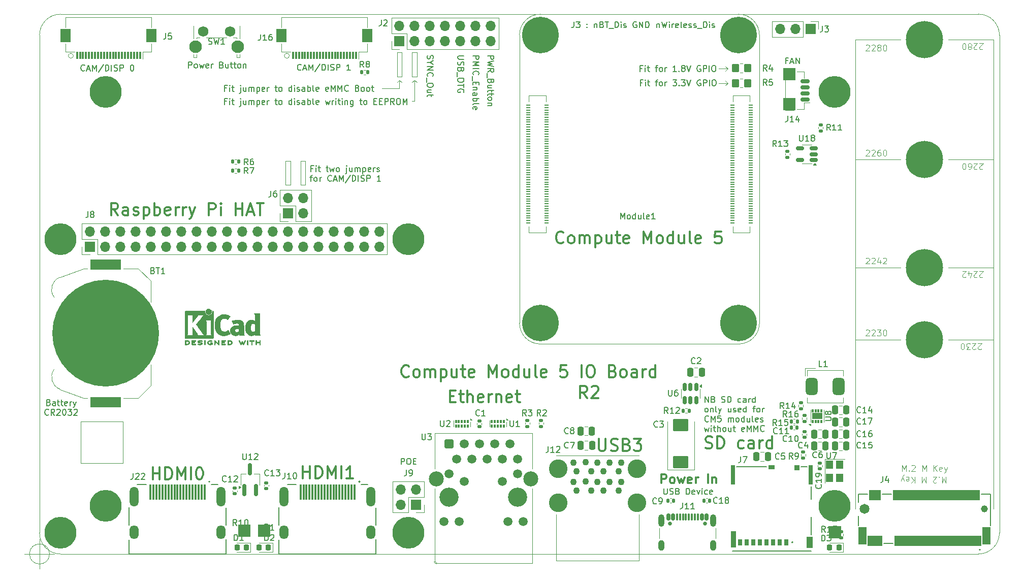
<source format=gbr>
G04 #@! TF.GenerationSoftware,KiCad,Pcbnew,9.0.3*
G04 #@! TF.CreationDate,2025-11-20T01:27:35+01:00*
G04 #@! TF.ProjectId,CM5IO,434d3549-4f2e-46b6-9963-61645f706362,rev?*
G04 #@! TF.SameCoordinates,Original*
G04 #@! TF.FileFunction,Soldermask,Bot*
G04 #@! TF.FilePolarity,Negative*
%FSLAX46Y46*%
G04 Gerber Fmt 4.6, Leading zero omitted, Abs format (unit mm)*
G04 Created by KiCad (PCBNEW 9.0.3) date 2025-11-20 01:27:35*
%MOMM*%
%LPD*%
G01*
G04 APERTURE LIST*
G04 Aperture macros list*
%AMRoundRect*
0 Rectangle with rounded corners*
0 $1 Rounding radius*
0 $2 $3 $4 $5 $6 $7 $8 $9 X,Y pos of 4 corners*
0 Add a 4 corners polygon primitive as box body*
4,1,4,$2,$3,$4,$5,$6,$7,$8,$9,$2,$3,0*
0 Add four circle primitives for the rounded corners*
1,1,$1+$1,$2,$3*
1,1,$1+$1,$4,$5*
1,1,$1+$1,$6,$7*
1,1,$1+$1,$8,$9*
0 Add four rect primitives between the rounded corners*
20,1,$1+$1,$2,$3,$4,$5,0*
20,1,$1+$1,$4,$5,$6,$7,0*
20,1,$1+$1,$6,$7,$8,$9,0*
20,1,$1+$1,$8,$9,$2,$3,0*%
G04 Aperture macros list end*
%ADD10R,1.700000X1.700000*%
%ADD11O,1.700000X1.700000*%
%ADD12C,0.650000*%
%ADD13O,1.000000X2.100000*%
%ADD14O,1.000000X1.800000*%
%ADD15C,3.200000*%
%ADD16RoundRect,0.250500X-0.499500X-0.499500X0.499500X-0.499500X0.499500X0.499500X-0.499500X0.499500X0*%
%ADD17C,1.500000*%
%ADD18C,2.500000*%
%ADD19O,1.500000X3.300000*%
%ADD20O,1.500000X2.300000*%
%ADD21C,5.300000*%
%ADD22C,1.150000*%
%ADD23C,1.650000*%
%ADD24C,6.200000*%
%ADD25C,3.100000*%
%ADD26C,1.100000*%
%ADD27C,2.100000*%
%ADD28C,1.750000*%
%ADD29C,6.100000*%
%ADD30R,2.000000X2.000000*%
%ADD31R,5.080000X1.770000*%
%ADD32C,17.800000*%
%ADD33RoundRect,0.140000X0.170000X-0.140000X0.170000X0.140000X-0.170000X0.140000X-0.170000X-0.140000X0*%
%ADD34RoundRect,0.250000X0.250000X0.475000X-0.250000X0.475000X-0.250000X-0.475000X0.250000X-0.475000X0*%
%ADD35R,0.300000X1.300000*%
%ADD36R,1.800000X2.200000*%
%ADD37RoundRect,0.135000X0.185000X-0.135000X0.185000X0.135000X-0.185000X0.135000X-0.185000X-0.135000X0*%
%ADD38RoundRect,0.075000X0.075000X0.200000X-0.075000X0.200000X-0.075000X-0.200000X0.075000X-0.200000X0*%
%ADD39RoundRect,0.162500X0.162500X-0.837500X0.162500X0.837500X-0.162500X0.837500X-0.162500X-0.837500X0*%
%ADD40RoundRect,0.218750X0.218750X0.256250X-0.218750X0.256250X-0.218750X-0.256250X0.218750X-0.256250X0*%
%ADD41RoundRect,0.150000X-0.150000X-0.425000X0.150000X-0.425000X0.150000X0.425000X-0.150000X0.425000X0*%
%ADD42RoundRect,0.075000X-0.075000X-0.500000X0.075000X-0.500000X0.075000X0.500000X-0.075000X0.500000X0*%
%ADD43RoundRect,0.150000X0.512500X0.150000X-0.512500X0.150000X-0.512500X-0.150000X0.512500X-0.150000X0*%
%ADD44R,0.300000X2.600000*%
%ADD45RoundRect,0.135000X-0.135000X-0.185000X0.135000X-0.185000X0.135000X0.185000X-0.135000X0.185000X0*%
%ADD46RoundRect,0.250000X-0.350000X-0.450000X0.350000X-0.450000X0.350000X0.450000X-0.350000X0.450000X0*%
%ADD47R,0.300000X0.500000*%
%ADD48R,1.750000X1.050000*%
%ADD49R,0.700000X1.100000*%
%ADD50R,0.900000X0.930000*%
%ADD51R,1.050000X0.780000*%
%ADD52R,0.700000X3.330000*%
%ADD53R,1.140000X1.830000*%
%ADD54R,0.860000X2.800000*%
%ADD55RoundRect,0.102000X0.150000X0.775000X-0.150000X0.775000X-0.150000X-0.775000X0.150000X-0.775000X0*%
%ADD56RoundRect,0.102000X0.600000X1.375000X-0.600000X1.375000X-0.600000X-1.375000X0.600000X-1.375000X0*%
%ADD57RoundRect,0.135000X-0.185000X0.135000X-0.185000X-0.135000X0.185000X-0.135000X0.185000X0.135000X0*%
%ADD58RoundRect,0.250000X-0.250000X-0.475000X0.250000X-0.475000X0.250000X0.475000X-0.250000X0.475000X0*%
%ADD59RoundRect,0.140000X-0.170000X0.140000X-0.170000X-0.140000X0.170000X-0.140000X0.170000X0.140000X0*%
%ADD60RoundRect,0.140000X-0.140000X-0.170000X0.140000X-0.170000X0.140000X0.170000X-0.140000X0.170000X0*%
%ADD61RoundRect,0.150000X0.625000X-0.150000X0.625000X0.150000X-0.625000X0.150000X-0.625000X-0.150000X0*%
%ADD62RoundRect,0.250000X0.650000X-0.350000X0.650000X0.350000X-0.650000X0.350000X-0.650000X-0.350000X0*%
%ADD63RoundRect,0.250000X1.025000X-0.787500X1.025000X0.787500X-1.025000X0.787500X-1.025000X-0.787500X0*%
%ADD64R,1.200000X1.400000*%
%ADD65RoundRect,0.150000X-0.150000X0.512500X-0.150000X-0.512500X0.150000X-0.512500X0.150000X0.512500X0*%
%ADD66RoundRect,0.500000X-0.500000X-0.900000X0.500000X-0.900000X0.500000X0.900000X-0.500000X0.900000X0*%
%ADD67RoundRect,0.135000X0.135000X0.185000X-0.135000X0.185000X-0.135000X-0.185000X0.135000X-0.185000X0*%
%ADD68RoundRect,0.140000X0.140000X0.170000X-0.140000X0.170000X-0.140000X-0.170000X0.140000X-0.170000X0*%
%ADD69R,0.700000X0.200000*%
%ADD70C,0.120000*%
%ADD71C,0.150000*%
%ADD72C,0.300000*%
%ADD73C,0.100000*%
%ADD74C,0.127000*%
%ADD75C,0.200000*%
%ADD76C,0.010000*%
G04 #@! TA.AperFunction,Profile*
%ADD77C,0.050000*%
G04 #@! TD*
G04 APERTURE END LIST*
D10*
X87370000Y-108770000D03*
D11*
X87370000Y-106230000D03*
X89910000Y-108770000D03*
X89910000Y-106230000D03*
X92450000Y-108770000D03*
X92450000Y-106230000D03*
X94990000Y-108770000D03*
X94990000Y-106230000D03*
X97530000Y-108770000D03*
X97530000Y-106230000D03*
X100070000Y-108770000D03*
X100070000Y-106230000D03*
X102610000Y-108770000D03*
X102610000Y-106230000D03*
X105150000Y-108770000D03*
X105150000Y-106230000D03*
X107690000Y-108770000D03*
X107690000Y-106230000D03*
X110230000Y-108770000D03*
X110230000Y-106230000D03*
X112770000Y-108770000D03*
X112770000Y-106230000D03*
X115310000Y-108770000D03*
X115310000Y-106230000D03*
X117850000Y-108770000D03*
X117850000Y-106230000D03*
X120390000Y-108770000D03*
X120390000Y-106230000D03*
X122930000Y-108770000D03*
X122930000Y-106230000D03*
X125470000Y-108770000D03*
X125470000Y-106230000D03*
X128010000Y-108770000D03*
X128010000Y-106230000D03*
X130550000Y-108770000D03*
X130550000Y-106230000D03*
X133090000Y-108770000D03*
X133090000Y-106230000D03*
X135630000Y-108770000D03*
X135630000Y-106230000D03*
D10*
X141770000Y-151770000D03*
D11*
X139230000Y-151770000D03*
X141770000Y-149230000D03*
X139230000Y-149230000D03*
D12*
X184110000Y-154920000D03*
X189890000Y-154920000D03*
D13*
X182680000Y-154420000D03*
D14*
X182680000Y-158600000D03*
D13*
X191320000Y-154420000D03*
D14*
X191320000Y-158600000D03*
D15*
X147285000Y-150500000D03*
X158715000Y-150500000D03*
D16*
X147285000Y-141610000D03*
D17*
X148555000Y-144150000D03*
X149825000Y-141610000D03*
X151095000Y-144150000D03*
X152365000Y-141610000D03*
X153635000Y-144150000D03*
X154905000Y-141610000D03*
X156175000Y-144150000D03*
X157445000Y-141610000D03*
X158715000Y-144150000D03*
X147285000Y-146670000D03*
X149825000Y-147940000D03*
X156175000Y-147940000D03*
X158715000Y-146670000D03*
X146370000Y-154560000D03*
X148910000Y-154560000D03*
X157090000Y-154560000D03*
X159630000Y-154560000D03*
D18*
X145125000Y-147450000D03*
X160875000Y-147450000D03*
D19*
X134250000Y-150450000D03*
X119750000Y-150450000D03*
D20*
X119750000Y-156410000D03*
X134250000Y-156410000D03*
D19*
X109250000Y-150450000D03*
X94750000Y-150450000D03*
D20*
X94750000Y-156410000D03*
X109250000Y-156410000D03*
D21*
X90000000Y-152000000D03*
X82500000Y-156500000D03*
X82500000Y-107500000D03*
X140500000Y-156500000D03*
X140500000Y-107500000D03*
X211500000Y-83000000D03*
X90000000Y-83000000D03*
X211500000Y-152000000D03*
D10*
X120400000Y-103200000D03*
D11*
X120400000Y-100660000D03*
X122940000Y-103200000D03*
X122940000Y-100660000D03*
D10*
X139000000Y-74500000D03*
D11*
X139000000Y-71960000D03*
X141540000Y-74500000D03*
X141540000Y-71960000D03*
X144080000Y-74500000D03*
X144080000Y-71960000D03*
X146620000Y-74500000D03*
X146620000Y-71960000D03*
X149160000Y-74500000D03*
X149160000Y-71960000D03*
X151700000Y-74500000D03*
X151700000Y-71960000D03*
X154240000Y-74500000D03*
X154240000Y-71960000D03*
D10*
X207500000Y-72500000D03*
D11*
X204960000Y-72500000D03*
X202420000Y-72500000D03*
D22*
X236500000Y-152500000D03*
D23*
X216500000Y-152500000D03*
D24*
X226500000Y-124250000D03*
X226500000Y-112250000D03*
X226500000Y-94250000D03*
X226500000Y-74250000D03*
D25*
X165430000Y-145770000D03*
X165430000Y-151450000D03*
X178570000Y-145770000D03*
X178570000Y-151450000D03*
D26*
X168500000Y-149450000D03*
X171000000Y-149450000D03*
X173000000Y-149450000D03*
X175500000Y-149450000D03*
X176000000Y-147950000D03*
X174000000Y-147950000D03*
X172000000Y-147950000D03*
X170000000Y-147900000D03*
X168000000Y-147950000D03*
X168500000Y-146250000D03*
X171000000Y-146250000D03*
X173000000Y-146250000D03*
X175500000Y-146250000D03*
X176000000Y-144750000D03*
X174000000Y-144750000D03*
X172000000Y-144750000D03*
X170000000Y-144700000D03*
X168000000Y-144750000D03*
D27*
X105000000Y-75390000D03*
X112010000Y-75390000D03*
D28*
X106250000Y-72900000D03*
X110750000Y-72900000D03*
D29*
X195500000Y-121500000D03*
X195500000Y-73500000D03*
X162500000Y-121500000D03*
X162500000Y-73500000D03*
D30*
X211600000Y-156400000D03*
X204000000Y-85000000D03*
X204000000Y-80000000D03*
X116411606Y-156100000D03*
X113100000Y-156100000D03*
D31*
X90000000Y-111715000D03*
X90000000Y-134685000D03*
D32*
X90000000Y-123200000D03*
D33*
X152300000Y-138780000D03*
X152300000Y-137820000D03*
D34*
X200400000Y-143750000D03*
X198500000Y-143750000D03*
D33*
X111550000Y-149980000D03*
X111550000Y-149020000D03*
X116800000Y-149080000D03*
X116800000Y-148120000D03*
D35*
X85250000Y-76850000D03*
X85750000Y-76850000D03*
X86250000Y-76850000D03*
X86750000Y-76850000D03*
X87250000Y-76850000D03*
X87750000Y-76850000D03*
X88250000Y-76850000D03*
X88750000Y-76850000D03*
X89250000Y-76850000D03*
X89750000Y-76850000D03*
X90250000Y-76850000D03*
X90750000Y-76850000D03*
X91250000Y-76850000D03*
X91750000Y-76850000D03*
X92250000Y-76850000D03*
X92750000Y-76850000D03*
X93250000Y-76850000D03*
X93750000Y-76850000D03*
X94250000Y-76850000D03*
X94750000Y-76850000D03*
X95250000Y-76850000D03*
X95750000Y-76850000D03*
D36*
X97650000Y-73600000D03*
X83350000Y-73600000D03*
D35*
X121250000Y-76850000D03*
X121750000Y-76850000D03*
X122250000Y-76850000D03*
X122750000Y-76850000D03*
X123250000Y-76850000D03*
X123750000Y-76850000D03*
X124250000Y-76850000D03*
X124750000Y-76850000D03*
X125250000Y-76850000D03*
X125750000Y-76850000D03*
X126250000Y-76850000D03*
X126750000Y-76850000D03*
X127250000Y-76850000D03*
X127750000Y-76850000D03*
X128250000Y-76850000D03*
X128750000Y-76850000D03*
X129250000Y-76850000D03*
X129750000Y-76850000D03*
X130250000Y-76850000D03*
X130750000Y-76850000D03*
X131250000Y-76850000D03*
X131750000Y-76850000D03*
D36*
X133650000Y-73600000D03*
X119350000Y-73600000D03*
D37*
X113600000Y-156910000D03*
X113600000Y-155890000D03*
D38*
X156400000Y-137900000D03*
X155900000Y-137900000D03*
X155400000Y-137900000D03*
X154900000Y-137900000D03*
X154400000Y-137900000D03*
X154400000Y-138670000D03*
X154900000Y-138670000D03*
X155400000Y-138670000D03*
X155900000Y-138670000D03*
X156400000Y-138670000D03*
D39*
X113150000Y-149310000D03*
X115050000Y-149310000D03*
X114100000Y-145890000D03*
D10*
X87370000Y-108770000D03*
D11*
X87370000Y-106230000D03*
X89910000Y-108770000D03*
X89910000Y-106230000D03*
X92450000Y-108770000D03*
X92450000Y-106230000D03*
X94990000Y-108770000D03*
X94990000Y-106230000D03*
X97530000Y-108770000D03*
X97530000Y-106230000D03*
X100070000Y-108770000D03*
X100070000Y-106230000D03*
X102610000Y-108770000D03*
X102610000Y-106230000D03*
X105150000Y-108770000D03*
X105150000Y-106230000D03*
X107690000Y-108770000D03*
X107690000Y-106230000D03*
X110230000Y-108770000D03*
X110230000Y-106230000D03*
X112770000Y-108770000D03*
X112770000Y-106230000D03*
X115310000Y-108770000D03*
X115310000Y-106230000D03*
X117850000Y-108770000D03*
X117850000Y-106230000D03*
X120390000Y-108770000D03*
X120390000Y-106230000D03*
X122930000Y-108770000D03*
X122930000Y-106230000D03*
X125470000Y-108770000D03*
X125470000Y-106230000D03*
X128010000Y-108770000D03*
X128010000Y-106230000D03*
X130550000Y-108770000D03*
X130550000Y-106230000D03*
X133090000Y-108770000D03*
X133090000Y-106230000D03*
X135630000Y-108770000D03*
X135630000Y-106230000D03*
D40*
X117137500Y-158900000D03*
X115562500Y-158900000D03*
D37*
X160300000Y-138725000D03*
X160300000Y-137705000D03*
X162600000Y-138725000D03*
X162600000Y-137705000D03*
D10*
X141770000Y-151770000D03*
D11*
X139230000Y-151770000D03*
X141770000Y-149230000D03*
X139230000Y-149230000D03*
D12*
X184110000Y-154920000D03*
X189890000Y-154920000D03*
D41*
X183800000Y-153845000D03*
X184600000Y-153845000D03*
D42*
X185750000Y-153845000D03*
X186750000Y-153845000D03*
X187250000Y-153845000D03*
X188250000Y-153845000D03*
D41*
X189400000Y-153845000D03*
X190200000Y-153845000D03*
X190200000Y-153845000D03*
X189400000Y-153845000D03*
D42*
X188750000Y-153845000D03*
X187750000Y-153845000D03*
X186250000Y-153845000D03*
X185250000Y-153845000D03*
D41*
X184600000Y-153845000D03*
X183800000Y-153845000D03*
D13*
X182680000Y-154420000D03*
D14*
X182680000Y-158600000D03*
D13*
X191320000Y-154420000D03*
D14*
X191320000Y-158600000D03*
D40*
X113487500Y-158900000D03*
X111912500Y-158900000D03*
D37*
X115800000Y-156910000D03*
X115800000Y-155890000D03*
D43*
X208037500Y-94300000D03*
X208037500Y-93350000D03*
X208037500Y-92400000D03*
X205762500Y-92400000D03*
X205762500Y-94300000D03*
D15*
X147285000Y-150500000D03*
X158715000Y-150500000D03*
D16*
X147285000Y-141610000D03*
D17*
X148555000Y-144150000D03*
X149825000Y-141610000D03*
X151095000Y-144150000D03*
X152365000Y-141610000D03*
X153635000Y-144150000D03*
X154905000Y-141610000D03*
X156175000Y-144150000D03*
X157445000Y-141610000D03*
X158715000Y-144150000D03*
X147285000Y-146670000D03*
X149825000Y-147940000D03*
X156175000Y-147940000D03*
X158715000Y-146670000D03*
X146370000Y-154560000D03*
X148910000Y-154560000D03*
X157090000Y-154560000D03*
X159630000Y-154560000D03*
D18*
X145125000Y-147450000D03*
X160875000Y-147450000D03*
D44*
X131500000Y-149720000D03*
X131000000Y-149720000D03*
X130500000Y-149720000D03*
X130000000Y-149720000D03*
X129500000Y-149720000D03*
X129000000Y-149720000D03*
X128500000Y-149720000D03*
X128000000Y-149720000D03*
X127500000Y-149720000D03*
X127000000Y-149720000D03*
X126500000Y-149720000D03*
X126000000Y-149720000D03*
X125500000Y-149720000D03*
X125000000Y-149720000D03*
X124500000Y-149720000D03*
X124000000Y-149720000D03*
X123500000Y-149720000D03*
X123000000Y-149720000D03*
X122500000Y-149720000D03*
D19*
X134250000Y-150450000D03*
X119750000Y-150450000D03*
D20*
X119750000Y-156410000D03*
X134250000Y-156410000D03*
D44*
X106500000Y-149720000D03*
X106000000Y-149720000D03*
X105500000Y-149720000D03*
X105000000Y-149720000D03*
X104500000Y-149720000D03*
X104000000Y-149720000D03*
X103500000Y-149720000D03*
X103000000Y-149720000D03*
X102500000Y-149720000D03*
X102000000Y-149720000D03*
X101500000Y-149720000D03*
X101000000Y-149720000D03*
X100500000Y-149720000D03*
X100000000Y-149720000D03*
X99500000Y-149720000D03*
X99000000Y-149720000D03*
X98500000Y-149720000D03*
X98000000Y-149720000D03*
X97500000Y-149720000D03*
D19*
X109250000Y-150450000D03*
X94750000Y-150450000D03*
D20*
X94750000Y-156410000D03*
X109250000Y-156410000D03*
D21*
X90000000Y-152000000D03*
X82500000Y-156500000D03*
X82500000Y-107500000D03*
X140500000Y-156500000D03*
X140500000Y-107500000D03*
X211500000Y-83000000D03*
X90000000Y-83000000D03*
X211500000Y-152000000D03*
D10*
X120400000Y-103200000D03*
D11*
X120400000Y-100660000D03*
X122940000Y-103200000D03*
X122940000Y-100660000D03*
D45*
X111175000Y-94600000D03*
X112195000Y-94600000D03*
X111175000Y-96100000D03*
X112195000Y-96100000D03*
D38*
X150400000Y-137900000D03*
X149900000Y-137900000D03*
X149400000Y-137900000D03*
X148900000Y-137900000D03*
X148400000Y-137900000D03*
X148400000Y-138670000D03*
X148900000Y-138670000D03*
X149400000Y-138670000D03*
X149900000Y-138670000D03*
X150400000Y-138670000D03*
D10*
X139000000Y-74500000D03*
D11*
X139000000Y-71960000D03*
X141540000Y-74500000D03*
X141540000Y-71960000D03*
X144080000Y-74500000D03*
X144080000Y-71960000D03*
X146620000Y-74500000D03*
X146620000Y-71960000D03*
X149160000Y-74500000D03*
X149160000Y-71960000D03*
X151700000Y-74500000D03*
X151700000Y-71960000D03*
X154240000Y-74500000D03*
X154240000Y-71960000D03*
D46*
X195000000Y-79000000D03*
X197000000Y-79000000D03*
X195000000Y-81500000D03*
X197000000Y-81500000D03*
D40*
X212287500Y-158900000D03*
X210712500Y-158900000D03*
D47*
X207850000Y-137900000D03*
X208350000Y-137900000D03*
X208850000Y-137900000D03*
X209350000Y-137900000D03*
X209350000Y-136100000D03*
X208850000Y-136100000D03*
X208350000Y-136100000D03*
X207850000Y-136100000D03*
D48*
X208600000Y-137000000D03*
D10*
X207500000Y-72500000D03*
D11*
X204960000Y-72500000D03*
X202420000Y-72500000D03*
D49*
X203460000Y-158075000D03*
X202360000Y-158075000D03*
X201260000Y-158075000D03*
X200160000Y-158075000D03*
X199060000Y-158075000D03*
X197960000Y-158075000D03*
X196860000Y-158075000D03*
X195760000Y-158075000D03*
D50*
X205250000Y-145610000D03*
D51*
X200985000Y-145535000D03*
D52*
X207560000Y-146810000D03*
D53*
X207340000Y-158060000D03*
D54*
X194680000Y-157575000D03*
D52*
X194600000Y-146810000D03*
D22*
X236500000Y-152500000D03*
D23*
X216500000Y-152500000D03*
D55*
X235750000Y-157775000D03*
X235500000Y-150225000D03*
X235250000Y-157775000D03*
X235000000Y-150225000D03*
X234750000Y-157775000D03*
X234500000Y-150225000D03*
X234250000Y-157775000D03*
X234000000Y-150225000D03*
X233750000Y-157775000D03*
X233500000Y-150225000D03*
X233250000Y-157775000D03*
X233000000Y-150225000D03*
X232750000Y-157775000D03*
X232500000Y-150225000D03*
X232250000Y-157775000D03*
X232000000Y-150225000D03*
X231750000Y-157775000D03*
X231500000Y-150225000D03*
X231250000Y-157775000D03*
X231000000Y-150225000D03*
X230750000Y-157775000D03*
X230500000Y-150225000D03*
X230250000Y-157775000D03*
X230000000Y-150225000D03*
X229750000Y-157775000D03*
X229500000Y-150225000D03*
X229250000Y-157775000D03*
X229000000Y-150225000D03*
X228750000Y-157775000D03*
X228500000Y-150225000D03*
X228250000Y-157775000D03*
X228000000Y-150225000D03*
X227750000Y-157775000D03*
X227500000Y-150225000D03*
X227250000Y-157775000D03*
X227000000Y-150225000D03*
X226750000Y-157775000D03*
X226500000Y-150225000D03*
X226250000Y-157775000D03*
X226000000Y-150225000D03*
X225750000Y-157775000D03*
X225500000Y-150225000D03*
X225250000Y-157775000D03*
X225000000Y-150225000D03*
X224750000Y-157775000D03*
X224500000Y-150225000D03*
X224250000Y-157775000D03*
X224000000Y-150225000D03*
X223750000Y-157775000D03*
X223500000Y-150225000D03*
X223250000Y-157775000D03*
X223000000Y-150225000D03*
X222750000Y-157775000D03*
X222500000Y-150225000D03*
X222250000Y-157775000D03*
X222000000Y-150225000D03*
X221750000Y-157775000D03*
X221500000Y-150225000D03*
X219250000Y-157775000D03*
X219000000Y-150225000D03*
X218750000Y-157775000D03*
X218500000Y-150225000D03*
X218250000Y-157775000D03*
X218000000Y-150225000D03*
X217750000Y-157775000D03*
X217500000Y-150225000D03*
X217250000Y-157775000D03*
D24*
X226500000Y-124250000D03*
X226500000Y-112250000D03*
X226500000Y-94250000D03*
X226500000Y-74250000D03*
D56*
X236850000Y-157000000D03*
X216150000Y-157000000D03*
D45*
X132705000Y-79700000D03*
X133725000Y-79700000D03*
D57*
X206300000Y-142990000D03*
X206300000Y-144010000D03*
D58*
X208100000Y-142000000D03*
X210000000Y-142000000D03*
D34*
X213500000Y-140000000D03*
X211600000Y-140000000D03*
D59*
X206500000Y-139605000D03*
X206500000Y-140565000D03*
D60*
X204320000Y-138900000D03*
X205280000Y-138900000D03*
D58*
X169187500Y-139500000D03*
X171087500Y-139500000D03*
D25*
X165430000Y-145770000D03*
X165430000Y-151450000D03*
X178570000Y-145770000D03*
X178570000Y-151450000D03*
D26*
X168500000Y-149450000D03*
X171000000Y-149450000D03*
X173000000Y-149450000D03*
X175500000Y-149450000D03*
X176000000Y-147950000D03*
X174000000Y-147950000D03*
X172000000Y-147950000D03*
X170000000Y-147900000D03*
X168000000Y-147950000D03*
X168500000Y-146250000D03*
X171000000Y-146250000D03*
X173000000Y-146250000D03*
X175500000Y-146250000D03*
X176000000Y-144750000D03*
X174000000Y-144750000D03*
X172000000Y-144750000D03*
X170000000Y-144700000D03*
X168000000Y-144750000D03*
D61*
X206625000Y-84200000D03*
X206625000Y-83200000D03*
X206625000Y-82200000D03*
X206625000Y-81200000D03*
D62*
X204100000Y-85500000D03*
X204100000Y-79900000D03*
D34*
X189387500Y-129700000D03*
X187487500Y-129700000D03*
D63*
X185900000Y-144700000D03*
X185900000Y-138475000D03*
D34*
X213487500Y-138000000D03*
X211587500Y-138000000D03*
D64*
X210700000Y-145100000D03*
X210700000Y-147300000D03*
X212400000Y-147300000D03*
X212400000Y-145100000D03*
D37*
X212600000Y-157310000D03*
X212600000Y-156290000D03*
D65*
X188450000Y-132125000D03*
X187500000Y-132125000D03*
X186550000Y-132125000D03*
X186550000Y-134400000D03*
X187500000Y-134400000D03*
X188450000Y-134400000D03*
D66*
X207700000Y-132100000D03*
X212200000Y-132100000D03*
D60*
X189740000Y-151100000D03*
X190700000Y-151100000D03*
D27*
X105000000Y-75390000D03*
X112010000Y-75390000D03*
D28*
X106250000Y-72900000D03*
X110750000Y-72900000D03*
D37*
X209200000Y-89460000D03*
X209200000Y-88440000D03*
X203650000Y-93860000D03*
X203650000Y-92840000D03*
X206500000Y-137925000D03*
X206500000Y-136905000D03*
D58*
X169200000Y-141900000D03*
X171100000Y-141900000D03*
D45*
X204290000Y-137900000D03*
X205310000Y-137900000D03*
D67*
X187310000Y-136100000D03*
X186290000Y-136100000D03*
D34*
X213500000Y-142000000D03*
X211600000Y-142000000D03*
X213500000Y-136000000D03*
X211600000Y-136000000D03*
D68*
X184700000Y-151100000D03*
X183740000Y-151100000D03*
D57*
X205900000Y-134805000D03*
X205900000Y-135825000D03*
D29*
X195500000Y-121500000D03*
X195500000Y-73500000D03*
X162500000Y-121500000D03*
X162500000Y-73500000D03*
D69*
X197540000Y-104800000D03*
X194460000Y-104800000D03*
X197540000Y-104400000D03*
X194460000Y-104400000D03*
X197540000Y-104000000D03*
X194460000Y-104000000D03*
X197540000Y-103600000D03*
X194460000Y-103600000D03*
X197540000Y-103200000D03*
X194460000Y-103200000D03*
X197540000Y-102800000D03*
X194460000Y-102800000D03*
X197540000Y-102400000D03*
X194460000Y-102400000D03*
X197540000Y-102000000D03*
X194460000Y-102000000D03*
X197540000Y-101600000D03*
X194460000Y-101600000D03*
X197540000Y-101200000D03*
X194460000Y-101200000D03*
X197540000Y-100800000D03*
X194460000Y-100800000D03*
X197540000Y-100400000D03*
X194460000Y-100400000D03*
X197540000Y-100000000D03*
X194460000Y-100000000D03*
X197540000Y-99600000D03*
X194460000Y-99600000D03*
X197540000Y-99200000D03*
X194460000Y-99200000D03*
X197540000Y-98800000D03*
X194460000Y-98800000D03*
X197540000Y-98400000D03*
X194460000Y-98400000D03*
X197540000Y-98000000D03*
X194460000Y-98000000D03*
X197540000Y-97600000D03*
X194460000Y-97600000D03*
X197540000Y-97200000D03*
X194460000Y-97200000D03*
X197540000Y-96800000D03*
X194460000Y-96800000D03*
X197540000Y-96400000D03*
X194460000Y-96400000D03*
X197540000Y-96000000D03*
X194460000Y-96000000D03*
X197540000Y-95600000D03*
X194460000Y-95600000D03*
X197540000Y-95200000D03*
X194460000Y-95200000D03*
X197540000Y-94800000D03*
X194460000Y-94800000D03*
X197540000Y-94400000D03*
X194460000Y-94400000D03*
X197540000Y-94000000D03*
X194460000Y-94000000D03*
X197540000Y-93600000D03*
X194460000Y-93600000D03*
X197540000Y-93200000D03*
X194460000Y-93200000D03*
X197540000Y-92800000D03*
X194460000Y-92800000D03*
X197540000Y-92400000D03*
X194460000Y-92400000D03*
X197540000Y-92000000D03*
X194460000Y-92000000D03*
X197540000Y-91600000D03*
X194460000Y-91600000D03*
X197540000Y-91200000D03*
X194460000Y-91200000D03*
X197540000Y-90800000D03*
X194460000Y-90800000D03*
X197540000Y-90400000D03*
X194460000Y-90400000D03*
X197540000Y-90000000D03*
X194460000Y-90000000D03*
X197540000Y-89600000D03*
X194460000Y-89600000D03*
X197540000Y-89200000D03*
X194460000Y-89200000D03*
X197540000Y-88800000D03*
X194460000Y-88800000D03*
X197540000Y-88400000D03*
X194460000Y-88400000D03*
X197540000Y-88000000D03*
X194460000Y-88000000D03*
X197540000Y-87600000D03*
X194460000Y-87600000D03*
X197540000Y-87200000D03*
X194460000Y-87200000D03*
X197540000Y-86800000D03*
X194460000Y-86800000D03*
X197540000Y-86400000D03*
X194460000Y-86400000D03*
X197540000Y-86000000D03*
X194460000Y-86000000D03*
X197540000Y-85600000D03*
X194460000Y-85600000D03*
X197540000Y-85200000D03*
X194460000Y-85200000D03*
X163540000Y-104800000D03*
X160460000Y-104800000D03*
X163540000Y-104400000D03*
X160460000Y-104400000D03*
X163540000Y-104000000D03*
X160460000Y-104000000D03*
X163540000Y-103600000D03*
X160460000Y-103600000D03*
X163540000Y-103200000D03*
X160460000Y-103200000D03*
X163540000Y-102800000D03*
X160460000Y-102800000D03*
X163540000Y-102400000D03*
X160460000Y-102400000D03*
X163540000Y-102000000D03*
X160460000Y-102000000D03*
X163540000Y-101600000D03*
X160460000Y-101600000D03*
X163540000Y-101200000D03*
X160460000Y-101200000D03*
X163540000Y-100800000D03*
X160460000Y-100800000D03*
X163540000Y-100400000D03*
X160460000Y-100400000D03*
X163540000Y-100000000D03*
X160460000Y-100000000D03*
X163540000Y-99600000D03*
X160460000Y-99600000D03*
X163540000Y-99200000D03*
X160460000Y-99200000D03*
X163540000Y-98800000D03*
X160460000Y-98800000D03*
X163540000Y-98400000D03*
X160460000Y-98400000D03*
X163540000Y-98000000D03*
X160460000Y-98000000D03*
X163540000Y-97600000D03*
X160460000Y-97600000D03*
X163540000Y-97200000D03*
X160460000Y-97200000D03*
X163540000Y-96800000D03*
X160460000Y-96800000D03*
X163540000Y-96400000D03*
X160460000Y-96400000D03*
X163540000Y-96000000D03*
X160460000Y-96000000D03*
X163540000Y-95600000D03*
X160460000Y-95600000D03*
X163540000Y-95200000D03*
X160460000Y-95200000D03*
X163540000Y-94800000D03*
X160460000Y-94800000D03*
X163540000Y-94400000D03*
X160460000Y-94400000D03*
X163540000Y-94000000D03*
X160460000Y-94000000D03*
X163540000Y-93600000D03*
X160460000Y-93600000D03*
X163540000Y-93200000D03*
X160460000Y-93200000D03*
X163540000Y-92800000D03*
X160460000Y-92800000D03*
X163540000Y-92400000D03*
X160460000Y-92400000D03*
X163540000Y-92000000D03*
X160460000Y-92000000D03*
X163540000Y-91600000D03*
X160460000Y-91600000D03*
X163540000Y-91200000D03*
X160460000Y-91200000D03*
X163540000Y-90800000D03*
X160460000Y-90800000D03*
X163540000Y-90400000D03*
X160460000Y-90400000D03*
X163540000Y-90000000D03*
X160460000Y-90000000D03*
X163540000Y-89600000D03*
X160460000Y-89600000D03*
X163540000Y-89200000D03*
X160460000Y-89200000D03*
X163540000Y-88800000D03*
X160460000Y-88800000D03*
X163540000Y-88400000D03*
X160460000Y-88400000D03*
X163540000Y-88000000D03*
X160460000Y-88000000D03*
X163540000Y-87600000D03*
X160460000Y-87600000D03*
X163540000Y-87200000D03*
X160460000Y-87200000D03*
X163540000Y-86800000D03*
X160460000Y-86800000D03*
X163540000Y-86400000D03*
X160460000Y-86400000D03*
X163540000Y-86000000D03*
X160460000Y-86000000D03*
X163540000Y-85600000D03*
X160460000Y-85600000D03*
X163540000Y-85200000D03*
X160460000Y-85200000D03*
D58*
X208100000Y-140000000D03*
X210000000Y-140000000D03*
D59*
X209100000Y-144840000D03*
X209100000Y-145800000D03*
D70*
X136100000Y-82400000D02*
X138500000Y-82400000D01*
X141500000Y-81000000D02*
X141100000Y-81400000D01*
X92900000Y-144900000D02*
X85900000Y-144900000D01*
X192200000Y-81500000D02*
X193700000Y-81500000D01*
X85900000Y-137900000D02*
X85900000Y-144900000D01*
X85900000Y-137900000D01*
X192200000Y-79100000D02*
X193700000Y-79100000D01*
X92900000Y-144900000D02*
X92900000Y-138900000D01*
X92900000Y-137900000D02*
X92900000Y-138900000D01*
X139000000Y-81000000D02*
X139400000Y-81400000D01*
X193700000Y-81500000D02*
X193300000Y-81900000D01*
X193700000Y-81500000D02*
X193300000Y-81100000D01*
X193300000Y-81100000D02*
X193700000Y-81500000D01*
X122500000Y-94500000D02*
X123300000Y-94500000D01*
X123300000Y-98500000D01*
X122500000Y-98500000D01*
X122500000Y-94500000D01*
X139000000Y-82400000D02*
X139000000Y-81000000D01*
X141100000Y-84500000D02*
X141500000Y-84500000D01*
X193700000Y-79100000D02*
X193300000Y-78700000D01*
X138500000Y-82400000D02*
X139000000Y-82400000D01*
X193700000Y-79100000D02*
X193300000Y-79500000D01*
X139000000Y-81000000D02*
X138600000Y-81400000D01*
X85900000Y-137900000D02*
X92900000Y-137900000D01*
X141500000Y-81000000D02*
X141900000Y-81400000D01*
X120000000Y-94500000D02*
X120800000Y-94500000D01*
X120800000Y-98500000D01*
X120000000Y-98500000D01*
X120000000Y-94500000D01*
X138600000Y-76400000D02*
X139400000Y-76400000D01*
X139400000Y-80400000D01*
X138600000Y-80400000D01*
X138600000Y-76400000D01*
X141500000Y-84500000D02*
X141500000Y-81000000D01*
X141100000Y-76400000D02*
X141900000Y-76400000D01*
X141900000Y-80400000D01*
X141100000Y-80400000D01*
X141100000Y-76400000D01*
D71*
X179466666Y-81431009D02*
X179133333Y-81431009D01*
X179133333Y-81954819D02*
X179133333Y-80954819D01*
X179133333Y-80954819D02*
X179609523Y-80954819D01*
X179990476Y-81954819D02*
X179990476Y-81288152D01*
X179990476Y-80954819D02*
X179942857Y-81002438D01*
X179942857Y-81002438D02*
X179990476Y-81050057D01*
X179990476Y-81050057D02*
X180038095Y-81002438D01*
X180038095Y-81002438D02*
X179990476Y-80954819D01*
X179990476Y-80954819D02*
X179990476Y-81050057D01*
X180323809Y-81288152D02*
X180704761Y-81288152D01*
X180466666Y-80954819D02*
X180466666Y-81811961D01*
X180466666Y-81811961D02*
X180514285Y-81907200D01*
X180514285Y-81907200D02*
X180609523Y-81954819D01*
X180609523Y-81954819D02*
X180704761Y-81954819D01*
X181657143Y-81288152D02*
X182038095Y-81288152D01*
X181800000Y-81954819D02*
X181800000Y-81097676D01*
X181800000Y-81097676D02*
X181847619Y-81002438D01*
X181847619Y-81002438D02*
X181942857Y-80954819D01*
X181942857Y-80954819D02*
X182038095Y-80954819D01*
X182514286Y-81954819D02*
X182419048Y-81907200D01*
X182419048Y-81907200D02*
X182371429Y-81859580D01*
X182371429Y-81859580D02*
X182323810Y-81764342D01*
X182323810Y-81764342D02*
X182323810Y-81478628D01*
X182323810Y-81478628D02*
X182371429Y-81383390D01*
X182371429Y-81383390D02*
X182419048Y-81335771D01*
X182419048Y-81335771D02*
X182514286Y-81288152D01*
X182514286Y-81288152D02*
X182657143Y-81288152D01*
X182657143Y-81288152D02*
X182752381Y-81335771D01*
X182752381Y-81335771D02*
X182800000Y-81383390D01*
X182800000Y-81383390D02*
X182847619Y-81478628D01*
X182847619Y-81478628D02*
X182847619Y-81764342D01*
X182847619Y-81764342D02*
X182800000Y-81859580D01*
X182800000Y-81859580D02*
X182752381Y-81907200D01*
X182752381Y-81907200D02*
X182657143Y-81954819D01*
X182657143Y-81954819D02*
X182514286Y-81954819D01*
X183276191Y-81954819D02*
X183276191Y-81288152D01*
X183276191Y-81478628D02*
X183323810Y-81383390D01*
X183323810Y-81383390D02*
X183371429Y-81335771D01*
X183371429Y-81335771D02*
X183466667Y-81288152D01*
X183466667Y-81288152D02*
X183561905Y-81288152D01*
X184561906Y-80954819D02*
X185180953Y-80954819D01*
X185180953Y-80954819D02*
X184847620Y-81335771D01*
X184847620Y-81335771D02*
X184990477Y-81335771D01*
X184990477Y-81335771D02*
X185085715Y-81383390D01*
X185085715Y-81383390D02*
X185133334Y-81431009D01*
X185133334Y-81431009D02*
X185180953Y-81526247D01*
X185180953Y-81526247D02*
X185180953Y-81764342D01*
X185180953Y-81764342D02*
X185133334Y-81859580D01*
X185133334Y-81859580D02*
X185085715Y-81907200D01*
X185085715Y-81907200D02*
X184990477Y-81954819D01*
X184990477Y-81954819D02*
X184704763Y-81954819D01*
X184704763Y-81954819D02*
X184609525Y-81907200D01*
X184609525Y-81907200D02*
X184561906Y-81859580D01*
X185609525Y-81859580D02*
X185657144Y-81907200D01*
X185657144Y-81907200D02*
X185609525Y-81954819D01*
X185609525Y-81954819D02*
X185561906Y-81907200D01*
X185561906Y-81907200D02*
X185609525Y-81859580D01*
X185609525Y-81859580D02*
X185609525Y-81954819D01*
X185990477Y-80954819D02*
X186609524Y-80954819D01*
X186609524Y-80954819D02*
X186276191Y-81335771D01*
X186276191Y-81335771D02*
X186419048Y-81335771D01*
X186419048Y-81335771D02*
X186514286Y-81383390D01*
X186514286Y-81383390D02*
X186561905Y-81431009D01*
X186561905Y-81431009D02*
X186609524Y-81526247D01*
X186609524Y-81526247D02*
X186609524Y-81764342D01*
X186609524Y-81764342D02*
X186561905Y-81859580D01*
X186561905Y-81859580D02*
X186514286Y-81907200D01*
X186514286Y-81907200D02*
X186419048Y-81954819D01*
X186419048Y-81954819D02*
X186133334Y-81954819D01*
X186133334Y-81954819D02*
X186038096Y-81907200D01*
X186038096Y-81907200D02*
X185990477Y-81859580D01*
X186895239Y-80954819D02*
X187228572Y-81954819D01*
X187228572Y-81954819D02*
X187561905Y-80954819D01*
X189180953Y-81002438D02*
X189085715Y-80954819D01*
X189085715Y-80954819D02*
X188942858Y-80954819D01*
X188942858Y-80954819D02*
X188800001Y-81002438D01*
X188800001Y-81002438D02*
X188704763Y-81097676D01*
X188704763Y-81097676D02*
X188657144Y-81192914D01*
X188657144Y-81192914D02*
X188609525Y-81383390D01*
X188609525Y-81383390D02*
X188609525Y-81526247D01*
X188609525Y-81526247D02*
X188657144Y-81716723D01*
X188657144Y-81716723D02*
X188704763Y-81811961D01*
X188704763Y-81811961D02*
X188800001Y-81907200D01*
X188800001Y-81907200D02*
X188942858Y-81954819D01*
X188942858Y-81954819D02*
X189038096Y-81954819D01*
X189038096Y-81954819D02*
X189180953Y-81907200D01*
X189180953Y-81907200D02*
X189228572Y-81859580D01*
X189228572Y-81859580D02*
X189228572Y-81526247D01*
X189228572Y-81526247D02*
X189038096Y-81526247D01*
X189657144Y-81954819D02*
X189657144Y-80954819D01*
X189657144Y-80954819D02*
X190038096Y-80954819D01*
X190038096Y-80954819D02*
X190133334Y-81002438D01*
X190133334Y-81002438D02*
X190180953Y-81050057D01*
X190180953Y-81050057D02*
X190228572Y-81145295D01*
X190228572Y-81145295D02*
X190228572Y-81288152D01*
X190228572Y-81288152D02*
X190180953Y-81383390D01*
X190180953Y-81383390D02*
X190133334Y-81431009D01*
X190133334Y-81431009D02*
X190038096Y-81478628D01*
X190038096Y-81478628D02*
X189657144Y-81478628D01*
X190657144Y-81954819D02*
X190657144Y-80954819D01*
X191323810Y-80954819D02*
X191514286Y-80954819D01*
X191514286Y-80954819D02*
X191609524Y-81002438D01*
X191609524Y-81002438D02*
X191704762Y-81097676D01*
X191704762Y-81097676D02*
X191752381Y-81288152D01*
X191752381Y-81288152D02*
X191752381Y-81621485D01*
X191752381Y-81621485D02*
X191704762Y-81811961D01*
X191704762Y-81811961D02*
X191609524Y-81907200D01*
X191609524Y-81907200D02*
X191514286Y-81954819D01*
X191514286Y-81954819D02*
X191323810Y-81954819D01*
X191323810Y-81954819D02*
X191228572Y-81907200D01*
X191228572Y-81907200D02*
X191133334Y-81811961D01*
X191133334Y-81811961D02*
X191085715Y-81621485D01*
X191085715Y-81621485D02*
X191085715Y-81288152D01*
X191085715Y-81288152D02*
X191133334Y-81097676D01*
X191133334Y-81097676D02*
X191228572Y-81002438D01*
X191228572Y-81002438D02*
X191323810Y-80954819D01*
X110170112Y-84531009D02*
X109836779Y-84531009D01*
X109836779Y-85054819D02*
X109836779Y-84054819D01*
X109836779Y-84054819D02*
X110312969Y-84054819D01*
X110693922Y-85054819D02*
X110693922Y-84388152D01*
X110693922Y-84054819D02*
X110646303Y-84102438D01*
X110646303Y-84102438D02*
X110693922Y-84150057D01*
X110693922Y-84150057D02*
X110741541Y-84102438D01*
X110741541Y-84102438D02*
X110693922Y-84054819D01*
X110693922Y-84054819D02*
X110693922Y-84150057D01*
X111027255Y-84388152D02*
X111408207Y-84388152D01*
X111170112Y-84054819D02*
X111170112Y-84911961D01*
X111170112Y-84911961D02*
X111217731Y-85007200D01*
X111217731Y-85007200D02*
X111312969Y-85054819D01*
X111312969Y-85054819D02*
X111408207Y-85054819D01*
X112503446Y-84388152D02*
X112503446Y-85245295D01*
X112503446Y-85245295D02*
X112455827Y-85340533D01*
X112455827Y-85340533D02*
X112360589Y-85388152D01*
X112360589Y-85388152D02*
X112312970Y-85388152D01*
X112503446Y-84054819D02*
X112455827Y-84102438D01*
X112455827Y-84102438D02*
X112503446Y-84150057D01*
X112503446Y-84150057D02*
X112551065Y-84102438D01*
X112551065Y-84102438D02*
X112503446Y-84054819D01*
X112503446Y-84054819D02*
X112503446Y-84150057D01*
X113408207Y-84388152D02*
X113408207Y-85054819D01*
X112979636Y-84388152D02*
X112979636Y-84911961D01*
X112979636Y-84911961D02*
X113027255Y-85007200D01*
X113027255Y-85007200D02*
X113122493Y-85054819D01*
X113122493Y-85054819D02*
X113265350Y-85054819D01*
X113265350Y-85054819D02*
X113360588Y-85007200D01*
X113360588Y-85007200D02*
X113408207Y-84959580D01*
X113884398Y-85054819D02*
X113884398Y-84388152D01*
X113884398Y-84483390D02*
X113932017Y-84435771D01*
X113932017Y-84435771D02*
X114027255Y-84388152D01*
X114027255Y-84388152D02*
X114170112Y-84388152D01*
X114170112Y-84388152D02*
X114265350Y-84435771D01*
X114265350Y-84435771D02*
X114312969Y-84531009D01*
X114312969Y-84531009D02*
X114312969Y-85054819D01*
X114312969Y-84531009D02*
X114360588Y-84435771D01*
X114360588Y-84435771D02*
X114455826Y-84388152D01*
X114455826Y-84388152D02*
X114598683Y-84388152D01*
X114598683Y-84388152D02*
X114693922Y-84435771D01*
X114693922Y-84435771D02*
X114741541Y-84531009D01*
X114741541Y-84531009D02*
X114741541Y-85054819D01*
X115217731Y-84388152D02*
X115217731Y-85388152D01*
X115217731Y-84435771D02*
X115312969Y-84388152D01*
X115312969Y-84388152D02*
X115503445Y-84388152D01*
X115503445Y-84388152D02*
X115598683Y-84435771D01*
X115598683Y-84435771D02*
X115646302Y-84483390D01*
X115646302Y-84483390D02*
X115693921Y-84578628D01*
X115693921Y-84578628D02*
X115693921Y-84864342D01*
X115693921Y-84864342D02*
X115646302Y-84959580D01*
X115646302Y-84959580D02*
X115598683Y-85007200D01*
X115598683Y-85007200D02*
X115503445Y-85054819D01*
X115503445Y-85054819D02*
X115312969Y-85054819D01*
X115312969Y-85054819D02*
X115217731Y-85007200D01*
X116503445Y-85007200D02*
X116408207Y-85054819D01*
X116408207Y-85054819D02*
X116217731Y-85054819D01*
X116217731Y-85054819D02*
X116122493Y-85007200D01*
X116122493Y-85007200D02*
X116074874Y-84911961D01*
X116074874Y-84911961D02*
X116074874Y-84531009D01*
X116074874Y-84531009D02*
X116122493Y-84435771D01*
X116122493Y-84435771D02*
X116217731Y-84388152D01*
X116217731Y-84388152D02*
X116408207Y-84388152D01*
X116408207Y-84388152D02*
X116503445Y-84435771D01*
X116503445Y-84435771D02*
X116551064Y-84531009D01*
X116551064Y-84531009D02*
X116551064Y-84626247D01*
X116551064Y-84626247D02*
X116074874Y-84721485D01*
X116979636Y-85054819D02*
X116979636Y-84388152D01*
X116979636Y-84578628D02*
X117027255Y-84483390D01*
X117027255Y-84483390D02*
X117074874Y-84435771D01*
X117074874Y-84435771D02*
X117170112Y-84388152D01*
X117170112Y-84388152D02*
X117265350Y-84388152D01*
X118217732Y-84388152D02*
X118598684Y-84388152D01*
X118360589Y-84054819D02*
X118360589Y-84911961D01*
X118360589Y-84911961D02*
X118408208Y-85007200D01*
X118408208Y-85007200D02*
X118503446Y-85054819D01*
X118503446Y-85054819D02*
X118598684Y-85054819D01*
X119074875Y-85054819D02*
X118979637Y-85007200D01*
X118979637Y-85007200D02*
X118932018Y-84959580D01*
X118932018Y-84959580D02*
X118884399Y-84864342D01*
X118884399Y-84864342D02*
X118884399Y-84578628D01*
X118884399Y-84578628D02*
X118932018Y-84483390D01*
X118932018Y-84483390D02*
X118979637Y-84435771D01*
X118979637Y-84435771D02*
X119074875Y-84388152D01*
X119074875Y-84388152D02*
X119217732Y-84388152D01*
X119217732Y-84388152D02*
X119312970Y-84435771D01*
X119312970Y-84435771D02*
X119360589Y-84483390D01*
X119360589Y-84483390D02*
X119408208Y-84578628D01*
X119408208Y-84578628D02*
X119408208Y-84864342D01*
X119408208Y-84864342D02*
X119360589Y-84959580D01*
X119360589Y-84959580D02*
X119312970Y-85007200D01*
X119312970Y-85007200D02*
X119217732Y-85054819D01*
X119217732Y-85054819D02*
X119074875Y-85054819D01*
X121027256Y-85054819D02*
X121027256Y-84054819D01*
X121027256Y-85007200D02*
X120932018Y-85054819D01*
X120932018Y-85054819D02*
X120741542Y-85054819D01*
X120741542Y-85054819D02*
X120646304Y-85007200D01*
X120646304Y-85007200D02*
X120598685Y-84959580D01*
X120598685Y-84959580D02*
X120551066Y-84864342D01*
X120551066Y-84864342D02*
X120551066Y-84578628D01*
X120551066Y-84578628D02*
X120598685Y-84483390D01*
X120598685Y-84483390D02*
X120646304Y-84435771D01*
X120646304Y-84435771D02*
X120741542Y-84388152D01*
X120741542Y-84388152D02*
X120932018Y-84388152D01*
X120932018Y-84388152D02*
X121027256Y-84435771D01*
X121503447Y-85054819D02*
X121503447Y-84388152D01*
X121503447Y-84054819D02*
X121455828Y-84102438D01*
X121455828Y-84102438D02*
X121503447Y-84150057D01*
X121503447Y-84150057D02*
X121551066Y-84102438D01*
X121551066Y-84102438D02*
X121503447Y-84054819D01*
X121503447Y-84054819D02*
X121503447Y-84150057D01*
X121932018Y-85007200D02*
X122027256Y-85054819D01*
X122027256Y-85054819D02*
X122217732Y-85054819D01*
X122217732Y-85054819D02*
X122312970Y-85007200D01*
X122312970Y-85007200D02*
X122360589Y-84911961D01*
X122360589Y-84911961D02*
X122360589Y-84864342D01*
X122360589Y-84864342D02*
X122312970Y-84769104D01*
X122312970Y-84769104D02*
X122217732Y-84721485D01*
X122217732Y-84721485D02*
X122074875Y-84721485D01*
X122074875Y-84721485D02*
X121979637Y-84673866D01*
X121979637Y-84673866D02*
X121932018Y-84578628D01*
X121932018Y-84578628D02*
X121932018Y-84531009D01*
X121932018Y-84531009D02*
X121979637Y-84435771D01*
X121979637Y-84435771D02*
X122074875Y-84388152D01*
X122074875Y-84388152D02*
X122217732Y-84388152D01*
X122217732Y-84388152D02*
X122312970Y-84435771D01*
X123217732Y-85054819D02*
X123217732Y-84531009D01*
X123217732Y-84531009D02*
X123170113Y-84435771D01*
X123170113Y-84435771D02*
X123074875Y-84388152D01*
X123074875Y-84388152D02*
X122884399Y-84388152D01*
X122884399Y-84388152D02*
X122789161Y-84435771D01*
X123217732Y-85007200D02*
X123122494Y-85054819D01*
X123122494Y-85054819D02*
X122884399Y-85054819D01*
X122884399Y-85054819D02*
X122789161Y-85007200D01*
X122789161Y-85007200D02*
X122741542Y-84911961D01*
X122741542Y-84911961D02*
X122741542Y-84816723D01*
X122741542Y-84816723D02*
X122789161Y-84721485D01*
X122789161Y-84721485D02*
X122884399Y-84673866D01*
X122884399Y-84673866D02*
X123122494Y-84673866D01*
X123122494Y-84673866D02*
X123217732Y-84626247D01*
X123693923Y-85054819D02*
X123693923Y-84054819D01*
X123693923Y-84435771D02*
X123789161Y-84388152D01*
X123789161Y-84388152D02*
X123979637Y-84388152D01*
X123979637Y-84388152D02*
X124074875Y-84435771D01*
X124074875Y-84435771D02*
X124122494Y-84483390D01*
X124122494Y-84483390D02*
X124170113Y-84578628D01*
X124170113Y-84578628D02*
X124170113Y-84864342D01*
X124170113Y-84864342D02*
X124122494Y-84959580D01*
X124122494Y-84959580D02*
X124074875Y-85007200D01*
X124074875Y-85007200D02*
X123979637Y-85054819D01*
X123979637Y-85054819D02*
X123789161Y-85054819D01*
X123789161Y-85054819D02*
X123693923Y-85007200D01*
X124741542Y-85054819D02*
X124646304Y-85007200D01*
X124646304Y-85007200D02*
X124598685Y-84911961D01*
X124598685Y-84911961D02*
X124598685Y-84054819D01*
X125503447Y-85007200D02*
X125408209Y-85054819D01*
X125408209Y-85054819D02*
X125217733Y-85054819D01*
X125217733Y-85054819D02*
X125122495Y-85007200D01*
X125122495Y-85007200D02*
X125074876Y-84911961D01*
X125074876Y-84911961D02*
X125074876Y-84531009D01*
X125074876Y-84531009D02*
X125122495Y-84435771D01*
X125122495Y-84435771D02*
X125217733Y-84388152D01*
X125217733Y-84388152D02*
X125408209Y-84388152D01*
X125408209Y-84388152D02*
X125503447Y-84435771D01*
X125503447Y-84435771D02*
X125551066Y-84531009D01*
X125551066Y-84531009D02*
X125551066Y-84626247D01*
X125551066Y-84626247D02*
X125074876Y-84721485D01*
X126646305Y-84388152D02*
X126836781Y-85054819D01*
X126836781Y-85054819D02*
X127027257Y-84578628D01*
X127027257Y-84578628D02*
X127217733Y-85054819D01*
X127217733Y-85054819D02*
X127408209Y-84388152D01*
X127789162Y-85054819D02*
X127789162Y-84388152D01*
X127789162Y-84578628D02*
X127836781Y-84483390D01*
X127836781Y-84483390D02*
X127884400Y-84435771D01*
X127884400Y-84435771D02*
X127979638Y-84388152D01*
X127979638Y-84388152D02*
X128074876Y-84388152D01*
X128408210Y-85054819D02*
X128408210Y-84388152D01*
X128408210Y-84054819D02*
X128360591Y-84102438D01*
X128360591Y-84102438D02*
X128408210Y-84150057D01*
X128408210Y-84150057D02*
X128455829Y-84102438D01*
X128455829Y-84102438D02*
X128408210Y-84054819D01*
X128408210Y-84054819D02*
X128408210Y-84150057D01*
X128741543Y-84388152D02*
X129122495Y-84388152D01*
X128884400Y-84054819D02*
X128884400Y-84911961D01*
X128884400Y-84911961D02*
X128932019Y-85007200D01*
X128932019Y-85007200D02*
X129027257Y-85054819D01*
X129027257Y-85054819D02*
X129122495Y-85054819D01*
X129455829Y-85054819D02*
X129455829Y-84388152D01*
X129455829Y-84054819D02*
X129408210Y-84102438D01*
X129408210Y-84102438D02*
X129455829Y-84150057D01*
X129455829Y-84150057D02*
X129503448Y-84102438D01*
X129503448Y-84102438D02*
X129455829Y-84054819D01*
X129455829Y-84054819D02*
X129455829Y-84150057D01*
X129932019Y-84388152D02*
X129932019Y-85054819D01*
X129932019Y-84483390D02*
X129979638Y-84435771D01*
X129979638Y-84435771D02*
X130074876Y-84388152D01*
X130074876Y-84388152D02*
X130217733Y-84388152D01*
X130217733Y-84388152D02*
X130312971Y-84435771D01*
X130312971Y-84435771D02*
X130360590Y-84531009D01*
X130360590Y-84531009D02*
X130360590Y-85054819D01*
X131265352Y-84388152D02*
X131265352Y-85197676D01*
X131265352Y-85197676D02*
X131217733Y-85292914D01*
X131217733Y-85292914D02*
X131170114Y-85340533D01*
X131170114Y-85340533D02*
X131074876Y-85388152D01*
X131074876Y-85388152D02*
X130932019Y-85388152D01*
X130932019Y-85388152D02*
X130836781Y-85340533D01*
X131265352Y-85007200D02*
X131170114Y-85054819D01*
X131170114Y-85054819D02*
X130979638Y-85054819D01*
X130979638Y-85054819D02*
X130884400Y-85007200D01*
X130884400Y-85007200D02*
X130836781Y-84959580D01*
X130836781Y-84959580D02*
X130789162Y-84864342D01*
X130789162Y-84864342D02*
X130789162Y-84578628D01*
X130789162Y-84578628D02*
X130836781Y-84483390D01*
X130836781Y-84483390D02*
X130884400Y-84435771D01*
X130884400Y-84435771D02*
X130979638Y-84388152D01*
X130979638Y-84388152D02*
X131170114Y-84388152D01*
X131170114Y-84388152D02*
X131265352Y-84435771D01*
X132360591Y-84388152D02*
X132741543Y-84388152D01*
X132503448Y-84054819D02*
X132503448Y-84911961D01*
X132503448Y-84911961D02*
X132551067Y-85007200D01*
X132551067Y-85007200D02*
X132646305Y-85054819D01*
X132646305Y-85054819D02*
X132741543Y-85054819D01*
X133217734Y-85054819D02*
X133122496Y-85007200D01*
X133122496Y-85007200D02*
X133074877Y-84959580D01*
X133074877Y-84959580D02*
X133027258Y-84864342D01*
X133027258Y-84864342D02*
X133027258Y-84578628D01*
X133027258Y-84578628D02*
X133074877Y-84483390D01*
X133074877Y-84483390D02*
X133122496Y-84435771D01*
X133122496Y-84435771D02*
X133217734Y-84388152D01*
X133217734Y-84388152D02*
X133360591Y-84388152D01*
X133360591Y-84388152D02*
X133455829Y-84435771D01*
X133455829Y-84435771D02*
X133503448Y-84483390D01*
X133503448Y-84483390D02*
X133551067Y-84578628D01*
X133551067Y-84578628D02*
X133551067Y-84864342D01*
X133551067Y-84864342D02*
X133503448Y-84959580D01*
X133503448Y-84959580D02*
X133455829Y-85007200D01*
X133455829Y-85007200D02*
X133360591Y-85054819D01*
X133360591Y-85054819D02*
X133217734Y-85054819D01*
X134741544Y-84531009D02*
X135074877Y-84531009D01*
X135217734Y-85054819D02*
X134741544Y-85054819D01*
X134741544Y-85054819D02*
X134741544Y-84054819D01*
X134741544Y-84054819D02*
X135217734Y-84054819D01*
X135646306Y-84531009D02*
X135979639Y-84531009D01*
X136122496Y-85054819D02*
X135646306Y-85054819D01*
X135646306Y-85054819D02*
X135646306Y-84054819D01*
X135646306Y-84054819D02*
X136122496Y-84054819D01*
X136551068Y-85054819D02*
X136551068Y-84054819D01*
X136551068Y-84054819D02*
X136932020Y-84054819D01*
X136932020Y-84054819D02*
X137027258Y-84102438D01*
X137027258Y-84102438D02*
X137074877Y-84150057D01*
X137074877Y-84150057D02*
X137122496Y-84245295D01*
X137122496Y-84245295D02*
X137122496Y-84388152D01*
X137122496Y-84388152D02*
X137074877Y-84483390D01*
X137074877Y-84483390D02*
X137027258Y-84531009D01*
X137027258Y-84531009D02*
X136932020Y-84578628D01*
X136932020Y-84578628D02*
X136551068Y-84578628D01*
X138122496Y-85054819D02*
X137789163Y-84578628D01*
X137551068Y-85054819D02*
X137551068Y-84054819D01*
X137551068Y-84054819D02*
X137932020Y-84054819D01*
X137932020Y-84054819D02*
X138027258Y-84102438D01*
X138027258Y-84102438D02*
X138074877Y-84150057D01*
X138074877Y-84150057D02*
X138122496Y-84245295D01*
X138122496Y-84245295D02*
X138122496Y-84388152D01*
X138122496Y-84388152D02*
X138074877Y-84483390D01*
X138074877Y-84483390D02*
X138027258Y-84531009D01*
X138027258Y-84531009D02*
X137932020Y-84578628D01*
X137932020Y-84578628D02*
X137551068Y-84578628D01*
X138741544Y-84054819D02*
X138932020Y-84054819D01*
X138932020Y-84054819D02*
X139027258Y-84102438D01*
X139027258Y-84102438D02*
X139122496Y-84197676D01*
X139122496Y-84197676D02*
X139170115Y-84388152D01*
X139170115Y-84388152D02*
X139170115Y-84721485D01*
X139170115Y-84721485D02*
X139122496Y-84911961D01*
X139122496Y-84911961D02*
X139027258Y-85007200D01*
X139027258Y-85007200D02*
X138932020Y-85054819D01*
X138932020Y-85054819D02*
X138741544Y-85054819D01*
X138741544Y-85054819D02*
X138646306Y-85007200D01*
X138646306Y-85007200D02*
X138551068Y-84911961D01*
X138551068Y-84911961D02*
X138503449Y-84721485D01*
X138503449Y-84721485D02*
X138503449Y-84388152D01*
X138503449Y-84388152D02*
X138551068Y-84197676D01*
X138551068Y-84197676D02*
X138646306Y-84102438D01*
X138646306Y-84102438D02*
X138741544Y-84054819D01*
X139598687Y-85054819D02*
X139598687Y-84054819D01*
X139598687Y-84054819D02*
X139932020Y-84769104D01*
X139932020Y-84769104D02*
X140265353Y-84054819D01*
X140265353Y-84054819D02*
X140265353Y-85054819D01*
D72*
X182654510Y-148200828D02*
X182654510Y-146700828D01*
X182654510Y-146700828D02*
X183225939Y-146700828D01*
X183225939Y-146700828D02*
X183368796Y-146772257D01*
X183368796Y-146772257D02*
X183440225Y-146843685D01*
X183440225Y-146843685D02*
X183511653Y-146986542D01*
X183511653Y-146986542D02*
X183511653Y-147200828D01*
X183511653Y-147200828D02*
X183440225Y-147343685D01*
X183440225Y-147343685D02*
X183368796Y-147415114D01*
X183368796Y-147415114D02*
X183225939Y-147486542D01*
X183225939Y-147486542D02*
X182654510Y-147486542D01*
X184368796Y-148200828D02*
X184225939Y-148129400D01*
X184225939Y-148129400D02*
X184154510Y-148057971D01*
X184154510Y-148057971D02*
X184083082Y-147915114D01*
X184083082Y-147915114D02*
X184083082Y-147486542D01*
X184083082Y-147486542D02*
X184154510Y-147343685D01*
X184154510Y-147343685D02*
X184225939Y-147272257D01*
X184225939Y-147272257D02*
X184368796Y-147200828D01*
X184368796Y-147200828D02*
X184583082Y-147200828D01*
X184583082Y-147200828D02*
X184725939Y-147272257D01*
X184725939Y-147272257D02*
X184797368Y-147343685D01*
X184797368Y-147343685D02*
X184868796Y-147486542D01*
X184868796Y-147486542D02*
X184868796Y-147915114D01*
X184868796Y-147915114D02*
X184797368Y-148057971D01*
X184797368Y-148057971D02*
X184725939Y-148129400D01*
X184725939Y-148129400D02*
X184583082Y-148200828D01*
X184583082Y-148200828D02*
X184368796Y-148200828D01*
X185368796Y-147200828D02*
X185654511Y-148200828D01*
X185654511Y-148200828D02*
X185940225Y-147486542D01*
X185940225Y-147486542D02*
X186225939Y-148200828D01*
X186225939Y-148200828D02*
X186511653Y-147200828D01*
X187654511Y-148129400D02*
X187511654Y-148200828D01*
X187511654Y-148200828D02*
X187225940Y-148200828D01*
X187225940Y-148200828D02*
X187083082Y-148129400D01*
X187083082Y-148129400D02*
X187011654Y-147986542D01*
X187011654Y-147986542D02*
X187011654Y-147415114D01*
X187011654Y-147415114D02*
X187083082Y-147272257D01*
X187083082Y-147272257D02*
X187225940Y-147200828D01*
X187225940Y-147200828D02*
X187511654Y-147200828D01*
X187511654Y-147200828D02*
X187654511Y-147272257D01*
X187654511Y-147272257D02*
X187725940Y-147415114D01*
X187725940Y-147415114D02*
X187725940Y-147557971D01*
X187725940Y-147557971D02*
X187011654Y-147700828D01*
X188368796Y-148200828D02*
X188368796Y-147200828D01*
X188368796Y-147486542D02*
X188440225Y-147343685D01*
X188440225Y-147343685D02*
X188511654Y-147272257D01*
X188511654Y-147272257D02*
X188654511Y-147200828D01*
X188654511Y-147200828D02*
X188797368Y-147200828D01*
X190440224Y-148200828D02*
X190440224Y-146700828D01*
X191154510Y-147200828D02*
X191154510Y-148200828D01*
X191154510Y-147343685D02*
X191225939Y-147272257D01*
X191225939Y-147272257D02*
X191368796Y-147200828D01*
X191368796Y-147200828D02*
X191583082Y-147200828D01*
X191583082Y-147200828D02*
X191725939Y-147272257D01*
X191725939Y-147272257D02*
X191797368Y-147415114D01*
X191797368Y-147415114D02*
X191797368Y-148200828D01*
D71*
X181914285Y-71588152D02*
X181914285Y-72254819D01*
X181914285Y-71683390D02*
X181961904Y-71635771D01*
X181961904Y-71635771D02*
X182057142Y-71588152D01*
X182057142Y-71588152D02*
X182199999Y-71588152D01*
X182199999Y-71588152D02*
X182295237Y-71635771D01*
X182295237Y-71635771D02*
X182342856Y-71731009D01*
X182342856Y-71731009D02*
X182342856Y-72254819D01*
X182723809Y-71254819D02*
X182961904Y-72254819D01*
X182961904Y-72254819D02*
X183152380Y-71540533D01*
X183152380Y-71540533D02*
X183342856Y-72254819D01*
X183342856Y-72254819D02*
X183580952Y-71254819D01*
X183961904Y-72254819D02*
X183961904Y-71588152D01*
X183961904Y-71254819D02*
X183914285Y-71302438D01*
X183914285Y-71302438D02*
X183961904Y-71350057D01*
X183961904Y-71350057D02*
X184009523Y-71302438D01*
X184009523Y-71302438D02*
X183961904Y-71254819D01*
X183961904Y-71254819D02*
X183961904Y-71350057D01*
X184438094Y-72254819D02*
X184438094Y-71588152D01*
X184438094Y-71778628D02*
X184485713Y-71683390D01*
X184485713Y-71683390D02*
X184533332Y-71635771D01*
X184533332Y-71635771D02*
X184628570Y-71588152D01*
X184628570Y-71588152D02*
X184723808Y-71588152D01*
X185438094Y-72207200D02*
X185342856Y-72254819D01*
X185342856Y-72254819D02*
X185152380Y-72254819D01*
X185152380Y-72254819D02*
X185057142Y-72207200D01*
X185057142Y-72207200D02*
X185009523Y-72111961D01*
X185009523Y-72111961D02*
X185009523Y-71731009D01*
X185009523Y-71731009D02*
X185057142Y-71635771D01*
X185057142Y-71635771D02*
X185152380Y-71588152D01*
X185152380Y-71588152D02*
X185342856Y-71588152D01*
X185342856Y-71588152D02*
X185438094Y-71635771D01*
X185438094Y-71635771D02*
X185485713Y-71731009D01*
X185485713Y-71731009D02*
X185485713Y-71826247D01*
X185485713Y-71826247D02*
X185009523Y-71921485D01*
X186057142Y-72254819D02*
X185961904Y-72207200D01*
X185961904Y-72207200D02*
X185914285Y-72111961D01*
X185914285Y-72111961D02*
X185914285Y-71254819D01*
X186819047Y-72207200D02*
X186723809Y-72254819D01*
X186723809Y-72254819D02*
X186533333Y-72254819D01*
X186533333Y-72254819D02*
X186438095Y-72207200D01*
X186438095Y-72207200D02*
X186390476Y-72111961D01*
X186390476Y-72111961D02*
X186390476Y-71731009D01*
X186390476Y-71731009D02*
X186438095Y-71635771D01*
X186438095Y-71635771D02*
X186533333Y-71588152D01*
X186533333Y-71588152D02*
X186723809Y-71588152D01*
X186723809Y-71588152D02*
X186819047Y-71635771D01*
X186819047Y-71635771D02*
X186866666Y-71731009D01*
X186866666Y-71731009D02*
X186866666Y-71826247D01*
X186866666Y-71826247D02*
X186390476Y-71921485D01*
X187247619Y-72207200D02*
X187342857Y-72254819D01*
X187342857Y-72254819D02*
X187533333Y-72254819D01*
X187533333Y-72254819D02*
X187628571Y-72207200D01*
X187628571Y-72207200D02*
X187676190Y-72111961D01*
X187676190Y-72111961D02*
X187676190Y-72064342D01*
X187676190Y-72064342D02*
X187628571Y-71969104D01*
X187628571Y-71969104D02*
X187533333Y-71921485D01*
X187533333Y-71921485D02*
X187390476Y-71921485D01*
X187390476Y-71921485D02*
X187295238Y-71873866D01*
X187295238Y-71873866D02*
X187247619Y-71778628D01*
X187247619Y-71778628D02*
X187247619Y-71731009D01*
X187247619Y-71731009D02*
X187295238Y-71635771D01*
X187295238Y-71635771D02*
X187390476Y-71588152D01*
X187390476Y-71588152D02*
X187533333Y-71588152D01*
X187533333Y-71588152D02*
X187628571Y-71635771D01*
X188057143Y-72207200D02*
X188152381Y-72254819D01*
X188152381Y-72254819D02*
X188342857Y-72254819D01*
X188342857Y-72254819D02*
X188438095Y-72207200D01*
X188438095Y-72207200D02*
X188485714Y-72111961D01*
X188485714Y-72111961D02*
X188485714Y-72064342D01*
X188485714Y-72064342D02*
X188438095Y-71969104D01*
X188438095Y-71969104D02*
X188342857Y-71921485D01*
X188342857Y-71921485D02*
X188200000Y-71921485D01*
X188200000Y-71921485D02*
X188104762Y-71873866D01*
X188104762Y-71873866D02*
X188057143Y-71778628D01*
X188057143Y-71778628D02*
X188057143Y-71731009D01*
X188057143Y-71731009D02*
X188104762Y-71635771D01*
X188104762Y-71635771D02*
X188200000Y-71588152D01*
X188200000Y-71588152D02*
X188342857Y-71588152D01*
X188342857Y-71588152D02*
X188438095Y-71635771D01*
X188676191Y-72350057D02*
X189438095Y-72350057D01*
X189676191Y-72254819D02*
X189676191Y-71254819D01*
X189676191Y-71254819D02*
X189914286Y-71254819D01*
X189914286Y-71254819D02*
X190057143Y-71302438D01*
X190057143Y-71302438D02*
X190152381Y-71397676D01*
X190152381Y-71397676D02*
X190200000Y-71492914D01*
X190200000Y-71492914D02*
X190247619Y-71683390D01*
X190247619Y-71683390D02*
X190247619Y-71826247D01*
X190247619Y-71826247D02*
X190200000Y-72016723D01*
X190200000Y-72016723D02*
X190152381Y-72111961D01*
X190152381Y-72111961D02*
X190057143Y-72207200D01*
X190057143Y-72207200D02*
X189914286Y-72254819D01*
X189914286Y-72254819D02*
X189676191Y-72254819D01*
X190676191Y-72254819D02*
X190676191Y-71588152D01*
X190676191Y-71254819D02*
X190628572Y-71302438D01*
X190628572Y-71302438D02*
X190676191Y-71350057D01*
X190676191Y-71350057D02*
X190723810Y-71302438D01*
X190723810Y-71302438D02*
X190676191Y-71254819D01*
X190676191Y-71254819D02*
X190676191Y-71350057D01*
X191104762Y-72207200D02*
X191200000Y-72254819D01*
X191200000Y-72254819D02*
X191390476Y-72254819D01*
X191390476Y-72254819D02*
X191485714Y-72207200D01*
X191485714Y-72207200D02*
X191533333Y-72111961D01*
X191533333Y-72111961D02*
X191533333Y-72064342D01*
X191533333Y-72064342D02*
X191485714Y-71969104D01*
X191485714Y-71969104D02*
X191390476Y-71921485D01*
X191390476Y-71921485D02*
X191247619Y-71921485D01*
X191247619Y-71921485D02*
X191152381Y-71873866D01*
X191152381Y-71873866D02*
X191104762Y-71778628D01*
X191104762Y-71778628D02*
X191104762Y-71731009D01*
X191104762Y-71731009D02*
X191152381Y-71635771D01*
X191152381Y-71635771D02*
X191247619Y-71588152D01*
X191247619Y-71588152D02*
X191390476Y-71588152D01*
X191390476Y-71588152D02*
X191485714Y-71635771D01*
X86514285Y-79359580D02*
X86466666Y-79407200D01*
X86466666Y-79407200D02*
X86323809Y-79454819D01*
X86323809Y-79454819D02*
X86228571Y-79454819D01*
X86228571Y-79454819D02*
X86085714Y-79407200D01*
X86085714Y-79407200D02*
X85990476Y-79311961D01*
X85990476Y-79311961D02*
X85942857Y-79216723D01*
X85942857Y-79216723D02*
X85895238Y-79026247D01*
X85895238Y-79026247D02*
X85895238Y-78883390D01*
X85895238Y-78883390D02*
X85942857Y-78692914D01*
X85942857Y-78692914D02*
X85990476Y-78597676D01*
X85990476Y-78597676D02*
X86085714Y-78502438D01*
X86085714Y-78502438D02*
X86228571Y-78454819D01*
X86228571Y-78454819D02*
X86323809Y-78454819D01*
X86323809Y-78454819D02*
X86466666Y-78502438D01*
X86466666Y-78502438D02*
X86514285Y-78550057D01*
X86895238Y-79169104D02*
X87371428Y-79169104D01*
X86800000Y-79454819D02*
X87133333Y-78454819D01*
X87133333Y-78454819D02*
X87466666Y-79454819D01*
X87800000Y-79454819D02*
X87800000Y-78454819D01*
X87800000Y-78454819D02*
X88133333Y-79169104D01*
X88133333Y-79169104D02*
X88466666Y-78454819D01*
X88466666Y-78454819D02*
X88466666Y-79454819D01*
X89657142Y-78407200D02*
X88800000Y-79692914D01*
X89990476Y-79454819D02*
X89990476Y-78454819D01*
X89990476Y-78454819D02*
X90228571Y-78454819D01*
X90228571Y-78454819D02*
X90371428Y-78502438D01*
X90371428Y-78502438D02*
X90466666Y-78597676D01*
X90466666Y-78597676D02*
X90514285Y-78692914D01*
X90514285Y-78692914D02*
X90561904Y-78883390D01*
X90561904Y-78883390D02*
X90561904Y-79026247D01*
X90561904Y-79026247D02*
X90514285Y-79216723D01*
X90514285Y-79216723D02*
X90466666Y-79311961D01*
X90466666Y-79311961D02*
X90371428Y-79407200D01*
X90371428Y-79407200D02*
X90228571Y-79454819D01*
X90228571Y-79454819D02*
X89990476Y-79454819D01*
X90990476Y-79454819D02*
X90990476Y-78454819D01*
X91419047Y-79407200D02*
X91561904Y-79454819D01*
X91561904Y-79454819D02*
X91799999Y-79454819D01*
X91799999Y-79454819D02*
X91895237Y-79407200D01*
X91895237Y-79407200D02*
X91942856Y-79359580D01*
X91942856Y-79359580D02*
X91990475Y-79264342D01*
X91990475Y-79264342D02*
X91990475Y-79169104D01*
X91990475Y-79169104D02*
X91942856Y-79073866D01*
X91942856Y-79073866D02*
X91895237Y-79026247D01*
X91895237Y-79026247D02*
X91799999Y-78978628D01*
X91799999Y-78978628D02*
X91609523Y-78931009D01*
X91609523Y-78931009D02*
X91514285Y-78883390D01*
X91514285Y-78883390D02*
X91466666Y-78835771D01*
X91466666Y-78835771D02*
X91419047Y-78740533D01*
X91419047Y-78740533D02*
X91419047Y-78645295D01*
X91419047Y-78645295D02*
X91466666Y-78550057D01*
X91466666Y-78550057D02*
X91514285Y-78502438D01*
X91514285Y-78502438D02*
X91609523Y-78454819D01*
X91609523Y-78454819D02*
X91847618Y-78454819D01*
X91847618Y-78454819D02*
X91990475Y-78502438D01*
X92419047Y-79454819D02*
X92419047Y-78454819D01*
X92419047Y-78454819D02*
X92799999Y-78454819D01*
X92799999Y-78454819D02*
X92895237Y-78502438D01*
X92895237Y-78502438D02*
X92942856Y-78550057D01*
X92942856Y-78550057D02*
X92990475Y-78645295D01*
X92990475Y-78645295D02*
X92990475Y-78788152D01*
X92990475Y-78788152D02*
X92942856Y-78883390D01*
X92942856Y-78883390D02*
X92895237Y-78931009D01*
X92895237Y-78931009D02*
X92799999Y-78978628D01*
X92799999Y-78978628D02*
X92419047Y-78978628D01*
X94371428Y-78454819D02*
X94466666Y-78454819D01*
X94466666Y-78454819D02*
X94561904Y-78502438D01*
X94561904Y-78502438D02*
X94609523Y-78550057D01*
X94609523Y-78550057D02*
X94657142Y-78645295D01*
X94657142Y-78645295D02*
X94704761Y-78835771D01*
X94704761Y-78835771D02*
X94704761Y-79073866D01*
X94704761Y-79073866D02*
X94657142Y-79264342D01*
X94657142Y-79264342D02*
X94609523Y-79359580D01*
X94609523Y-79359580D02*
X94561904Y-79407200D01*
X94561904Y-79407200D02*
X94466666Y-79454819D01*
X94466666Y-79454819D02*
X94371428Y-79454819D01*
X94371428Y-79454819D02*
X94276190Y-79407200D01*
X94276190Y-79407200D02*
X94228571Y-79359580D01*
X94228571Y-79359580D02*
X94180952Y-79264342D01*
X94180952Y-79264342D02*
X94133333Y-79073866D01*
X94133333Y-79073866D02*
X94133333Y-78835771D01*
X94133333Y-78835771D02*
X94180952Y-78645295D01*
X94180952Y-78645295D02*
X94228571Y-78550057D01*
X94228571Y-78550057D02*
X94276190Y-78502438D01*
X94276190Y-78502438D02*
X94371428Y-78454819D01*
X115822493Y-73369819D02*
X115822493Y-74084104D01*
X115822493Y-74084104D02*
X115774874Y-74226961D01*
X115774874Y-74226961D02*
X115679636Y-74322200D01*
X115679636Y-74322200D02*
X115536779Y-74369819D01*
X115536779Y-74369819D02*
X115441541Y-74369819D01*
X116822493Y-74369819D02*
X116251065Y-74369819D01*
X116536779Y-74369819D02*
X116536779Y-73369819D01*
X116536779Y-73369819D02*
X116441541Y-73512676D01*
X116441541Y-73512676D02*
X116346303Y-73607914D01*
X116346303Y-73607914D02*
X116251065Y-73655533D01*
X117679636Y-73369819D02*
X117489160Y-73369819D01*
X117489160Y-73369819D02*
X117393922Y-73417438D01*
X117393922Y-73417438D02*
X117346303Y-73465057D01*
X117346303Y-73465057D02*
X117251065Y-73607914D01*
X117251065Y-73607914D02*
X117203446Y-73798390D01*
X117203446Y-73798390D02*
X117203446Y-74179342D01*
X117203446Y-74179342D02*
X117251065Y-74274580D01*
X117251065Y-74274580D02*
X117298684Y-74322200D01*
X117298684Y-74322200D02*
X117393922Y-74369819D01*
X117393922Y-74369819D02*
X117584398Y-74369819D01*
X117584398Y-74369819D02*
X117679636Y-74322200D01*
X117679636Y-74322200D02*
X117727255Y-74274580D01*
X117727255Y-74274580D02*
X117774874Y-74179342D01*
X117774874Y-74179342D02*
X117774874Y-73941247D01*
X117774874Y-73941247D02*
X117727255Y-73846009D01*
X117727255Y-73846009D02*
X117679636Y-73798390D01*
X117679636Y-73798390D02*
X117584398Y-73750771D01*
X117584398Y-73750771D02*
X117393922Y-73750771D01*
X117393922Y-73750771D02*
X117298684Y-73798390D01*
X117298684Y-73798390D02*
X117251065Y-73846009D01*
X117251065Y-73846009D02*
X117203446Y-73941247D01*
X203690476Y-77731009D02*
X203357143Y-77731009D01*
X203357143Y-78254819D02*
X203357143Y-77254819D01*
X203357143Y-77254819D02*
X203833333Y-77254819D01*
X204166667Y-77969104D02*
X204642857Y-77969104D01*
X204071429Y-78254819D02*
X204404762Y-77254819D01*
X204404762Y-77254819D02*
X204738095Y-78254819D01*
X205071429Y-78254819D02*
X205071429Y-77254819D01*
X205071429Y-77254819D02*
X205642857Y-78254819D01*
X205642857Y-78254819D02*
X205642857Y-77254819D01*
X183052381Y-149054819D02*
X183052381Y-149864342D01*
X183052381Y-149864342D02*
X183100000Y-149959580D01*
X183100000Y-149959580D02*
X183147619Y-150007200D01*
X183147619Y-150007200D02*
X183242857Y-150054819D01*
X183242857Y-150054819D02*
X183433333Y-150054819D01*
X183433333Y-150054819D02*
X183528571Y-150007200D01*
X183528571Y-150007200D02*
X183576190Y-149959580D01*
X183576190Y-149959580D02*
X183623809Y-149864342D01*
X183623809Y-149864342D02*
X183623809Y-149054819D01*
X184052381Y-150007200D02*
X184195238Y-150054819D01*
X184195238Y-150054819D02*
X184433333Y-150054819D01*
X184433333Y-150054819D02*
X184528571Y-150007200D01*
X184528571Y-150007200D02*
X184576190Y-149959580D01*
X184576190Y-149959580D02*
X184623809Y-149864342D01*
X184623809Y-149864342D02*
X184623809Y-149769104D01*
X184623809Y-149769104D02*
X184576190Y-149673866D01*
X184576190Y-149673866D02*
X184528571Y-149626247D01*
X184528571Y-149626247D02*
X184433333Y-149578628D01*
X184433333Y-149578628D02*
X184242857Y-149531009D01*
X184242857Y-149531009D02*
X184147619Y-149483390D01*
X184147619Y-149483390D02*
X184100000Y-149435771D01*
X184100000Y-149435771D02*
X184052381Y-149340533D01*
X184052381Y-149340533D02*
X184052381Y-149245295D01*
X184052381Y-149245295D02*
X184100000Y-149150057D01*
X184100000Y-149150057D02*
X184147619Y-149102438D01*
X184147619Y-149102438D02*
X184242857Y-149054819D01*
X184242857Y-149054819D02*
X184480952Y-149054819D01*
X184480952Y-149054819D02*
X184623809Y-149102438D01*
X185385714Y-149531009D02*
X185528571Y-149578628D01*
X185528571Y-149578628D02*
X185576190Y-149626247D01*
X185576190Y-149626247D02*
X185623809Y-149721485D01*
X185623809Y-149721485D02*
X185623809Y-149864342D01*
X185623809Y-149864342D02*
X185576190Y-149959580D01*
X185576190Y-149959580D02*
X185528571Y-150007200D01*
X185528571Y-150007200D02*
X185433333Y-150054819D01*
X185433333Y-150054819D02*
X185052381Y-150054819D01*
X185052381Y-150054819D02*
X185052381Y-149054819D01*
X185052381Y-149054819D02*
X185385714Y-149054819D01*
X185385714Y-149054819D02*
X185480952Y-149102438D01*
X185480952Y-149102438D02*
X185528571Y-149150057D01*
X185528571Y-149150057D02*
X185576190Y-149245295D01*
X185576190Y-149245295D02*
X185576190Y-149340533D01*
X185576190Y-149340533D02*
X185528571Y-149435771D01*
X185528571Y-149435771D02*
X185480952Y-149483390D01*
X185480952Y-149483390D02*
X185385714Y-149531009D01*
X185385714Y-149531009D02*
X185052381Y-149531009D01*
X186814286Y-150054819D02*
X186814286Y-149054819D01*
X186814286Y-149054819D02*
X187052381Y-149054819D01*
X187052381Y-149054819D02*
X187195238Y-149102438D01*
X187195238Y-149102438D02*
X187290476Y-149197676D01*
X187290476Y-149197676D02*
X187338095Y-149292914D01*
X187338095Y-149292914D02*
X187385714Y-149483390D01*
X187385714Y-149483390D02*
X187385714Y-149626247D01*
X187385714Y-149626247D02*
X187338095Y-149816723D01*
X187338095Y-149816723D02*
X187290476Y-149911961D01*
X187290476Y-149911961D02*
X187195238Y-150007200D01*
X187195238Y-150007200D02*
X187052381Y-150054819D01*
X187052381Y-150054819D02*
X186814286Y-150054819D01*
X188195238Y-150007200D02*
X188100000Y-150054819D01*
X188100000Y-150054819D02*
X187909524Y-150054819D01*
X187909524Y-150054819D02*
X187814286Y-150007200D01*
X187814286Y-150007200D02*
X187766667Y-149911961D01*
X187766667Y-149911961D02*
X187766667Y-149531009D01*
X187766667Y-149531009D02*
X187814286Y-149435771D01*
X187814286Y-149435771D02*
X187909524Y-149388152D01*
X187909524Y-149388152D02*
X188100000Y-149388152D01*
X188100000Y-149388152D02*
X188195238Y-149435771D01*
X188195238Y-149435771D02*
X188242857Y-149531009D01*
X188242857Y-149531009D02*
X188242857Y-149626247D01*
X188242857Y-149626247D02*
X187766667Y-149721485D01*
X188576191Y-149388152D02*
X188814286Y-150054819D01*
X188814286Y-150054819D02*
X189052381Y-149388152D01*
X189433334Y-150054819D02*
X189433334Y-149388152D01*
X189433334Y-149054819D02*
X189385715Y-149102438D01*
X189385715Y-149102438D02*
X189433334Y-149150057D01*
X189433334Y-149150057D02*
X189480953Y-149102438D01*
X189480953Y-149102438D02*
X189433334Y-149054819D01*
X189433334Y-149054819D02*
X189433334Y-149150057D01*
X190338095Y-150007200D02*
X190242857Y-150054819D01*
X190242857Y-150054819D02*
X190052381Y-150054819D01*
X190052381Y-150054819D02*
X189957143Y-150007200D01*
X189957143Y-150007200D02*
X189909524Y-149959580D01*
X189909524Y-149959580D02*
X189861905Y-149864342D01*
X189861905Y-149864342D02*
X189861905Y-149578628D01*
X189861905Y-149578628D02*
X189909524Y-149483390D01*
X189909524Y-149483390D02*
X189957143Y-149435771D01*
X189957143Y-149435771D02*
X190052381Y-149388152D01*
X190052381Y-149388152D02*
X190242857Y-149388152D01*
X190242857Y-149388152D02*
X190338095Y-149435771D01*
X191147619Y-150007200D02*
X191052381Y-150054819D01*
X191052381Y-150054819D02*
X190861905Y-150054819D01*
X190861905Y-150054819D02*
X190766667Y-150007200D01*
X190766667Y-150007200D02*
X190719048Y-149911961D01*
X190719048Y-149911961D02*
X190719048Y-149531009D01*
X190719048Y-149531009D02*
X190766667Y-149435771D01*
X190766667Y-149435771D02*
X190861905Y-149388152D01*
X190861905Y-149388152D02*
X191052381Y-149388152D01*
X191052381Y-149388152D02*
X191147619Y-149435771D01*
X191147619Y-149435771D02*
X191195238Y-149531009D01*
X191195238Y-149531009D02*
X191195238Y-149626247D01*
X191195238Y-149626247D02*
X190719048Y-149721485D01*
D72*
X170266666Y-134009638D02*
X169599999Y-133057257D01*
X169123809Y-134009638D02*
X169123809Y-132009638D01*
X169123809Y-132009638D02*
X169885714Y-132009638D01*
X169885714Y-132009638D02*
X170076190Y-132104876D01*
X170076190Y-132104876D02*
X170171428Y-132200114D01*
X170171428Y-132200114D02*
X170266666Y-132390590D01*
X170266666Y-132390590D02*
X170266666Y-132676304D01*
X170266666Y-132676304D02*
X170171428Y-132866780D01*
X170171428Y-132866780D02*
X170076190Y-132962019D01*
X170076190Y-132962019D02*
X169885714Y-133057257D01*
X169885714Y-133057257D02*
X169123809Y-133057257D01*
X171028571Y-132200114D02*
X171123809Y-132104876D01*
X171123809Y-132104876D02*
X171314285Y-132009638D01*
X171314285Y-132009638D02*
X171790476Y-132009638D01*
X171790476Y-132009638D02*
X171980952Y-132104876D01*
X171980952Y-132104876D02*
X172076190Y-132200114D01*
X172076190Y-132200114D02*
X172171428Y-132390590D01*
X172171428Y-132390590D02*
X172171428Y-132581066D01*
X172171428Y-132581066D02*
X172076190Y-132866780D01*
X172076190Y-132866780D02*
X170933333Y-134009638D01*
X170933333Y-134009638D02*
X172171428Y-134009638D01*
D73*
X222803884Y-146172419D02*
X222803884Y-145172419D01*
X222803884Y-145172419D02*
X223137217Y-145886704D01*
X223137217Y-145886704D02*
X223470550Y-145172419D01*
X223470550Y-145172419D02*
X223470550Y-146172419D01*
X223946741Y-146077180D02*
X223994360Y-146124800D01*
X223994360Y-146124800D02*
X223946741Y-146172419D01*
X223946741Y-146172419D02*
X223899122Y-146124800D01*
X223899122Y-146124800D02*
X223946741Y-146077180D01*
X223946741Y-146077180D02*
X223946741Y-146172419D01*
X224375312Y-145267657D02*
X224422931Y-145220038D01*
X224422931Y-145220038D02*
X224518169Y-145172419D01*
X224518169Y-145172419D02*
X224756264Y-145172419D01*
X224756264Y-145172419D02*
X224851502Y-145220038D01*
X224851502Y-145220038D02*
X224899121Y-145267657D01*
X224899121Y-145267657D02*
X224946740Y-145362895D01*
X224946740Y-145362895D02*
X224946740Y-145458133D01*
X224946740Y-145458133D02*
X224899121Y-145600990D01*
X224899121Y-145600990D02*
X224327693Y-146172419D01*
X224327693Y-146172419D02*
X224946740Y-146172419D01*
X226137217Y-146172419D02*
X226137217Y-145172419D01*
X226137217Y-145172419D02*
X226470550Y-145886704D01*
X226470550Y-145886704D02*
X226803883Y-145172419D01*
X226803883Y-145172419D02*
X226803883Y-146172419D01*
X228041979Y-146172419D02*
X228041979Y-145172419D01*
X228613407Y-146172419D02*
X228184836Y-145600990D01*
X228613407Y-145172419D02*
X228041979Y-145743847D01*
X229422931Y-146124800D02*
X229327693Y-146172419D01*
X229327693Y-146172419D02*
X229137217Y-146172419D01*
X229137217Y-146172419D02*
X229041979Y-146124800D01*
X229041979Y-146124800D02*
X228994360Y-146029561D01*
X228994360Y-146029561D02*
X228994360Y-145648609D01*
X228994360Y-145648609D02*
X229041979Y-145553371D01*
X229041979Y-145553371D02*
X229137217Y-145505752D01*
X229137217Y-145505752D02*
X229327693Y-145505752D01*
X229327693Y-145505752D02*
X229422931Y-145553371D01*
X229422931Y-145553371D02*
X229470550Y-145648609D01*
X229470550Y-145648609D02*
X229470550Y-145743847D01*
X229470550Y-145743847D02*
X228994360Y-145839085D01*
X229803884Y-145505752D02*
X230041979Y-146172419D01*
X230280074Y-145505752D02*
X230041979Y-146172419D01*
X230041979Y-146172419D02*
X229946741Y-146410514D01*
X229946741Y-146410514D02*
X229899122Y-146458133D01*
X229899122Y-146458133D02*
X229803884Y-146505752D01*
D72*
X92071427Y-103509638D02*
X91404760Y-102557257D01*
X90928570Y-103509638D02*
X90928570Y-101509638D01*
X90928570Y-101509638D02*
X91690475Y-101509638D01*
X91690475Y-101509638D02*
X91880951Y-101604876D01*
X91880951Y-101604876D02*
X91976189Y-101700114D01*
X91976189Y-101700114D02*
X92071427Y-101890590D01*
X92071427Y-101890590D02*
X92071427Y-102176304D01*
X92071427Y-102176304D02*
X91976189Y-102366780D01*
X91976189Y-102366780D02*
X91880951Y-102462019D01*
X91880951Y-102462019D02*
X91690475Y-102557257D01*
X91690475Y-102557257D02*
X90928570Y-102557257D01*
X93785713Y-103509638D02*
X93785713Y-102462019D01*
X93785713Y-102462019D02*
X93690475Y-102271542D01*
X93690475Y-102271542D02*
X93499999Y-102176304D01*
X93499999Y-102176304D02*
X93119046Y-102176304D01*
X93119046Y-102176304D02*
X92928570Y-102271542D01*
X93785713Y-103414400D02*
X93595237Y-103509638D01*
X93595237Y-103509638D02*
X93119046Y-103509638D01*
X93119046Y-103509638D02*
X92928570Y-103414400D01*
X92928570Y-103414400D02*
X92833332Y-103223923D01*
X92833332Y-103223923D02*
X92833332Y-103033447D01*
X92833332Y-103033447D02*
X92928570Y-102842971D01*
X92928570Y-102842971D02*
X93119046Y-102747733D01*
X93119046Y-102747733D02*
X93595237Y-102747733D01*
X93595237Y-102747733D02*
X93785713Y-102652495D01*
X94642856Y-103414400D02*
X94833332Y-103509638D01*
X94833332Y-103509638D02*
X95214284Y-103509638D01*
X95214284Y-103509638D02*
X95404761Y-103414400D01*
X95404761Y-103414400D02*
X95499999Y-103223923D01*
X95499999Y-103223923D02*
X95499999Y-103128685D01*
X95499999Y-103128685D02*
X95404761Y-102938209D01*
X95404761Y-102938209D02*
X95214284Y-102842971D01*
X95214284Y-102842971D02*
X94928570Y-102842971D01*
X94928570Y-102842971D02*
X94738094Y-102747733D01*
X94738094Y-102747733D02*
X94642856Y-102557257D01*
X94642856Y-102557257D02*
X94642856Y-102462019D01*
X94642856Y-102462019D02*
X94738094Y-102271542D01*
X94738094Y-102271542D02*
X94928570Y-102176304D01*
X94928570Y-102176304D02*
X95214284Y-102176304D01*
X95214284Y-102176304D02*
X95404761Y-102271542D01*
X96357142Y-102176304D02*
X96357142Y-104176304D01*
X96357142Y-102271542D02*
X96547618Y-102176304D01*
X96547618Y-102176304D02*
X96928571Y-102176304D01*
X96928571Y-102176304D02*
X97119047Y-102271542D01*
X97119047Y-102271542D02*
X97214285Y-102366780D01*
X97214285Y-102366780D02*
X97309523Y-102557257D01*
X97309523Y-102557257D02*
X97309523Y-103128685D01*
X97309523Y-103128685D02*
X97214285Y-103319161D01*
X97214285Y-103319161D02*
X97119047Y-103414400D01*
X97119047Y-103414400D02*
X96928571Y-103509638D01*
X96928571Y-103509638D02*
X96547618Y-103509638D01*
X96547618Y-103509638D02*
X96357142Y-103414400D01*
X98166666Y-103509638D02*
X98166666Y-101509638D01*
X98166666Y-102271542D02*
X98357142Y-102176304D01*
X98357142Y-102176304D02*
X98738095Y-102176304D01*
X98738095Y-102176304D02*
X98928571Y-102271542D01*
X98928571Y-102271542D02*
X99023809Y-102366780D01*
X99023809Y-102366780D02*
X99119047Y-102557257D01*
X99119047Y-102557257D02*
X99119047Y-103128685D01*
X99119047Y-103128685D02*
X99023809Y-103319161D01*
X99023809Y-103319161D02*
X98928571Y-103414400D01*
X98928571Y-103414400D02*
X98738095Y-103509638D01*
X98738095Y-103509638D02*
X98357142Y-103509638D01*
X98357142Y-103509638D02*
X98166666Y-103414400D01*
X100738095Y-103414400D02*
X100547619Y-103509638D01*
X100547619Y-103509638D02*
X100166666Y-103509638D01*
X100166666Y-103509638D02*
X99976190Y-103414400D01*
X99976190Y-103414400D02*
X99880952Y-103223923D01*
X99880952Y-103223923D02*
X99880952Y-102462019D01*
X99880952Y-102462019D02*
X99976190Y-102271542D01*
X99976190Y-102271542D02*
X100166666Y-102176304D01*
X100166666Y-102176304D02*
X100547619Y-102176304D01*
X100547619Y-102176304D02*
X100738095Y-102271542D01*
X100738095Y-102271542D02*
X100833333Y-102462019D01*
X100833333Y-102462019D02*
X100833333Y-102652495D01*
X100833333Y-102652495D02*
X99880952Y-102842971D01*
X101690476Y-103509638D02*
X101690476Y-102176304D01*
X101690476Y-102557257D02*
X101785714Y-102366780D01*
X101785714Y-102366780D02*
X101880952Y-102271542D01*
X101880952Y-102271542D02*
X102071428Y-102176304D01*
X102071428Y-102176304D02*
X102261905Y-102176304D01*
X102928571Y-103509638D02*
X102928571Y-102176304D01*
X102928571Y-102557257D02*
X103023809Y-102366780D01*
X103023809Y-102366780D02*
X103119047Y-102271542D01*
X103119047Y-102271542D02*
X103309523Y-102176304D01*
X103309523Y-102176304D02*
X103500000Y-102176304D01*
X103976190Y-102176304D02*
X104452380Y-103509638D01*
X104928571Y-102176304D02*
X104452380Y-103509638D01*
X104452380Y-103509638D02*
X104261904Y-103985828D01*
X104261904Y-103985828D02*
X104166666Y-104081066D01*
X104166666Y-104081066D02*
X103976190Y-104176304D01*
X107214286Y-103509638D02*
X107214286Y-101509638D01*
X107214286Y-101509638D02*
X107976191Y-101509638D01*
X107976191Y-101509638D02*
X108166667Y-101604876D01*
X108166667Y-101604876D02*
X108261905Y-101700114D01*
X108261905Y-101700114D02*
X108357143Y-101890590D01*
X108357143Y-101890590D02*
X108357143Y-102176304D01*
X108357143Y-102176304D02*
X108261905Y-102366780D01*
X108261905Y-102366780D02*
X108166667Y-102462019D01*
X108166667Y-102462019D02*
X107976191Y-102557257D01*
X107976191Y-102557257D02*
X107214286Y-102557257D01*
X109214286Y-103509638D02*
X109214286Y-102176304D01*
X109214286Y-101509638D02*
X109119048Y-101604876D01*
X109119048Y-101604876D02*
X109214286Y-101700114D01*
X109214286Y-101700114D02*
X109309524Y-101604876D01*
X109309524Y-101604876D02*
X109214286Y-101509638D01*
X109214286Y-101509638D02*
X109214286Y-101700114D01*
X111690477Y-103509638D02*
X111690477Y-101509638D01*
X111690477Y-102462019D02*
X112833334Y-102462019D01*
X112833334Y-103509638D02*
X112833334Y-101509638D01*
X113690477Y-102938209D02*
X114642858Y-102938209D01*
X113500001Y-103509638D02*
X114166667Y-101509638D01*
X114166667Y-101509638D02*
X114833334Y-103509638D01*
X115214287Y-101509638D02*
X116357144Y-101509638D01*
X115785715Y-103509638D02*
X115785715Y-101509638D01*
D71*
X179447618Y-79031009D02*
X179114285Y-79031009D01*
X179114285Y-79554819D02*
X179114285Y-78554819D01*
X179114285Y-78554819D02*
X179590475Y-78554819D01*
X179971428Y-79554819D02*
X179971428Y-78888152D01*
X179971428Y-78554819D02*
X179923809Y-78602438D01*
X179923809Y-78602438D02*
X179971428Y-78650057D01*
X179971428Y-78650057D02*
X180019047Y-78602438D01*
X180019047Y-78602438D02*
X179971428Y-78554819D01*
X179971428Y-78554819D02*
X179971428Y-78650057D01*
X180304761Y-78888152D02*
X180685713Y-78888152D01*
X180447618Y-78554819D02*
X180447618Y-79411961D01*
X180447618Y-79411961D02*
X180495237Y-79507200D01*
X180495237Y-79507200D02*
X180590475Y-79554819D01*
X180590475Y-79554819D02*
X180685713Y-79554819D01*
X181638095Y-78888152D02*
X182019047Y-78888152D01*
X181780952Y-79554819D02*
X181780952Y-78697676D01*
X181780952Y-78697676D02*
X181828571Y-78602438D01*
X181828571Y-78602438D02*
X181923809Y-78554819D01*
X181923809Y-78554819D02*
X182019047Y-78554819D01*
X182495238Y-79554819D02*
X182400000Y-79507200D01*
X182400000Y-79507200D02*
X182352381Y-79459580D01*
X182352381Y-79459580D02*
X182304762Y-79364342D01*
X182304762Y-79364342D02*
X182304762Y-79078628D01*
X182304762Y-79078628D02*
X182352381Y-78983390D01*
X182352381Y-78983390D02*
X182400000Y-78935771D01*
X182400000Y-78935771D02*
X182495238Y-78888152D01*
X182495238Y-78888152D02*
X182638095Y-78888152D01*
X182638095Y-78888152D02*
X182733333Y-78935771D01*
X182733333Y-78935771D02*
X182780952Y-78983390D01*
X182780952Y-78983390D02*
X182828571Y-79078628D01*
X182828571Y-79078628D02*
X182828571Y-79364342D01*
X182828571Y-79364342D02*
X182780952Y-79459580D01*
X182780952Y-79459580D02*
X182733333Y-79507200D01*
X182733333Y-79507200D02*
X182638095Y-79554819D01*
X182638095Y-79554819D02*
X182495238Y-79554819D01*
X183257143Y-79554819D02*
X183257143Y-78888152D01*
X183257143Y-79078628D02*
X183304762Y-78983390D01*
X183304762Y-78983390D02*
X183352381Y-78935771D01*
X183352381Y-78935771D02*
X183447619Y-78888152D01*
X183447619Y-78888152D02*
X183542857Y-78888152D01*
X185161905Y-79554819D02*
X184590477Y-79554819D01*
X184876191Y-79554819D02*
X184876191Y-78554819D01*
X184876191Y-78554819D02*
X184780953Y-78697676D01*
X184780953Y-78697676D02*
X184685715Y-78792914D01*
X184685715Y-78792914D02*
X184590477Y-78840533D01*
X185590477Y-79459580D02*
X185638096Y-79507200D01*
X185638096Y-79507200D02*
X185590477Y-79554819D01*
X185590477Y-79554819D02*
X185542858Y-79507200D01*
X185542858Y-79507200D02*
X185590477Y-79459580D01*
X185590477Y-79459580D02*
X185590477Y-79554819D01*
X186209524Y-78983390D02*
X186114286Y-78935771D01*
X186114286Y-78935771D02*
X186066667Y-78888152D01*
X186066667Y-78888152D02*
X186019048Y-78792914D01*
X186019048Y-78792914D02*
X186019048Y-78745295D01*
X186019048Y-78745295D02*
X186066667Y-78650057D01*
X186066667Y-78650057D02*
X186114286Y-78602438D01*
X186114286Y-78602438D02*
X186209524Y-78554819D01*
X186209524Y-78554819D02*
X186400000Y-78554819D01*
X186400000Y-78554819D02*
X186495238Y-78602438D01*
X186495238Y-78602438D02*
X186542857Y-78650057D01*
X186542857Y-78650057D02*
X186590476Y-78745295D01*
X186590476Y-78745295D02*
X186590476Y-78792914D01*
X186590476Y-78792914D02*
X186542857Y-78888152D01*
X186542857Y-78888152D02*
X186495238Y-78935771D01*
X186495238Y-78935771D02*
X186400000Y-78983390D01*
X186400000Y-78983390D02*
X186209524Y-78983390D01*
X186209524Y-78983390D02*
X186114286Y-79031009D01*
X186114286Y-79031009D02*
X186066667Y-79078628D01*
X186066667Y-79078628D02*
X186019048Y-79173866D01*
X186019048Y-79173866D02*
X186019048Y-79364342D01*
X186019048Y-79364342D02*
X186066667Y-79459580D01*
X186066667Y-79459580D02*
X186114286Y-79507200D01*
X186114286Y-79507200D02*
X186209524Y-79554819D01*
X186209524Y-79554819D02*
X186400000Y-79554819D01*
X186400000Y-79554819D02*
X186495238Y-79507200D01*
X186495238Y-79507200D02*
X186542857Y-79459580D01*
X186542857Y-79459580D02*
X186590476Y-79364342D01*
X186590476Y-79364342D02*
X186590476Y-79173866D01*
X186590476Y-79173866D02*
X186542857Y-79078628D01*
X186542857Y-79078628D02*
X186495238Y-79031009D01*
X186495238Y-79031009D02*
X186400000Y-78983390D01*
X186876191Y-78554819D02*
X187209524Y-79554819D01*
X187209524Y-79554819D02*
X187542857Y-78554819D01*
X189161905Y-78602438D02*
X189066667Y-78554819D01*
X189066667Y-78554819D02*
X188923810Y-78554819D01*
X188923810Y-78554819D02*
X188780953Y-78602438D01*
X188780953Y-78602438D02*
X188685715Y-78697676D01*
X188685715Y-78697676D02*
X188638096Y-78792914D01*
X188638096Y-78792914D02*
X188590477Y-78983390D01*
X188590477Y-78983390D02*
X188590477Y-79126247D01*
X188590477Y-79126247D02*
X188638096Y-79316723D01*
X188638096Y-79316723D02*
X188685715Y-79411961D01*
X188685715Y-79411961D02*
X188780953Y-79507200D01*
X188780953Y-79507200D02*
X188923810Y-79554819D01*
X188923810Y-79554819D02*
X189019048Y-79554819D01*
X189019048Y-79554819D02*
X189161905Y-79507200D01*
X189161905Y-79507200D02*
X189209524Y-79459580D01*
X189209524Y-79459580D02*
X189209524Y-79126247D01*
X189209524Y-79126247D02*
X189019048Y-79126247D01*
X189638096Y-79554819D02*
X189638096Y-78554819D01*
X189638096Y-78554819D02*
X190019048Y-78554819D01*
X190019048Y-78554819D02*
X190114286Y-78602438D01*
X190114286Y-78602438D02*
X190161905Y-78650057D01*
X190161905Y-78650057D02*
X190209524Y-78745295D01*
X190209524Y-78745295D02*
X190209524Y-78888152D01*
X190209524Y-78888152D02*
X190161905Y-78983390D01*
X190161905Y-78983390D02*
X190114286Y-79031009D01*
X190114286Y-79031009D02*
X190019048Y-79078628D01*
X190019048Y-79078628D02*
X189638096Y-79078628D01*
X190638096Y-79554819D02*
X190638096Y-78554819D01*
X191304762Y-78554819D02*
X191495238Y-78554819D01*
X191495238Y-78554819D02*
X191590476Y-78602438D01*
X191590476Y-78602438D02*
X191685714Y-78697676D01*
X191685714Y-78697676D02*
X191733333Y-78888152D01*
X191733333Y-78888152D02*
X191733333Y-79221485D01*
X191733333Y-79221485D02*
X191685714Y-79411961D01*
X191685714Y-79411961D02*
X191590476Y-79507200D01*
X191590476Y-79507200D02*
X191495238Y-79554819D01*
X191495238Y-79554819D02*
X191304762Y-79554819D01*
X191304762Y-79554819D02*
X191209524Y-79507200D01*
X191209524Y-79507200D02*
X191114286Y-79411961D01*
X191114286Y-79411961D02*
X191066667Y-79221485D01*
X191066667Y-79221485D02*
X191066667Y-78888152D01*
X191066667Y-78888152D02*
X191114286Y-78697676D01*
X191114286Y-78697676D02*
X191209524Y-78602438D01*
X191209524Y-78602438D02*
X191304762Y-78554819D01*
D72*
X140566415Y-130349161D02*
X140471177Y-130444400D01*
X140471177Y-130444400D02*
X140185463Y-130539638D01*
X140185463Y-130539638D02*
X139994987Y-130539638D01*
X139994987Y-130539638D02*
X139709272Y-130444400D01*
X139709272Y-130444400D02*
X139518796Y-130253923D01*
X139518796Y-130253923D02*
X139423558Y-130063447D01*
X139423558Y-130063447D02*
X139328320Y-129682495D01*
X139328320Y-129682495D02*
X139328320Y-129396780D01*
X139328320Y-129396780D02*
X139423558Y-129015828D01*
X139423558Y-129015828D02*
X139518796Y-128825352D01*
X139518796Y-128825352D02*
X139709272Y-128634876D01*
X139709272Y-128634876D02*
X139994987Y-128539638D01*
X139994987Y-128539638D02*
X140185463Y-128539638D01*
X140185463Y-128539638D02*
X140471177Y-128634876D01*
X140471177Y-128634876D02*
X140566415Y-128730114D01*
X141709272Y-130539638D02*
X141518796Y-130444400D01*
X141518796Y-130444400D02*
X141423558Y-130349161D01*
X141423558Y-130349161D02*
X141328320Y-130158685D01*
X141328320Y-130158685D02*
X141328320Y-129587257D01*
X141328320Y-129587257D02*
X141423558Y-129396780D01*
X141423558Y-129396780D02*
X141518796Y-129301542D01*
X141518796Y-129301542D02*
X141709272Y-129206304D01*
X141709272Y-129206304D02*
X141994987Y-129206304D01*
X141994987Y-129206304D02*
X142185463Y-129301542D01*
X142185463Y-129301542D02*
X142280701Y-129396780D01*
X142280701Y-129396780D02*
X142375939Y-129587257D01*
X142375939Y-129587257D02*
X142375939Y-130158685D01*
X142375939Y-130158685D02*
X142280701Y-130349161D01*
X142280701Y-130349161D02*
X142185463Y-130444400D01*
X142185463Y-130444400D02*
X141994987Y-130539638D01*
X141994987Y-130539638D02*
X141709272Y-130539638D01*
X143233082Y-130539638D02*
X143233082Y-129206304D01*
X143233082Y-129396780D02*
X143328320Y-129301542D01*
X143328320Y-129301542D02*
X143518796Y-129206304D01*
X143518796Y-129206304D02*
X143804511Y-129206304D01*
X143804511Y-129206304D02*
X143994987Y-129301542D01*
X143994987Y-129301542D02*
X144090225Y-129492019D01*
X144090225Y-129492019D02*
X144090225Y-130539638D01*
X144090225Y-129492019D02*
X144185463Y-129301542D01*
X144185463Y-129301542D02*
X144375939Y-129206304D01*
X144375939Y-129206304D02*
X144661653Y-129206304D01*
X144661653Y-129206304D02*
X144852130Y-129301542D01*
X144852130Y-129301542D02*
X144947368Y-129492019D01*
X144947368Y-129492019D02*
X144947368Y-130539638D01*
X145899749Y-129206304D02*
X145899749Y-131206304D01*
X145899749Y-129301542D02*
X146090225Y-129206304D01*
X146090225Y-129206304D02*
X146471178Y-129206304D01*
X146471178Y-129206304D02*
X146661654Y-129301542D01*
X146661654Y-129301542D02*
X146756892Y-129396780D01*
X146756892Y-129396780D02*
X146852130Y-129587257D01*
X146852130Y-129587257D02*
X146852130Y-130158685D01*
X146852130Y-130158685D02*
X146756892Y-130349161D01*
X146756892Y-130349161D02*
X146661654Y-130444400D01*
X146661654Y-130444400D02*
X146471178Y-130539638D01*
X146471178Y-130539638D02*
X146090225Y-130539638D01*
X146090225Y-130539638D02*
X145899749Y-130444400D01*
X148566416Y-129206304D02*
X148566416Y-130539638D01*
X147709273Y-129206304D02*
X147709273Y-130253923D01*
X147709273Y-130253923D02*
X147804511Y-130444400D01*
X147804511Y-130444400D02*
X147994987Y-130539638D01*
X147994987Y-130539638D02*
X148280702Y-130539638D01*
X148280702Y-130539638D02*
X148471178Y-130444400D01*
X148471178Y-130444400D02*
X148566416Y-130349161D01*
X149233083Y-129206304D02*
X149994987Y-129206304D01*
X149518797Y-128539638D02*
X149518797Y-130253923D01*
X149518797Y-130253923D02*
X149614035Y-130444400D01*
X149614035Y-130444400D02*
X149804511Y-130539638D01*
X149804511Y-130539638D02*
X149994987Y-130539638D01*
X151423559Y-130444400D02*
X151233083Y-130539638D01*
X151233083Y-130539638D02*
X150852130Y-130539638D01*
X150852130Y-130539638D02*
X150661654Y-130444400D01*
X150661654Y-130444400D02*
X150566416Y-130253923D01*
X150566416Y-130253923D02*
X150566416Y-129492019D01*
X150566416Y-129492019D02*
X150661654Y-129301542D01*
X150661654Y-129301542D02*
X150852130Y-129206304D01*
X150852130Y-129206304D02*
X151233083Y-129206304D01*
X151233083Y-129206304D02*
X151423559Y-129301542D01*
X151423559Y-129301542D02*
X151518797Y-129492019D01*
X151518797Y-129492019D02*
X151518797Y-129682495D01*
X151518797Y-129682495D02*
X150566416Y-129872971D01*
X153899750Y-130539638D02*
X153899750Y-128539638D01*
X153899750Y-128539638D02*
X154566417Y-129968209D01*
X154566417Y-129968209D02*
X155233083Y-128539638D01*
X155233083Y-128539638D02*
X155233083Y-130539638D01*
X156471178Y-130539638D02*
X156280702Y-130444400D01*
X156280702Y-130444400D02*
X156185464Y-130349161D01*
X156185464Y-130349161D02*
X156090226Y-130158685D01*
X156090226Y-130158685D02*
X156090226Y-129587257D01*
X156090226Y-129587257D02*
X156185464Y-129396780D01*
X156185464Y-129396780D02*
X156280702Y-129301542D01*
X156280702Y-129301542D02*
X156471178Y-129206304D01*
X156471178Y-129206304D02*
X156756893Y-129206304D01*
X156756893Y-129206304D02*
X156947369Y-129301542D01*
X156947369Y-129301542D02*
X157042607Y-129396780D01*
X157042607Y-129396780D02*
X157137845Y-129587257D01*
X157137845Y-129587257D02*
X157137845Y-130158685D01*
X157137845Y-130158685D02*
X157042607Y-130349161D01*
X157042607Y-130349161D02*
X156947369Y-130444400D01*
X156947369Y-130444400D02*
X156756893Y-130539638D01*
X156756893Y-130539638D02*
X156471178Y-130539638D01*
X158852131Y-130539638D02*
X158852131Y-128539638D01*
X158852131Y-130444400D02*
X158661655Y-130539638D01*
X158661655Y-130539638D02*
X158280702Y-130539638D01*
X158280702Y-130539638D02*
X158090226Y-130444400D01*
X158090226Y-130444400D02*
X157994988Y-130349161D01*
X157994988Y-130349161D02*
X157899750Y-130158685D01*
X157899750Y-130158685D02*
X157899750Y-129587257D01*
X157899750Y-129587257D02*
X157994988Y-129396780D01*
X157994988Y-129396780D02*
X158090226Y-129301542D01*
X158090226Y-129301542D02*
X158280702Y-129206304D01*
X158280702Y-129206304D02*
X158661655Y-129206304D01*
X158661655Y-129206304D02*
X158852131Y-129301542D01*
X160661655Y-129206304D02*
X160661655Y-130539638D01*
X159804512Y-129206304D02*
X159804512Y-130253923D01*
X159804512Y-130253923D02*
X159899750Y-130444400D01*
X159899750Y-130444400D02*
X160090226Y-130539638D01*
X160090226Y-130539638D02*
X160375941Y-130539638D01*
X160375941Y-130539638D02*
X160566417Y-130444400D01*
X160566417Y-130444400D02*
X160661655Y-130349161D01*
X161899750Y-130539638D02*
X161709274Y-130444400D01*
X161709274Y-130444400D02*
X161614036Y-130253923D01*
X161614036Y-130253923D02*
X161614036Y-128539638D01*
X163423560Y-130444400D02*
X163233084Y-130539638D01*
X163233084Y-130539638D02*
X162852131Y-130539638D01*
X162852131Y-130539638D02*
X162661655Y-130444400D01*
X162661655Y-130444400D02*
X162566417Y-130253923D01*
X162566417Y-130253923D02*
X162566417Y-129492019D01*
X162566417Y-129492019D02*
X162661655Y-129301542D01*
X162661655Y-129301542D02*
X162852131Y-129206304D01*
X162852131Y-129206304D02*
X163233084Y-129206304D01*
X163233084Y-129206304D02*
X163423560Y-129301542D01*
X163423560Y-129301542D02*
X163518798Y-129492019D01*
X163518798Y-129492019D02*
X163518798Y-129682495D01*
X163518798Y-129682495D02*
X162566417Y-129872971D01*
X166852132Y-128539638D02*
X165899751Y-128539638D01*
X165899751Y-128539638D02*
X165804513Y-129492019D01*
X165804513Y-129492019D02*
X165899751Y-129396780D01*
X165899751Y-129396780D02*
X166090227Y-129301542D01*
X166090227Y-129301542D02*
X166566418Y-129301542D01*
X166566418Y-129301542D02*
X166756894Y-129396780D01*
X166756894Y-129396780D02*
X166852132Y-129492019D01*
X166852132Y-129492019D02*
X166947370Y-129682495D01*
X166947370Y-129682495D02*
X166947370Y-130158685D01*
X166947370Y-130158685D02*
X166852132Y-130349161D01*
X166852132Y-130349161D02*
X166756894Y-130444400D01*
X166756894Y-130444400D02*
X166566418Y-130539638D01*
X166566418Y-130539638D02*
X166090227Y-130539638D01*
X166090227Y-130539638D02*
X165899751Y-130444400D01*
X165899751Y-130444400D02*
X165804513Y-130349161D01*
X169328323Y-130539638D02*
X169328323Y-128539638D01*
X170661656Y-128539638D02*
X171042609Y-128539638D01*
X171042609Y-128539638D02*
X171233085Y-128634876D01*
X171233085Y-128634876D02*
X171423561Y-128825352D01*
X171423561Y-128825352D02*
X171518799Y-129206304D01*
X171518799Y-129206304D02*
X171518799Y-129872971D01*
X171518799Y-129872971D02*
X171423561Y-130253923D01*
X171423561Y-130253923D02*
X171233085Y-130444400D01*
X171233085Y-130444400D02*
X171042609Y-130539638D01*
X171042609Y-130539638D02*
X170661656Y-130539638D01*
X170661656Y-130539638D02*
X170471180Y-130444400D01*
X170471180Y-130444400D02*
X170280704Y-130253923D01*
X170280704Y-130253923D02*
X170185466Y-129872971D01*
X170185466Y-129872971D02*
X170185466Y-129206304D01*
X170185466Y-129206304D02*
X170280704Y-128825352D01*
X170280704Y-128825352D02*
X170471180Y-128634876D01*
X170471180Y-128634876D02*
X170661656Y-128539638D01*
X174566419Y-129492019D02*
X174852133Y-129587257D01*
X174852133Y-129587257D02*
X174947371Y-129682495D01*
X174947371Y-129682495D02*
X175042609Y-129872971D01*
X175042609Y-129872971D02*
X175042609Y-130158685D01*
X175042609Y-130158685D02*
X174947371Y-130349161D01*
X174947371Y-130349161D02*
X174852133Y-130444400D01*
X174852133Y-130444400D02*
X174661657Y-130539638D01*
X174661657Y-130539638D02*
X173899752Y-130539638D01*
X173899752Y-130539638D02*
X173899752Y-128539638D01*
X173899752Y-128539638D02*
X174566419Y-128539638D01*
X174566419Y-128539638D02*
X174756895Y-128634876D01*
X174756895Y-128634876D02*
X174852133Y-128730114D01*
X174852133Y-128730114D02*
X174947371Y-128920590D01*
X174947371Y-128920590D02*
X174947371Y-129111066D01*
X174947371Y-129111066D02*
X174852133Y-129301542D01*
X174852133Y-129301542D02*
X174756895Y-129396780D01*
X174756895Y-129396780D02*
X174566419Y-129492019D01*
X174566419Y-129492019D02*
X173899752Y-129492019D01*
X176185466Y-130539638D02*
X175994990Y-130444400D01*
X175994990Y-130444400D02*
X175899752Y-130349161D01*
X175899752Y-130349161D02*
X175804514Y-130158685D01*
X175804514Y-130158685D02*
X175804514Y-129587257D01*
X175804514Y-129587257D02*
X175899752Y-129396780D01*
X175899752Y-129396780D02*
X175994990Y-129301542D01*
X175994990Y-129301542D02*
X176185466Y-129206304D01*
X176185466Y-129206304D02*
X176471181Y-129206304D01*
X176471181Y-129206304D02*
X176661657Y-129301542D01*
X176661657Y-129301542D02*
X176756895Y-129396780D01*
X176756895Y-129396780D02*
X176852133Y-129587257D01*
X176852133Y-129587257D02*
X176852133Y-130158685D01*
X176852133Y-130158685D02*
X176756895Y-130349161D01*
X176756895Y-130349161D02*
X176661657Y-130444400D01*
X176661657Y-130444400D02*
X176471181Y-130539638D01*
X176471181Y-130539638D02*
X176185466Y-130539638D01*
X178566419Y-130539638D02*
X178566419Y-129492019D01*
X178566419Y-129492019D02*
X178471181Y-129301542D01*
X178471181Y-129301542D02*
X178280705Y-129206304D01*
X178280705Y-129206304D02*
X177899752Y-129206304D01*
X177899752Y-129206304D02*
X177709276Y-129301542D01*
X178566419Y-130444400D02*
X178375943Y-130539638D01*
X178375943Y-130539638D02*
X177899752Y-130539638D01*
X177899752Y-130539638D02*
X177709276Y-130444400D01*
X177709276Y-130444400D02*
X177614038Y-130253923D01*
X177614038Y-130253923D02*
X177614038Y-130063447D01*
X177614038Y-130063447D02*
X177709276Y-129872971D01*
X177709276Y-129872971D02*
X177899752Y-129777733D01*
X177899752Y-129777733D02*
X178375943Y-129777733D01*
X178375943Y-129777733D02*
X178566419Y-129682495D01*
X179518800Y-130539638D02*
X179518800Y-129206304D01*
X179518800Y-129587257D02*
X179614038Y-129396780D01*
X179614038Y-129396780D02*
X179709276Y-129301542D01*
X179709276Y-129301542D02*
X179899752Y-129206304D01*
X179899752Y-129206304D02*
X180090229Y-129206304D01*
X181614038Y-130539638D02*
X181614038Y-128539638D01*
X181614038Y-130444400D02*
X181423562Y-130539638D01*
X181423562Y-130539638D02*
X181042609Y-130539638D01*
X181042609Y-130539638D02*
X180852133Y-130444400D01*
X180852133Y-130444400D02*
X180756895Y-130349161D01*
X180756895Y-130349161D02*
X180661657Y-130158685D01*
X180661657Y-130158685D02*
X180661657Y-129587257D01*
X180661657Y-129587257D02*
X180756895Y-129396780D01*
X180756895Y-129396780D02*
X180852133Y-129301542D01*
X180852133Y-129301542D02*
X181042609Y-129206304D01*
X181042609Y-129206304D02*
X181423562Y-129206304D01*
X181423562Y-129206304D02*
X181614038Y-129301542D01*
X172223809Y-140809638D02*
X172223809Y-142428685D01*
X172223809Y-142428685D02*
X172319047Y-142619161D01*
X172319047Y-142619161D02*
X172414285Y-142714400D01*
X172414285Y-142714400D02*
X172604761Y-142809638D01*
X172604761Y-142809638D02*
X172985714Y-142809638D01*
X172985714Y-142809638D02*
X173176190Y-142714400D01*
X173176190Y-142714400D02*
X173271428Y-142619161D01*
X173271428Y-142619161D02*
X173366666Y-142428685D01*
X173366666Y-142428685D02*
X173366666Y-140809638D01*
X174223809Y-142714400D02*
X174509523Y-142809638D01*
X174509523Y-142809638D02*
X174985714Y-142809638D01*
X174985714Y-142809638D02*
X175176190Y-142714400D01*
X175176190Y-142714400D02*
X175271428Y-142619161D01*
X175271428Y-142619161D02*
X175366666Y-142428685D01*
X175366666Y-142428685D02*
X175366666Y-142238209D01*
X175366666Y-142238209D02*
X175271428Y-142047733D01*
X175271428Y-142047733D02*
X175176190Y-141952495D01*
X175176190Y-141952495D02*
X174985714Y-141857257D01*
X174985714Y-141857257D02*
X174604761Y-141762019D01*
X174604761Y-141762019D02*
X174414285Y-141666780D01*
X174414285Y-141666780D02*
X174319047Y-141571542D01*
X174319047Y-141571542D02*
X174223809Y-141381066D01*
X174223809Y-141381066D02*
X174223809Y-141190590D01*
X174223809Y-141190590D02*
X174319047Y-141000114D01*
X174319047Y-141000114D02*
X174414285Y-140904876D01*
X174414285Y-140904876D02*
X174604761Y-140809638D01*
X174604761Y-140809638D02*
X175080952Y-140809638D01*
X175080952Y-140809638D02*
X175366666Y-140904876D01*
X176890476Y-141762019D02*
X177176190Y-141857257D01*
X177176190Y-141857257D02*
X177271428Y-141952495D01*
X177271428Y-141952495D02*
X177366666Y-142142971D01*
X177366666Y-142142971D02*
X177366666Y-142428685D01*
X177366666Y-142428685D02*
X177271428Y-142619161D01*
X177271428Y-142619161D02*
X177176190Y-142714400D01*
X177176190Y-142714400D02*
X176985714Y-142809638D01*
X176985714Y-142809638D02*
X176223809Y-142809638D01*
X176223809Y-142809638D02*
X176223809Y-140809638D01*
X176223809Y-140809638D02*
X176890476Y-140809638D01*
X176890476Y-140809638D02*
X177080952Y-140904876D01*
X177080952Y-140904876D02*
X177176190Y-141000114D01*
X177176190Y-141000114D02*
X177271428Y-141190590D01*
X177271428Y-141190590D02*
X177271428Y-141381066D01*
X177271428Y-141381066D02*
X177176190Y-141571542D01*
X177176190Y-141571542D02*
X177080952Y-141666780D01*
X177080952Y-141666780D02*
X176890476Y-141762019D01*
X176890476Y-141762019D02*
X176223809Y-141762019D01*
X178033333Y-140809638D02*
X179271428Y-140809638D01*
X179271428Y-140809638D02*
X178604761Y-141571542D01*
X178604761Y-141571542D02*
X178890476Y-141571542D01*
X178890476Y-141571542D02*
X179080952Y-141666780D01*
X179080952Y-141666780D02*
X179176190Y-141762019D01*
X179176190Y-141762019D02*
X179271428Y-141952495D01*
X179271428Y-141952495D02*
X179271428Y-142428685D01*
X179271428Y-142428685D02*
X179176190Y-142619161D01*
X179176190Y-142619161D02*
X179080952Y-142714400D01*
X179080952Y-142714400D02*
X178890476Y-142809638D01*
X178890476Y-142809638D02*
X178319047Y-142809638D01*
X178319047Y-142809638D02*
X178128571Y-142714400D01*
X178128571Y-142714400D02*
X178033333Y-142619161D01*
D71*
X153730180Y-76936779D02*
X154730180Y-76936779D01*
X154730180Y-76936779D02*
X154730180Y-77317731D01*
X154730180Y-77317731D02*
X154682561Y-77412969D01*
X154682561Y-77412969D02*
X154634942Y-77460588D01*
X154634942Y-77460588D02*
X154539704Y-77508207D01*
X154539704Y-77508207D02*
X154396847Y-77508207D01*
X154396847Y-77508207D02*
X154301609Y-77460588D01*
X154301609Y-77460588D02*
X154253990Y-77412969D01*
X154253990Y-77412969D02*
X154206371Y-77317731D01*
X154206371Y-77317731D02*
X154206371Y-76936779D01*
X154730180Y-77841541D02*
X153730180Y-78079636D01*
X153730180Y-78079636D02*
X154444466Y-78270112D01*
X154444466Y-78270112D02*
X153730180Y-78460588D01*
X153730180Y-78460588D02*
X154730180Y-78698684D01*
X153730180Y-79651064D02*
X154206371Y-79317731D01*
X153730180Y-79079636D02*
X154730180Y-79079636D01*
X154730180Y-79079636D02*
X154730180Y-79460588D01*
X154730180Y-79460588D02*
X154682561Y-79555826D01*
X154682561Y-79555826D02*
X154634942Y-79603445D01*
X154634942Y-79603445D02*
X154539704Y-79651064D01*
X154539704Y-79651064D02*
X154396847Y-79651064D01*
X154396847Y-79651064D02*
X154301609Y-79603445D01*
X154301609Y-79603445D02*
X154253990Y-79555826D01*
X154253990Y-79555826D02*
X154206371Y-79460588D01*
X154206371Y-79460588D02*
X154206371Y-79079636D01*
X153634942Y-79841541D02*
X153634942Y-80603445D01*
X154253990Y-81174874D02*
X154206371Y-81317731D01*
X154206371Y-81317731D02*
X154158752Y-81365350D01*
X154158752Y-81365350D02*
X154063514Y-81412969D01*
X154063514Y-81412969D02*
X153920657Y-81412969D01*
X153920657Y-81412969D02*
X153825419Y-81365350D01*
X153825419Y-81365350D02*
X153777800Y-81317731D01*
X153777800Y-81317731D02*
X153730180Y-81222493D01*
X153730180Y-81222493D02*
X153730180Y-80841541D01*
X153730180Y-80841541D02*
X154730180Y-80841541D01*
X154730180Y-80841541D02*
X154730180Y-81174874D01*
X154730180Y-81174874D02*
X154682561Y-81270112D01*
X154682561Y-81270112D02*
X154634942Y-81317731D01*
X154634942Y-81317731D02*
X154539704Y-81365350D01*
X154539704Y-81365350D02*
X154444466Y-81365350D01*
X154444466Y-81365350D02*
X154349228Y-81317731D01*
X154349228Y-81317731D02*
X154301609Y-81270112D01*
X154301609Y-81270112D02*
X154253990Y-81174874D01*
X154253990Y-81174874D02*
X154253990Y-80841541D01*
X154396847Y-82270112D02*
X153730180Y-82270112D01*
X154396847Y-81841541D02*
X153873038Y-81841541D01*
X153873038Y-81841541D02*
X153777800Y-81889160D01*
X153777800Y-81889160D02*
X153730180Y-81984398D01*
X153730180Y-81984398D02*
X153730180Y-82127255D01*
X153730180Y-82127255D02*
X153777800Y-82222493D01*
X153777800Y-82222493D02*
X153825419Y-82270112D01*
X154396847Y-82603446D02*
X154396847Y-82984398D01*
X154730180Y-82746303D02*
X153873038Y-82746303D01*
X153873038Y-82746303D02*
X153777800Y-82793922D01*
X153777800Y-82793922D02*
X153730180Y-82889160D01*
X153730180Y-82889160D02*
X153730180Y-82984398D01*
X154396847Y-83174875D02*
X154396847Y-83555827D01*
X154730180Y-83317732D02*
X153873038Y-83317732D01*
X153873038Y-83317732D02*
X153777800Y-83365351D01*
X153777800Y-83365351D02*
X153730180Y-83460589D01*
X153730180Y-83460589D02*
X153730180Y-83555827D01*
X153730180Y-84032018D02*
X153777800Y-83936780D01*
X153777800Y-83936780D02*
X153825419Y-83889161D01*
X153825419Y-83889161D02*
X153920657Y-83841542D01*
X153920657Y-83841542D02*
X154206371Y-83841542D01*
X154206371Y-83841542D02*
X154301609Y-83889161D01*
X154301609Y-83889161D02*
X154349228Y-83936780D01*
X154349228Y-83936780D02*
X154396847Y-84032018D01*
X154396847Y-84032018D02*
X154396847Y-84174875D01*
X154396847Y-84174875D02*
X154349228Y-84270113D01*
X154349228Y-84270113D02*
X154301609Y-84317732D01*
X154301609Y-84317732D02*
X154206371Y-84365351D01*
X154206371Y-84365351D02*
X153920657Y-84365351D01*
X153920657Y-84365351D02*
X153825419Y-84317732D01*
X153825419Y-84317732D02*
X153777800Y-84270113D01*
X153777800Y-84270113D02*
X153730180Y-84174875D01*
X153730180Y-84174875D02*
X153730180Y-84032018D01*
X154396847Y-84793923D02*
X153730180Y-84793923D01*
X154301609Y-84793923D02*
X154349228Y-84841542D01*
X154349228Y-84841542D02*
X154396847Y-84936780D01*
X154396847Y-84936780D02*
X154396847Y-85079637D01*
X154396847Y-85079637D02*
X154349228Y-85174875D01*
X154349228Y-85174875D02*
X154253990Y-85222494D01*
X154253990Y-85222494D02*
X153730180Y-85222494D01*
X124570112Y-95726037D02*
X124236779Y-95726037D01*
X124236779Y-96249847D02*
X124236779Y-95249847D01*
X124236779Y-95249847D02*
X124712969Y-95249847D01*
X125093922Y-96249847D02*
X125093922Y-95583180D01*
X125093922Y-95249847D02*
X125046303Y-95297466D01*
X125046303Y-95297466D02*
X125093922Y-95345085D01*
X125093922Y-95345085D02*
X125141541Y-95297466D01*
X125141541Y-95297466D02*
X125093922Y-95249847D01*
X125093922Y-95249847D02*
X125093922Y-95345085D01*
X125427255Y-95583180D02*
X125808207Y-95583180D01*
X125570112Y-95249847D02*
X125570112Y-96106989D01*
X125570112Y-96106989D02*
X125617731Y-96202228D01*
X125617731Y-96202228D02*
X125712969Y-96249847D01*
X125712969Y-96249847D02*
X125808207Y-96249847D01*
X126760589Y-95583180D02*
X127141541Y-95583180D01*
X126903446Y-95249847D02*
X126903446Y-96106989D01*
X126903446Y-96106989D02*
X126951065Y-96202228D01*
X126951065Y-96202228D02*
X127046303Y-96249847D01*
X127046303Y-96249847D02*
X127141541Y-96249847D01*
X127379637Y-95583180D02*
X127570113Y-96249847D01*
X127570113Y-96249847D02*
X127760589Y-95773656D01*
X127760589Y-95773656D02*
X127951065Y-96249847D01*
X127951065Y-96249847D02*
X128141541Y-95583180D01*
X128665351Y-96249847D02*
X128570113Y-96202228D01*
X128570113Y-96202228D02*
X128522494Y-96154608D01*
X128522494Y-96154608D02*
X128474875Y-96059370D01*
X128474875Y-96059370D02*
X128474875Y-95773656D01*
X128474875Y-95773656D02*
X128522494Y-95678418D01*
X128522494Y-95678418D02*
X128570113Y-95630799D01*
X128570113Y-95630799D02*
X128665351Y-95583180D01*
X128665351Y-95583180D02*
X128808208Y-95583180D01*
X128808208Y-95583180D02*
X128903446Y-95630799D01*
X128903446Y-95630799D02*
X128951065Y-95678418D01*
X128951065Y-95678418D02*
X128998684Y-95773656D01*
X128998684Y-95773656D02*
X128998684Y-96059370D01*
X128998684Y-96059370D02*
X128951065Y-96154608D01*
X128951065Y-96154608D02*
X128903446Y-96202228D01*
X128903446Y-96202228D02*
X128808208Y-96249847D01*
X128808208Y-96249847D02*
X128665351Y-96249847D01*
X130189161Y-95583180D02*
X130189161Y-96440323D01*
X130189161Y-96440323D02*
X130141542Y-96535561D01*
X130141542Y-96535561D02*
X130046304Y-96583180D01*
X130046304Y-96583180D02*
X129998685Y-96583180D01*
X130189161Y-95249847D02*
X130141542Y-95297466D01*
X130141542Y-95297466D02*
X130189161Y-95345085D01*
X130189161Y-95345085D02*
X130236780Y-95297466D01*
X130236780Y-95297466D02*
X130189161Y-95249847D01*
X130189161Y-95249847D02*
X130189161Y-95345085D01*
X131093922Y-95583180D02*
X131093922Y-96249847D01*
X130665351Y-95583180D02*
X130665351Y-96106989D01*
X130665351Y-96106989D02*
X130712970Y-96202228D01*
X130712970Y-96202228D02*
X130808208Y-96249847D01*
X130808208Y-96249847D02*
X130951065Y-96249847D01*
X130951065Y-96249847D02*
X131046303Y-96202228D01*
X131046303Y-96202228D02*
X131093922Y-96154608D01*
X131570113Y-96249847D02*
X131570113Y-95583180D01*
X131570113Y-95678418D02*
X131617732Y-95630799D01*
X131617732Y-95630799D02*
X131712970Y-95583180D01*
X131712970Y-95583180D02*
X131855827Y-95583180D01*
X131855827Y-95583180D02*
X131951065Y-95630799D01*
X131951065Y-95630799D02*
X131998684Y-95726037D01*
X131998684Y-95726037D02*
X131998684Y-96249847D01*
X131998684Y-95726037D02*
X132046303Y-95630799D01*
X132046303Y-95630799D02*
X132141541Y-95583180D01*
X132141541Y-95583180D02*
X132284398Y-95583180D01*
X132284398Y-95583180D02*
X132379637Y-95630799D01*
X132379637Y-95630799D02*
X132427256Y-95726037D01*
X132427256Y-95726037D02*
X132427256Y-96249847D01*
X132903446Y-95583180D02*
X132903446Y-96583180D01*
X132903446Y-95630799D02*
X132998684Y-95583180D01*
X132998684Y-95583180D02*
X133189160Y-95583180D01*
X133189160Y-95583180D02*
X133284398Y-95630799D01*
X133284398Y-95630799D02*
X133332017Y-95678418D01*
X133332017Y-95678418D02*
X133379636Y-95773656D01*
X133379636Y-95773656D02*
X133379636Y-96059370D01*
X133379636Y-96059370D02*
X133332017Y-96154608D01*
X133332017Y-96154608D02*
X133284398Y-96202228D01*
X133284398Y-96202228D02*
X133189160Y-96249847D01*
X133189160Y-96249847D02*
X132998684Y-96249847D01*
X132998684Y-96249847D02*
X132903446Y-96202228D01*
X134189160Y-96202228D02*
X134093922Y-96249847D01*
X134093922Y-96249847D02*
X133903446Y-96249847D01*
X133903446Y-96249847D02*
X133808208Y-96202228D01*
X133808208Y-96202228D02*
X133760589Y-96106989D01*
X133760589Y-96106989D02*
X133760589Y-95726037D01*
X133760589Y-95726037D02*
X133808208Y-95630799D01*
X133808208Y-95630799D02*
X133903446Y-95583180D01*
X133903446Y-95583180D02*
X134093922Y-95583180D01*
X134093922Y-95583180D02*
X134189160Y-95630799D01*
X134189160Y-95630799D02*
X134236779Y-95726037D01*
X134236779Y-95726037D02*
X134236779Y-95821275D01*
X134236779Y-95821275D02*
X133760589Y-95916513D01*
X134665351Y-96249847D02*
X134665351Y-95583180D01*
X134665351Y-95773656D02*
X134712970Y-95678418D01*
X134712970Y-95678418D02*
X134760589Y-95630799D01*
X134760589Y-95630799D02*
X134855827Y-95583180D01*
X134855827Y-95583180D02*
X134951065Y-95583180D01*
X135236780Y-96202228D02*
X135332018Y-96249847D01*
X135332018Y-96249847D02*
X135522494Y-96249847D01*
X135522494Y-96249847D02*
X135617732Y-96202228D01*
X135617732Y-96202228D02*
X135665351Y-96106989D01*
X135665351Y-96106989D02*
X135665351Y-96059370D01*
X135665351Y-96059370D02*
X135617732Y-95964132D01*
X135617732Y-95964132D02*
X135522494Y-95916513D01*
X135522494Y-95916513D02*
X135379637Y-95916513D01*
X135379637Y-95916513D02*
X135284399Y-95868894D01*
X135284399Y-95868894D02*
X135236780Y-95773656D01*
X135236780Y-95773656D02*
X135236780Y-95726037D01*
X135236780Y-95726037D02*
X135284399Y-95630799D01*
X135284399Y-95630799D02*
X135379637Y-95583180D01*
X135379637Y-95583180D02*
X135522494Y-95583180D01*
X135522494Y-95583180D02*
X135617732Y-95630799D01*
X124093922Y-97193124D02*
X124474874Y-97193124D01*
X124236779Y-97859791D02*
X124236779Y-97002648D01*
X124236779Y-97002648D02*
X124284398Y-96907410D01*
X124284398Y-96907410D02*
X124379636Y-96859791D01*
X124379636Y-96859791D02*
X124474874Y-96859791D01*
X124951065Y-97859791D02*
X124855827Y-97812172D01*
X124855827Y-97812172D02*
X124808208Y-97764552D01*
X124808208Y-97764552D02*
X124760589Y-97669314D01*
X124760589Y-97669314D02*
X124760589Y-97383600D01*
X124760589Y-97383600D02*
X124808208Y-97288362D01*
X124808208Y-97288362D02*
X124855827Y-97240743D01*
X124855827Y-97240743D02*
X124951065Y-97193124D01*
X124951065Y-97193124D02*
X125093922Y-97193124D01*
X125093922Y-97193124D02*
X125189160Y-97240743D01*
X125189160Y-97240743D02*
X125236779Y-97288362D01*
X125236779Y-97288362D02*
X125284398Y-97383600D01*
X125284398Y-97383600D02*
X125284398Y-97669314D01*
X125284398Y-97669314D02*
X125236779Y-97764552D01*
X125236779Y-97764552D02*
X125189160Y-97812172D01*
X125189160Y-97812172D02*
X125093922Y-97859791D01*
X125093922Y-97859791D02*
X124951065Y-97859791D01*
X125712970Y-97859791D02*
X125712970Y-97193124D01*
X125712970Y-97383600D02*
X125760589Y-97288362D01*
X125760589Y-97288362D02*
X125808208Y-97240743D01*
X125808208Y-97240743D02*
X125903446Y-97193124D01*
X125903446Y-97193124D02*
X125998684Y-97193124D01*
X127665351Y-97764552D02*
X127617732Y-97812172D01*
X127617732Y-97812172D02*
X127474875Y-97859791D01*
X127474875Y-97859791D02*
X127379637Y-97859791D01*
X127379637Y-97859791D02*
X127236780Y-97812172D01*
X127236780Y-97812172D02*
X127141542Y-97716933D01*
X127141542Y-97716933D02*
X127093923Y-97621695D01*
X127093923Y-97621695D02*
X127046304Y-97431219D01*
X127046304Y-97431219D02*
X127046304Y-97288362D01*
X127046304Y-97288362D02*
X127093923Y-97097886D01*
X127093923Y-97097886D02*
X127141542Y-97002648D01*
X127141542Y-97002648D02*
X127236780Y-96907410D01*
X127236780Y-96907410D02*
X127379637Y-96859791D01*
X127379637Y-96859791D02*
X127474875Y-96859791D01*
X127474875Y-96859791D02*
X127617732Y-96907410D01*
X127617732Y-96907410D02*
X127665351Y-96955029D01*
X128046304Y-97574076D02*
X128522494Y-97574076D01*
X127951066Y-97859791D02*
X128284399Y-96859791D01*
X128284399Y-96859791D02*
X128617732Y-97859791D01*
X128951066Y-97859791D02*
X128951066Y-96859791D01*
X128951066Y-96859791D02*
X129284399Y-97574076D01*
X129284399Y-97574076D02*
X129617732Y-96859791D01*
X129617732Y-96859791D02*
X129617732Y-97859791D01*
X130808208Y-96812172D02*
X129951066Y-98097886D01*
X131141542Y-97859791D02*
X131141542Y-96859791D01*
X131141542Y-96859791D02*
X131379637Y-96859791D01*
X131379637Y-96859791D02*
X131522494Y-96907410D01*
X131522494Y-96907410D02*
X131617732Y-97002648D01*
X131617732Y-97002648D02*
X131665351Y-97097886D01*
X131665351Y-97097886D02*
X131712970Y-97288362D01*
X131712970Y-97288362D02*
X131712970Y-97431219D01*
X131712970Y-97431219D02*
X131665351Y-97621695D01*
X131665351Y-97621695D02*
X131617732Y-97716933D01*
X131617732Y-97716933D02*
X131522494Y-97812172D01*
X131522494Y-97812172D02*
X131379637Y-97859791D01*
X131379637Y-97859791D02*
X131141542Y-97859791D01*
X132141542Y-97859791D02*
X132141542Y-96859791D01*
X132570113Y-97812172D02*
X132712970Y-97859791D01*
X132712970Y-97859791D02*
X132951065Y-97859791D01*
X132951065Y-97859791D02*
X133046303Y-97812172D01*
X133046303Y-97812172D02*
X133093922Y-97764552D01*
X133093922Y-97764552D02*
X133141541Y-97669314D01*
X133141541Y-97669314D02*
X133141541Y-97574076D01*
X133141541Y-97574076D02*
X133093922Y-97478838D01*
X133093922Y-97478838D02*
X133046303Y-97431219D01*
X133046303Y-97431219D02*
X132951065Y-97383600D01*
X132951065Y-97383600D02*
X132760589Y-97335981D01*
X132760589Y-97335981D02*
X132665351Y-97288362D01*
X132665351Y-97288362D02*
X132617732Y-97240743D01*
X132617732Y-97240743D02*
X132570113Y-97145505D01*
X132570113Y-97145505D02*
X132570113Y-97050267D01*
X132570113Y-97050267D02*
X132617732Y-96955029D01*
X132617732Y-96955029D02*
X132665351Y-96907410D01*
X132665351Y-96907410D02*
X132760589Y-96859791D01*
X132760589Y-96859791D02*
X132998684Y-96859791D01*
X132998684Y-96859791D02*
X133141541Y-96907410D01*
X133570113Y-97859791D02*
X133570113Y-96859791D01*
X133570113Y-96859791D02*
X133951065Y-96859791D01*
X133951065Y-96859791D02*
X134046303Y-96907410D01*
X134046303Y-96907410D02*
X134093922Y-96955029D01*
X134093922Y-96955029D02*
X134141541Y-97050267D01*
X134141541Y-97050267D02*
X134141541Y-97193124D01*
X134141541Y-97193124D02*
X134093922Y-97288362D01*
X134093922Y-97288362D02*
X134046303Y-97335981D01*
X134046303Y-97335981D02*
X133951065Y-97383600D01*
X133951065Y-97383600D02*
X133570113Y-97383600D01*
X135855827Y-97859791D02*
X135284399Y-97859791D01*
X135570113Y-97859791D02*
X135570113Y-96859791D01*
X135570113Y-96859791D02*
X135474875Y-97002648D01*
X135474875Y-97002648D02*
X135379637Y-97097886D01*
X135379637Y-97097886D02*
X135284399Y-97145505D01*
X168073809Y-71254819D02*
X168073809Y-71969104D01*
X168073809Y-71969104D02*
X168026190Y-72111961D01*
X168026190Y-72111961D02*
X167930952Y-72207200D01*
X167930952Y-72207200D02*
X167788095Y-72254819D01*
X167788095Y-72254819D02*
X167692857Y-72254819D01*
X168454762Y-71254819D02*
X169073809Y-71254819D01*
X169073809Y-71254819D02*
X168740476Y-71635771D01*
X168740476Y-71635771D02*
X168883333Y-71635771D01*
X168883333Y-71635771D02*
X168978571Y-71683390D01*
X168978571Y-71683390D02*
X169026190Y-71731009D01*
X169026190Y-71731009D02*
X169073809Y-71826247D01*
X169073809Y-71826247D02*
X169073809Y-72064342D01*
X169073809Y-72064342D02*
X169026190Y-72159580D01*
X169026190Y-72159580D02*
X168978571Y-72207200D01*
X168978571Y-72207200D02*
X168883333Y-72254819D01*
X168883333Y-72254819D02*
X168597619Y-72254819D01*
X168597619Y-72254819D02*
X168502381Y-72207200D01*
X168502381Y-72207200D02*
X168454762Y-72159580D01*
X170264286Y-72159580D02*
X170311905Y-72207200D01*
X170311905Y-72207200D02*
X170264286Y-72254819D01*
X170264286Y-72254819D02*
X170216667Y-72207200D01*
X170216667Y-72207200D02*
X170264286Y-72159580D01*
X170264286Y-72159580D02*
X170264286Y-72254819D01*
X170264286Y-71635771D02*
X170311905Y-71683390D01*
X170311905Y-71683390D02*
X170264286Y-71731009D01*
X170264286Y-71731009D02*
X170216667Y-71683390D01*
X170216667Y-71683390D02*
X170264286Y-71635771D01*
X170264286Y-71635771D02*
X170264286Y-71731009D01*
X171502381Y-71588152D02*
X171502381Y-72254819D01*
X171502381Y-71683390D02*
X171550000Y-71635771D01*
X171550000Y-71635771D02*
X171645238Y-71588152D01*
X171645238Y-71588152D02*
X171788095Y-71588152D01*
X171788095Y-71588152D02*
X171883333Y-71635771D01*
X171883333Y-71635771D02*
X171930952Y-71731009D01*
X171930952Y-71731009D02*
X171930952Y-72254819D01*
X172740476Y-71731009D02*
X172883333Y-71778628D01*
X172883333Y-71778628D02*
X172930952Y-71826247D01*
X172930952Y-71826247D02*
X172978571Y-71921485D01*
X172978571Y-71921485D02*
X172978571Y-72064342D01*
X172978571Y-72064342D02*
X172930952Y-72159580D01*
X172930952Y-72159580D02*
X172883333Y-72207200D01*
X172883333Y-72207200D02*
X172788095Y-72254819D01*
X172788095Y-72254819D02*
X172407143Y-72254819D01*
X172407143Y-72254819D02*
X172407143Y-71254819D01*
X172407143Y-71254819D02*
X172740476Y-71254819D01*
X172740476Y-71254819D02*
X172835714Y-71302438D01*
X172835714Y-71302438D02*
X172883333Y-71350057D01*
X172883333Y-71350057D02*
X172930952Y-71445295D01*
X172930952Y-71445295D02*
X172930952Y-71540533D01*
X172930952Y-71540533D02*
X172883333Y-71635771D01*
X172883333Y-71635771D02*
X172835714Y-71683390D01*
X172835714Y-71683390D02*
X172740476Y-71731009D01*
X172740476Y-71731009D02*
X172407143Y-71731009D01*
X173264286Y-71254819D02*
X173835714Y-71254819D01*
X173550000Y-72254819D02*
X173550000Y-71254819D01*
X173930953Y-72350057D02*
X174692857Y-72350057D01*
X174930953Y-72254819D02*
X174930953Y-71254819D01*
X174930953Y-71254819D02*
X175169048Y-71254819D01*
X175169048Y-71254819D02*
X175311905Y-71302438D01*
X175311905Y-71302438D02*
X175407143Y-71397676D01*
X175407143Y-71397676D02*
X175454762Y-71492914D01*
X175454762Y-71492914D02*
X175502381Y-71683390D01*
X175502381Y-71683390D02*
X175502381Y-71826247D01*
X175502381Y-71826247D02*
X175454762Y-72016723D01*
X175454762Y-72016723D02*
X175407143Y-72111961D01*
X175407143Y-72111961D02*
X175311905Y-72207200D01*
X175311905Y-72207200D02*
X175169048Y-72254819D01*
X175169048Y-72254819D02*
X174930953Y-72254819D01*
X175930953Y-72254819D02*
X175930953Y-71588152D01*
X175930953Y-71254819D02*
X175883334Y-71302438D01*
X175883334Y-71302438D02*
X175930953Y-71350057D01*
X175930953Y-71350057D02*
X175978572Y-71302438D01*
X175978572Y-71302438D02*
X175930953Y-71254819D01*
X175930953Y-71254819D02*
X175930953Y-71350057D01*
X176359524Y-72207200D02*
X176454762Y-72254819D01*
X176454762Y-72254819D02*
X176645238Y-72254819D01*
X176645238Y-72254819D02*
X176740476Y-72207200D01*
X176740476Y-72207200D02*
X176788095Y-72111961D01*
X176788095Y-72111961D02*
X176788095Y-72064342D01*
X176788095Y-72064342D02*
X176740476Y-71969104D01*
X176740476Y-71969104D02*
X176645238Y-71921485D01*
X176645238Y-71921485D02*
X176502381Y-71921485D01*
X176502381Y-71921485D02*
X176407143Y-71873866D01*
X176407143Y-71873866D02*
X176359524Y-71778628D01*
X176359524Y-71778628D02*
X176359524Y-71731009D01*
X176359524Y-71731009D02*
X176407143Y-71635771D01*
X176407143Y-71635771D02*
X176502381Y-71588152D01*
X176502381Y-71588152D02*
X176645238Y-71588152D01*
X176645238Y-71588152D02*
X176740476Y-71635771D01*
X178502381Y-71302438D02*
X178407143Y-71254819D01*
X178407143Y-71254819D02*
X178264286Y-71254819D01*
X178264286Y-71254819D02*
X178121429Y-71302438D01*
X178121429Y-71302438D02*
X178026191Y-71397676D01*
X178026191Y-71397676D02*
X177978572Y-71492914D01*
X177978572Y-71492914D02*
X177930953Y-71683390D01*
X177930953Y-71683390D02*
X177930953Y-71826247D01*
X177930953Y-71826247D02*
X177978572Y-72016723D01*
X177978572Y-72016723D02*
X178026191Y-72111961D01*
X178026191Y-72111961D02*
X178121429Y-72207200D01*
X178121429Y-72207200D02*
X178264286Y-72254819D01*
X178264286Y-72254819D02*
X178359524Y-72254819D01*
X178359524Y-72254819D02*
X178502381Y-72207200D01*
X178502381Y-72207200D02*
X178550000Y-72159580D01*
X178550000Y-72159580D02*
X178550000Y-71826247D01*
X178550000Y-71826247D02*
X178359524Y-71826247D01*
X178978572Y-72254819D02*
X178978572Y-71254819D01*
X178978572Y-71254819D02*
X179550000Y-72254819D01*
X179550000Y-72254819D02*
X179550000Y-71254819D01*
X180026191Y-72254819D02*
X180026191Y-71254819D01*
X180026191Y-71254819D02*
X180264286Y-71254819D01*
X180264286Y-71254819D02*
X180407143Y-71302438D01*
X180407143Y-71302438D02*
X180502381Y-71397676D01*
X180502381Y-71397676D02*
X180550000Y-71492914D01*
X180550000Y-71492914D02*
X180597619Y-71683390D01*
X180597619Y-71683390D02*
X180597619Y-71826247D01*
X180597619Y-71826247D02*
X180550000Y-72016723D01*
X180550000Y-72016723D02*
X180502381Y-72111961D01*
X180502381Y-72111961D02*
X180407143Y-72207200D01*
X180407143Y-72207200D02*
X180264286Y-72254819D01*
X180264286Y-72254819D02*
X180026191Y-72254819D01*
X143677800Y-76889160D02*
X143630180Y-77032017D01*
X143630180Y-77032017D02*
X143630180Y-77270112D01*
X143630180Y-77270112D02*
X143677800Y-77365350D01*
X143677800Y-77365350D02*
X143725419Y-77412969D01*
X143725419Y-77412969D02*
X143820657Y-77460588D01*
X143820657Y-77460588D02*
X143915895Y-77460588D01*
X143915895Y-77460588D02*
X144011133Y-77412969D01*
X144011133Y-77412969D02*
X144058752Y-77365350D01*
X144058752Y-77365350D02*
X144106371Y-77270112D01*
X144106371Y-77270112D02*
X144153990Y-77079636D01*
X144153990Y-77079636D02*
X144201609Y-76984398D01*
X144201609Y-76984398D02*
X144249228Y-76936779D01*
X144249228Y-76936779D02*
X144344466Y-76889160D01*
X144344466Y-76889160D02*
X144439704Y-76889160D01*
X144439704Y-76889160D02*
X144534942Y-76936779D01*
X144534942Y-76936779D02*
X144582561Y-76984398D01*
X144582561Y-76984398D02*
X144630180Y-77079636D01*
X144630180Y-77079636D02*
X144630180Y-77317731D01*
X144630180Y-77317731D02*
X144582561Y-77460588D01*
X144106371Y-78079636D02*
X143630180Y-78079636D01*
X144630180Y-77746303D02*
X144106371Y-78079636D01*
X144106371Y-78079636D02*
X144630180Y-78412969D01*
X143630180Y-78746303D02*
X144630180Y-78746303D01*
X144630180Y-78746303D02*
X143630180Y-79317731D01*
X143630180Y-79317731D02*
X144630180Y-79317731D01*
X143725419Y-80365350D02*
X143677800Y-80317731D01*
X143677800Y-80317731D02*
X143630180Y-80174874D01*
X143630180Y-80174874D02*
X143630180Y-80079636D01*
X143630180Y-80079636D02*
X143677800Y-79936779D01*
X143677800Y-79936779D02*
X143773038Y-79841541D01*
X143773038Y-79841541D02*
X143868276Y-79793922D01*
X143868276Y-79793922D02*
X144058752Y-79746303D01*
X144058752Y-79746303D02*
X144201609Y-79746303D01*
X144201609Y-79746303D02*
X144392085Y-79793922D01*
X144392085Y-79793922D02*
X144487323Y-79841541D01*
X144487323Y-79841541D02*
X144582561Y-79936779D01*
X144582561Y-79936779D02*
X144630180Y-80079636D01*
X144630180Y-80079636D02*
X144630180Y-80174874D01*
X144630180Y-80174874D02*
X144582561Y-80317731D01*
X144582561Y-80317731D02*
X144534942Y-80365350D01*
X143534942Y-80555827D02*
X143534942Y-81317731D01*
X144630180Y-81746303D02*
X144630180Y-81936779D01*
X144630180Y-81936779D02*
X144582561Y-82032017D01*
X144582561Y-82032017D02*
X144487323Y-82127255D01*
X144487323Y-82127255D02*
X144296847Y-82174874D01*
X144296847Y-82174874D02*
X143963514Y-82174874D01*
X143963514Y-82174874D02*
X143773038Y-82127255D01*
X143773038Y-82127255D02*
X143677800Y-82032017D01*
X143677800Y-82032017D02*
X143630180Y-81936779D01*
X143630180Y-81936779D02*
X143630180Y-81746303D01*
X143630180Y-81746303D02*
X143677800Y-81651065D01*
X143677800Y-81651065D02*
X143773038Y-81555827D01*
X143773038Y-81555827D02*
X143963514Y-81508208D01*
X143963514Y-81508208D02*
X144296847Y-81508208D01*
X144296847Y-81508208D02*
X144487323Y-81555827D01*
X144487323Y-81555827D02*
X144582561Y-81651065D01*
X144582561Y-81651065D02*
X144630180Y-81746303D01*
X144296847Y-83032017D02*
X143630180Y-83032017D01*
X144296847Y-82603446D02*
X143773038Y-82603446D01*
X143773038Y-82603446D02*
X143677800Y-82651065D01*
X143677800Y-82651065D02*
X143630180Y-82746303D01*
X143630180Y-82746303D02*
X143630180Y-82889160D01*
X143630180Y-82889160D02*
X143677800Y-82984398D01*
X143677800Y-82984398D02*
X143725419Y-83032017D01*
X144296847Y-83365351D02*
X144296847Y-83746303D01*
X144630180Y-83508208D02*
X143773038Y-83508208D01*
X143773038Y-83508208D02*
X143677800Y-83555827D01*
X143677800Y-83555827D02*
X143630180Y-83651065D01*
X143630180Y-83651065D02*
X143630180Y-83746303D01*
X80528570Y-134726037D02*
X80671427Y-134773656D01*
X80671427Y-134773656D02*
X80719046Y-134821275D01*
X80719046Y-134821275D02*
X80766665Y-134916513D01*
X80766665Y-134916513D02*
X80766665Y-135059370D01*
X80766665Y-135059370D02*
X80719046Y-135154608D01*
X80719046Y-135154608D02*
X80671427Y-135202228D01*
X80671427Y-135202228D02*
X80576189Y-135249847D01*
X80576189Y-135249847D02*
X80195237Y-135249847D01*
X80195237Y-135249847D02*
X80195237Y-134249847D01*
X80195237Y-134249847D02*
X80528570Y-134249847D01*
X80528570Y-134249847D02*
X80623808Y-134297466D01*
X80623808Y-134297466D02*
X80671427Y-134345085D01*
X80671427Y-134345085D02*
X80719046Y-134440323D01*
X80719046Y-134440323D02*
X80719046Y-134535561D01*
X80719046Y-134535561D02*
X80671427Y-134630799D01*
X80671427Y-134630799D02*
X80623808Y-134678418D01*
X80623808Y-134678418D02*
X80528570Y-134726037D01*
X80528570Y-134726037D02*
X80195237Y-134726037D01*
X81623808Y-135249847D02*
X81623808Y-134726037D01*
X81623808Y-134726037D02*
X81576189Y-134630799D01*
X81576189Y-134630799D02*
X81480951Y-134583180D01*
X81480951Y-134583180D02*
X81290475Y-134583180D01*
X81290475Y-134583180D02*
X81195237Y-134630799D01*
X81623808Y-135202228D02*
X81528570Y-135249847D01*
X81528570Y-135249847D02*
X81290475Y-135249847D01*
X81290475Y-135249847D02*
X81195237Y-135202228D01*
X81195237Y-135202228D02*
X81147618Y-135106989D01*
X81147618Y-135106989D02*
X81147618Y-135011751D01*
X81147618Y-135011751D02*
X81195237Y-134916513D01*
X81195237Y-134916513D02*
X81290475Y-134868894D01*
X81290475Y-134868894D02*
X81528570Y-134868894D01*
X81528570Y-134868894D02*
X81623808Y-134821275D01*
X81957142Y-134583180D02*
X82338094Y-134583180D01*
X82099999Y-134249847D02*
X82099999Y-135106989D01*
X82099999Y-135106989D02*
X82147618Y-135202228D01*
X82147618Y-135202228D02*
X82242856Y-135249847D01*
X82242856Y-135249847D02*
X82338094Y-135249847D01*
X82528571Y-134583180D02*
X82909523Y-134583180D01*
X82671428Y-134249847D02*
X82671428Y-135106989D01*
X82671428Y-135106989D02*
X82719047Y-135202228D01*
X82719047Y-135202228D02*
X82814285Y-135249847D01*
X82814285Y-135249847D02*
X82909523Y-135249847D01*
X83623809Y-135202228D02*
X83528571Y-135249847D01*
X83528571Y-135249847D02*
X83338095Y-135249847D01*
X83338095Y-135249847D02*
X83242857Y-135202228D01*
X83242857Y-135202228D02*
X83195238Y-135106989D01*
X83195238Y-135106989D02*
X83195238Y-134726037D01*
X83195238Y-134726037D02*
X83242857Y-134630799D01*
X83242857Y-134630799D02*
X83338095Y-134583180D01*
X83338095Y-134583180D02*
X83528571Y-134583180D01*
X83528571Y-134583180D02*
X83623809Y-134630799D01*
X83623809Y-134630799D02*
X83671428Y-134726037D01*
X83671428Y-134726037D02*
X83671428Y-134821275D01*
X83671428Y-134821275D02*
X83195238Y-134916513D01*
X84100000Y-135249847D02*
X84100000Y-134583180D01*
X84100000Y-134773656D02*
X84147619Y-134678418D01*
X84147619Y-134678418D02*
X84195238Y-134630799D01*
X84195238Y-134630799D02*
X84290476Y-134583180D01*
X84290476Y-134583180D02*
X84385714Y-134583180D01*
X84623810Y-134583180D02*
X84861905Y-135249847D01*
X85100000Y-134583180D02*
X84861905Y-135249847D01*
X84861905Y-135249847D02*
X84766667Y-135487942D01*
X84766667Y-135487942D02*
X84719048Y-135535561D01*
X84719048Y-135535561D02*
X84623810Y-135583180D01*
X80504761Y-136764552D02*
X80457142Y-136812172D01*
X80457142Y-136812172D02*
X80314285Y-136859791D01*
X80314285Y-136859791D02*
X80219047Y-136859791D01*
X80219047Y-136859791D02*
X80076190Y-136812172D01*
X80076190Y-136812172D02*
X79980952Y-136716933D01*
X79980952Y-136716933D02*
X79933333Y-136621695D01*
X79933333Y-136621695D02*
X79885714Y-136431219D01*
X79885714Y-136431219D02*
X79885714Y-136288362D01*
X79885714Y-136288362D02*
X79933333Y-136097886D01*
X79933333Y-136097886D02*
X79980952Y-136002648D01*
X79980952Y-136002648D02*
X80076190Y-135907410D01*
X80076190Y-135907410D02*
X80219047Y-135859791D01*
X80219047Y-135859791D02*
X80314285Y-135859791D01*
X80314285Y-135859791D02*
X80457142Y-135907410D01*
X80457142Y-135907410D02*
X80504761Y-135955029D01*
X81504761Y-136859791D02*
X81171428Y-136383600D01*
X80933333Y-136859791D02*
X80933333Y-135859791D01*
X80933333Y-135859791D02*
X81314285Y-135859791D01*
X81314285Y-135859791D02*
X81409523Y-135907410D01*
X81409523Y-135907410D02*
X81457142Y-135955029D01*
X81457142Y-135955029D02*
X81504761Y-136050267D01*
X81504761Y-136050267D02*
X81504761Y-136193124D01*
X81504761Y-136193124D02*
X81457142Y-136288362D01*
X81457142Y-136288362D02*
X81409523Y-136335981D01*
X81409523Y-136335981D02*
X81314285Y-136383600D01*
X81314285Y-136383600D02*
X80933333Y-136383600D01*
X81885714Y-135955029D02*
X81933333Y-135907410D01*
X81933333Y-135907410D02*
X82028571Y-135859791D01*
X82028571Y-135859791D02*
X82266666Y-135859791D01*
X82266666Y-135859791D02*
X82361904Y-135907410D01*
X82361904Y-135907410D02*
X82409523Y-135955029D01*
X82409523Y-135955029D02*
X82457142Y-136050267D01*
X82457142Y-136050267D02*
X82457142Y-136145505D01*
X82457142Y-136145505D02*
X82409523Y-136288362D01*
X82409523Y-136288362D02*
X81838095Y-136859791D01*
X81838095Y-136859791D02*
X82457142Y-136859791D01*
X83076190Y-135859791D02*
X83171428Y-135859791D01*
X83171428Y-135859791D02*
X83266666Y-135907410D01*
X83266666Y-135907410D02*
X83314285Y-135955029D01*
X83314285Y-135955029D02*
X83361904Y-136050267D01*
X83361904Y-136050267D02*
X83409523Y-136240743D01*
X83409523Y-136240743D02*
X83409523Y-136478838D01*
X83409523Y-136478838D02*
X83361904Y-136669314D01*
X83361904Y-136669314D02*
X83314285Y-136764552D01*
X83314285Y-136764552D02*
X83266666Y-136812172D01*
X83266666Y-136812172D02*
X83171428Y-136859791D01*
X83171428Y-136859791D02*
X83076190Y-136859791D01*
X83076190Y-136859791D02*
X82980952Y-136812172D01*
X82980952Y-136812172D02*
X82933333Y-136764552D01*
X82933333Y-136764552D02*
X82885714Y-136669314D01*
X82885714Y-136669314D02*
X82838095Y-136478838D01*
X82838095Y-136478838D02*
X82838095Y-136240743D01*
X82838095Y-136240743D02*
X82885714Y-136050267D01*
X82885714Y-136050267D02*
X82933333Y-135955029D01*
X82933333Y-135955029D02*
X82980952Y-135907410D01*
X82980952Y-135907410D02*
X83076190Y-135859791D01*
X83742857Y-135859791D02*
X84361904Y-135859791D01*
X84361904Y-135859791D02*
X84028571Y-136240743D01*
X84028571Y-136240743D02*
X84171428Y-136240743D01*
X84171428Y-136240743D02*
X84266666Y-136288362D01*
X84266666Y-136288362D02*
X84314285Y-136335981D01*
X84314285Y-136335981D02*
X84361904Y-136431219D01*
X84361904Y-136431219D02*
X84361904Y-136669314D01*
X84361904Y-136669314D02*
X84314285Y-136764552D01*
X84314285Y-136764552D02*
X84266666Y-136812172D01*
X84266666Y-136812172D02*
X84171428Y-136859791D01*
X84171428Y-136859791D02*
X83885714Y-136859791D01*
X83885714Y-136859791D02*
X83790476Y-136812172D01*
X83790476Y-136812172D02*
X83742857Y-136764552D01*
X84742857Y-135955029D02*
X84790476Y-135907410D01*
X84790476Y-135907410D02*
X84885714Y-135859791D01*
X84885714Y-135859791D02*
X85123809Y-135859791D01*
X85123809Y-135859791D02*
X85219047Y-135907410D01*
X85219047Y-135907410D02*
X85266666Y-135955029D01*
X85266666Y-135955029D02*
X85314285Y-136050267D01*
X85314285Y-136050267D02*
X85314285Y-136145505D01*
X85314285Y-136145505D02*
X85266666Y-136288362D01*
X85266666Y-136288362D02*
X84695238Y-136859791D01*
X84695238Y-136859791D02*
X85314285Y-136859791D01*
D72*
X147385714Y-133662019D02*
X148052381Y-133662019D01*
X148338095Y-134709638D02*
X147385714Y-134709638D01*
X147385714Y-134709638D02*
X147385714Y-132709638D01*
X147385714Y-132709638D02*
X148338095Y-132709638D01*
X148909524Y-133376304D02*
X149671428Y-133376304D01*
X149195238Y-132709638D02*
X149195238Y-134423923D01*
X149195238Y-134423923D02*
X149290476Y-134614400D01*
X149290476Y-134614400D02*
X149480952Y-134709638D01*
X149480952Y-134709638D02*
X149671428Y-134709638D01*
X150338095Y-134709638D02*
X150338095Y-132709638D01*
X151195238Y-134709638D02*
X151195238Y-133662019D01*
X151195238Y-133662019D02*
X151100000Y-133471542D01*
X151100000Y-133471542D02*
X150909524Y-133376304D01*
X150909524Y-133376304D02*
X150623809Y-133376304D01*
X150623809Y-133376304D02*
X150433333Y-133471542D01*
X150433333Y-133471542D02*
X150338095Y-133566780D01*
X152909524Y-134614400D02*
X152719048Y-134709638D01*
X152719048Y-134709638D02*
X152338095Y-134709638D01*
X152338095Y-134709638D02*
X152147619Y-134614400D01*
X152147619Y-134614400D02*
X152052381Y-134423923D01*
X152052381Y-134423923D02*
X152052381Y-133662019D01*
X152052381Y-133662019D02*
X152147619Y-133471542D01*
X152147619Y-133471542D02*
X152338095Y-133376304D01*
X152338095Y-133376304D02*
X152719048Y-133376304D01*
X152719048Y-133376304D02*
X152909524Y-133471542D01*
X152909524Y-133471542D02*
X153004762Y-133662019D01*
X153004762Y-133662019D02*
X153004762Y-133852495D01*
X153004762Y-133852495D02*
X152052381Y-134042971D01*
X153861905Y-134709638D02*
X153861905Y-133376304D01*
X153861905Y-133757257D02*
X153957143Y-133566780D01*
X153957143Y-133566780D02*
X154052381Y-133471542D01*
X154052381Y-133471542D02*
X154242857Y-133376304D01*
X154242857Y-133376304D02*
X154433334Y-133376304D01*
X155100000Y-133376304D02*
X155100000Y-134709638D01*
X155100000Y-133566780D02*
X155195238Y-133471542D01*
X155195238Y-133471542D02*
X155385714Y-133376304D01*
X155385714Y-133376304D02*
X155671429Y-133376304D01*
X155671429Y-133376304D02*
X155861905Y-133471542D01*
X155861905Y-133471542D02*
X155957143Y-133662019D01*
X155957143Y-133662019D02*
X155957143Y-134709638D01*
X157671429Y-134614400D02*
X157480953Y-134709638D01*
X157480953Y-134709638D02*
X157100000Y-134709638D01*
X157100000Y-134709638D02*
X156909524Y-134614400D01*
X156909524Y-134614400D02*
X156814286Y-134423923D01*
X156814286Y-134423923D02*
X156814286Y-133662019D01*
X156814286Y-133662019D02*
X156909524Y-133471542D01*
X156909524Y-133471542D02*
X157100000Y-133376304D01*
X157100000Y-133376304D02*
X157480953Y-133376304D01*
X157480953Y-133376304D02*
X157671429Y-133471542D01*
X157671429Y-133471542D02*
X157766667Y-133662019D01*
X157766667Y-133662019D02*
X157766667Y-133852495D01*
X157766667Y-133852495D02*
X156814286Y-134042971D01*
X158338096Y-133376304D02*
X159100000Y-133376304D01*
X158623810Y-132709638D02*
X158623810Y-134423923D01*
X158623810Y-134423923D02*
X158719048Y-134614400D01*
X158719048Y-134614400D02*
X158909524Y-134709638D01*
X158909524Y-134709638D02*
X159100000Y-134709638D01*
D71*
X189936779Y-134739903D02*
X189936779Y-133739903D01*
X189936779Y-133739903D02*
X190508207Y-134739903D01*
X190508207Y-134739903D02*
X190508207Y-133739903D01*
X191317731Y-134216093D02*
X191460588Y-134263712D01*
X191460588Y-134263712D02*
X191508207Y-134311331D01*
X191508207Y-134311331D02*
X191555826Y-134406569D01*
X191555826Y-134406569D02*
X191555826Y-134549426D01*
X191555826Y-134549426D02*
X191508207Y-134644664D01*
X191508207Y-134644664D02*
X191460588Y-134692284D01*
X191460588Y-134692284D02*
X191365350Y-134739903D01*
X191365350Y-134739903D02*
X190984398Y-134739903D01*
X190984398Y-134739903D02*
X190984398Y-133739903D01*
X190984398Y-133739903D02*
X191317731Y-133739903D01*
X191317731Y-133739903D02*
X191412969Y-133787522D01*
X191412969Y-133787522D02*
X191460588Y-133835141D01*
X191460588Y-133835141D02*
X191508207Y-133930379D01*
X191508207Y-133930379D02*
X191508207Y-134025617D01*
X191508207Y-134025617D02*
X191460588Y-134120855D01*
X191460588Y-134120855D02*
X191412969Y-134168474D01*
X191412969Y-134168474D02*
X191317731Y-134216093D01*
X191317731Y-134216093D02*
X190984398Y-134216093D01*
X192698684Y-134692284D02*
X192841541Y-134739903D01*
X192841541Y-134739903D02*
X193079636Y-134739903D01*
X193079636Y-134739903D02*
X193174874Y-134692284D01*
X193174874Y-134692284D02*
X193222493Y-134644664D01*
X193222493Y-134644664D02*
X193270112Y-134549426D01*
X193270112Y-134549426D02*
X193270112Y-134454188D01*
X193270112Y-134454188D02*
X193222493Y-134358950D01*
X193222493Y-134358950D02*
X193174874Y-134311331D01*
X193174874Y-134311331D02*
X193079636Y-134263712D01*
X193079636Y-134263712D02*
X192889160Y-134216093D01*
X192889160Y-134216093D02*
X192793922Y-134168474D01*
X192793922Y-134168474D02*
X192746303Y-134120855D01*
X192746303Y-134120855D02*
X192698684Y-134025617D01*
X192698684Y-134025617D02*
X192698684Y-133930379D01*
X192698684Y-133930379D02*
X192746303Y-133835141D01*
X192746303Y-133835141D02*
X192793922Y-133787522D01*
X192793922Y-133787522D02*
X192889160Y-133739903D01*
X192889160Y-133739903D02*
X193127255Y-133739903D01*
X193127255Y-133739903D02*
X193270112Y-133787522D01*
X193698684Y-134739903D02*
X193698684Y-133739903D01*
X193698684Y-133739903D02*
X193936779Y-133739903D01*
X193936779Y-133739903D02*
X194079636Y-133787522D01*
X194079636Y-133787522D02*
X194174874Y-133882760D01*
X194174874Y-133882760D02*
X194222493Y-133977998D01*
X194222493Y-133977998D02*
X194270112Y-134168474D01*
X194270112Y-134168474D02*
X194270112Y-134311331D01*
X194270112Y-134311331D02*
X194222493Y-134501807D01*
X194222493Y-134501807D02*
X194174874Y-134597045D01*
X194174874Y-134597045D02*
X194079636Y-134692284D01*
X194079636Y-134692284D02*
X193936779Y-134739903D01*
X193936779Y-134739903D02*
X193698684Y-134739903D01*
X195889160Y-134692284D02*
X195793922Y-134739903D01*
X195793922Y-134739903D02*
X195603446Y-134739903D01*
X195603446Y-134739903D02*
X195508208Y-134692284D01*
X195508208Y-134692284D02*
X195460589Y-134644664D01*
X195460589Y-134644664D02*
X195412970Y-134549426D01*
X195412970Y-134549426D02*
X195412970Y-134263712D01*
X195412970Y-134263712D02*
X195460589Y-134168474D01*
X195460589Y-134168474D02*
X195508208Y-134120855D01*
X195508208Y-134120855D02*
X195603446Y-134073236D01*
X195603446Y-134073236D02*
X195793922Y-134073236D01*
X195793922Y-134073236D02*
X195889160Y-134120855D01*
X196746303Y-134739903D02*
X196746303Y-134216093D01*
X196746303Y-134216093D02*
X196698684Y-134120855D01*
X196698684Y-134120855D02*
X196603446Y-134073236D01*
X196603446Y-134073236D02*
X196412970Y-134073236D01*
X196412970Y-134073236D02*
X196317732Y-134120855D01*
X196746303Y-134692284D02*
X196651065Y-134739903D01*
X196651065Y-134739903D02*
X196412970Y-134739903D01*
X196412970Y-134739903D02*
X196317732Y-134692284D01*
X196317732Y-134692284D02*
X196270113Y-134597045D01*
X196270113Y-134597045D02*
X196270113Y-134501807D01*
X196270113Y-134501807D02*
X196317732Y-134406569D01*
X196317732Y-134406569D02*
X196412970Y-134358950D01*
X196412970Y-134358950D02*
X196651065Y-134358950D01*
X196651065Y-134358950D02*
X196746303Y-134311331D01*
X197222494Y-134739903D02*
X197222494Y-134073236D01*
X197222494Y-134263712D02*
X197270113Y-134168474D01*
X197270113Y-134168474D02*
X197317732Y-134120855D01*
X197317732Y-134120855D02*
X197412970Y-134073236D01*
X197412970Y-134073236D02*
X197508208Y-134073236D01*
X198270113Y-134739903D02*
X198270113Y-133739903D01*
X198270113Y-134692284D02*
X198174875Y-134739903D01*
X198174875Y-134739903D02*
X197984399Y-134739903D01*
X197984399Y-134739903D02*
X197889161Y-134692284D01*
X197889161Y-134692284D02*
X197841542Y-134644664D01*
X197841542Y-134644664D02*
X197793923Y-134549426D01*
X197793923Y-134549426D02*
X197793923Y-134263712D01*
X197793923Y-134263712D02*
X197841542Y-134168474D01*
X197841542Y-134168474D02*
X197889161Y-134120855D01*
X197889161Y-134120855D02*
X197984399Y-134073236D01*
X197984399Y-134073236D02*
X198174875Y-134073236D01*
X198174875Y-134073236D02*
X198270113Y-134120855D01*
X190079636Y-136349847D02*
X189984398Y-136302228D01*
X189984398Y-136302228D02*
X189936779Y-136254608D01*
X189936779Y-136254608D02*
X189889160Y-136159370D01*
X189889160Y-136159370D02*
X189889160Y-135873656D01*
X189889160Y-135873656D02*
X189936779Y-135778418D01*
X189936779Y-135778418D02*
X189984398Y-135730799D01*
X189984398Y-135730799D02*
X190079636Y-135683180D01*
X190079636Y-135683180D02*
X190222493Y-135683180D01*
X190222493Y-135683180D02*
X190317731Y-135730799D01*
X190317731Y-135730799D02*
X190365350Y-135778418D01*
X190365350Y-135778418D02*
X190412969Y-135873656D01*
X190412969Y-135873656D02*
X190412969Y-136159370D01*
X190412969Y-136159370D02*
X190365350Y-136254608D01*
X190365350Y-136254608D02*
X190317731Y-136302228D01*
X190317731Y-136302228D02*
X190222493Y-136349847D01*
X190222493Y-136349847D02*
X190079636Y-136349847D01*
X190841541Y-135683180D02*
X190841541Y-136349847D01*
X190841541Y-135778418D02*
X190889160Y-135730799D01*
X190889160Y-135730799D02*
X190984398Y-135683180D01*
X190984398Y-135683180D02*
X191127255Y-135683180D01*
X191127255Y-135683180D02*
X191222493Y-135730799D01*
X191222493Y-135730799D02*
X191270112Y-135826037D01*
X191270112Y-135826037D02*
X191270112Y-136349847D01*
X191889160Y-136349847D02*
X191793922Y-136302228D01*
X191793922Y-136302228D02*
X191746303Y-136206989D01*
X191746303Y-136206989D02*
X191746303Y-135349847D01*
X192174875Y-135683180D02*
X192412970Y-136349847D01*
X192651065Y-135683180D02*
X192412970Y-136349847D01*
X192412970Y-136349847D02*
X192317732Y-136587942D01*
X192317732Y-136587942D02*
X192270113Y-136635561D01*
X192270113Y-136635561D02*
X192174875Y-136683180D01*
X194222494Y-135683180D02*
X194222494Y-136349847D01*
X193793923Y-135683180D02*
X193793923Y-136206989D01*
X193793923Y-136206989D02*
X193841542Y-136302228D01*
X193841542Y-136302228D02*
X193936780Y-136349847D01*
X193936780Y-136349847D02*
X194079637Y-136349847D01*
X194079637Y-136349847D02*
X194174875Y-136302228D01*
X194174875Y-136302228D02*
X194222494Y-136254608D01*
X194651066Y-136302228D02*
X194746304Y-136349847D01*
X194746304Y-136349847D02*
X194936780Y-136349847D01*
X194936780Y-136349847D02*
X195032018Y-136302228D01*
X195032018Y-136302228D02*
X195079637Y-136206989D01*
X195079637Y-136206989D02*
X195079637Y-136159370D01*
X195079637Y-136159370D02*
X195032018Y-136064132D01*
X195032018Y-136064132D02*
X194936780Y-136016513D01*
X194936780Y-136016513D02*
X194793923Y-136016513D01*
X194793923Y-136016513D02*
X194698685Y-135968894D01*
X194698685Y-135968894D02*
X194651066Y-135873656D01*
X194651066Y-135873656D02*
X194651066Y-135826037D01*
X194651066Y-135826037D02*
X194698685Y-135730799D01*
X194698685Y-135730799D02*
X194793923Y-135683180D01*
X194793923Y-135683180D02*
X194936780Y-135683180D01*
X194936780Y-135683180D02*
X195032018Y-135730799D01*
X195889161Y-136302228D02*
X195793923Y-136349847D01*
X195793923Y-136349847D02*
X195603447Y-136349847D01*
X195603447Y-136349847D02*
X195508209Y-136302228D01*
X195508209Y-136302228D02*
X195460590Y-136206989D01*
X195460590Y-136206989D02*
X195460590Y-135826037D01*
X195460590Y-135826037D02*
X195508209Y-135730799D01*
X195508209Y-135730799D02*
X195603447Y-135683180D01*
X195603447Y-135683180D02*
X195793923Y-135683180D01*
X195793923Y-135683180D02*
X195889161Y-135730799D01*
X195889161Y-135730799D02*
X195936780Y-135826037D01*
X195936780Y-135826037D02*
X195936780Y-135921275D01*
X195936780Y-135921275D02*
X195460590Y-136016513D01*
X196793923Y-136349847D02*
X196793923Y-135349847D01*
X196793923Y-136302228D02*
X196698685Y-136349847D01*
X196698685Y-136349847D02*
X196508209Y-136349847D01*
X196508209Y-136349847D02*
X196412971Y-136302228D01*
X196412971Y-136302228D02*
X196365352Y-136254608D01*
X196365352Y-136254608D02*
X196317733Y-136159370D01*
X196317733Y-136159370D02*
X196317733Y-135873656D01*
X196317733Y-135873656D02*
X196365352Y-135778418D01*
X196365352Y-135778418D02*
X196412971Y-135730799D01*
X196412971Y-135730799D02*
X196508209Y-135683180D01*
X196508209Y-135683180D02*
X196698685Y-135683180D01*
X196698685Y-135683180D02*
X196793923Y-135730799D01*
X197889162Y-135683180D02*
X198270114Y-135683180D01*
X198032019Y-136349847D02*
X198032019Y-135492704D01*
X198032019Y-135492704D02*
X198079638Y-135397466D01*
X198079638Y-135397466D02*
X198174876Y-135349847D01*
X198174876Y-135349847D02*
X198270114Y-135349847D01*
X198746305Y-136349847D02*
X198651067Y-136302228D01*
X198651067Y-136302228D02*
X198603448Y-136254608D01*
X198603448Y-136254608D02*
X198555829Y-136159370D01*
X198555829Y-136159370D02*
X198555829Y-135873656D01*
X198555829Y-135873656D02*
X198603448Y-135778418D01*
X198603448Y-135778418D02*
X198651067Y-135730799D01*
X198651067Y-135730799D02*
X198746305Y-135683180D01*
X198746305Y-135683180D02*
X198889162Y-135683180D01*
X198889162Y-135683180D02*
X198984400Y-135730799D01*
X198984400Y-135730799D02*
X199032019Y-135778418D01*
X199032019Y-135778418D02*
X199079638Y-135873656D01*
X199079638Y-135873656D02*
X199079638Y-136159370D01*
X199079638Y-136159370D02*
X199032019Y-136254608D01*
X199032019Y-136254608D02*
X198984400Y-136302228D01*
X198984400Y-136302228D02*
X198889162Y-136349847D01*
X198889162Y-136349847D02*
X198746305Y-136349847D01*
X199508210Y-136349847D02*
X199508210Y-135683180D01*
X199508210Y-135873656D02*
X199555829Y-135778418D01*
X199555829Y-135778418D02*
X199603448Y-135730799D01*
X199603448Y-135730799D02*
X199698686Y-135683180D01*
X199698686Y-135683180D02*
X199793924Y-135683180D01*
X190508207Y-137864552D02*
X190460588Y-137912172D01*
X190460588Y-137912172D02*
X190317731Y-137959791D01*
X190317731Y-137959791D02*
X190222493Y-137959791D01*
X190222493Y-137959791D02*
X190079636Y-137912172D01*
X190079636Y-137912172D02*
X189984398Y-137816933D01*
X189984398Y-137816933D02*
X189936779Y-137721695D01*
X189936779Y-137721695D02*
X189889160Y-137531219D01*
X189889160Y-137531219D02*
X189889160Y-137388362D01*
X189889160Y-137388362D02*
X189936779Y-137197886D01*
X189936779Y-137197886D02*
X189984398Y-137102648D01*
X189984398Y-137102648D02*
X190079636Y-137007410D01*
X190079636Y-137007410D02*
X190222493Y-136959791D01*
X190222493Y-136959791D02*
X190317731Y-136959791D01*
X190317731Y-136959791D02*
X190460588Y-137007410D01*
X190460588Y-137007410D02*
X190508207Y-137055029D01*
X190936779Y-137959791D02*
X190936779Y-136959791D01*
X190936779Y-136959791D02*
X191270112Y-137674076D01*
X191270112Y-137674076D02*
X191603445Y-136959791D01*
X191603445Y-136959791D02*
X191603445Y-137959791D01*
X192555826Y-136959791D02*
X192079636Y-136959791D01*
X192079636Y-136959791D02*
X192032017Y-137435981D01*
X192032017Y-137435981D02*
X192079636Y-137388362D01*
X192079636Y-137388362D02*
X192174874Y-137340743D01*
X192174874Y-137340743D02*
X192412969Y-137340743D01*
X192412969Y-137340743D02*
X192508207Y-137388362D01*
X192508207Y-137388362D02*
X192555826Y-137435981D01*
X192555826Y-137435981D02*
X192603445Y-137531219D01*
X192603445Y-137531219D02*
X192603445Y-137769314D01*
X192603445Y-137769314D02*
X192555826Y-137864552D01*
X192555826Y-137864552D02*
X192508207Y-137912172D01*
X192508207Y-137912172D02*
X192412969Y-137959791D01*
X192412969Y-137959791D02*
X192174874Y-137959791D01*
X192174874Y-137959791D02*
X192079636Y-137912172D01*
X192079636Y-137912172D02*
X192032017Y-137864552D01*
X193793922Y-137959791D02*
X193793922Y-137293124D01*
X193793922Y-137388362D02*
X193841541Y-137340743D01*
X193841541Y-137340743D02*
X193936779Y-137293124D01*
X193936779Y-137293124D02*
X194079636Y-137293124D01*
X194079636Y-137293124D02*
X194174874Y-137340743D01*
X194174874Y-137340743D02*
X194222493Y-137435981D01*
X194222493Y-137435981D02*
X194222493Y-137959791D01*
X194222493Y-137435981D02*
X194270112Y-137340743D01*
X194270112Y-137340743D02*
X194365350Y-137293124D01*
X194365350Y-137293124D02*
X194508207Y-137293124D01*
X194508207Y-137293124D02*
X194603446Y-137340743D01*
X194603446Y-137340743D02*
X194651065Y-137435981D01*
X194651065Y-137435981D02*
X194651065Y-137959791D01*
X195270112Y-137959791D02*
X195174874Y-137912172D01*
X195174874Y-137912172D02*
X195127255Y-137864552D01*
X195127255Y-137864552D02*
X195079636Y-137769314D01*
X195079636Y-137769314D02*
X195079636Y-137483600D01*
X195079636Y-137483600D02*
X195127255Y-137388362D01*
X195127255Y-137388362D02*
X195174874Y-137340743D01*
X195174874Y-137340743D02*
X195270112Y-137293124D01*
X195270112Y-137293124D02*
X195412969Y-137293124D01*
X195412969Y-137293124D02*
X195508207Y-137340743D01*
X195508207Y-137340743D02*
X195555826Y-137388362D01*
X195555826Y-137388362D02*
X195603445Y-137483600D01*
X195603445Y-137483600D02*
X195603445Y-137769314D01*
X195603445Y-137769314D02*
X195555826Y-137864552D01*
X195555826Y-137864552D02*
X195508207Y-137912172D01*
X195508207Y-137912172D02*
X195412969Y-137959791D01*
X195412969Y-137959791D02*
X195270112Y-137959791D01*
X196460588Y-137959791D02*
X196460588Y-136959791D01*
X196460588Y-137912172D02*
X196365350Y-137959791D01*
X196365350Y-137959791D02*
X196174874Y-137959791D01*
X196174874Y-137959791D02*
X196079636Y-137912172D01*
X196079636Y-137912172D02*
X196032017Y-137864552D01*
X196032017Y-137864552D02*
X195984398Y-137769314D01*
X195984398Y-137769314D02*
X195984398Y-137483600D01*
X195984398Y-137483600D02*
X196032017Y-137388362D01*
X196032017Y-137388362D02*
X196079636Y-137340743D01*
X196079636Y-137340743D02*
X196174874Y-137293124D01*
X196174874Y-137293124D02*
X196365350Y-137293124D01*
X196365350Y-137293124D02*
X196460588Y-137340743D01*
X197365350Y-137293124D02*
X197365350Y-137959791D01*
X196936779Y-137293124D02*
X196936779Y-137816933D01*
X196936779Y-137816933D02*
X196984398Y-137912172D01*
X196984398Y-137912172D02*
X197079636Y-137959791D01*
X197079636Y-137959791D02*
X197222493Y-137959791D01*
X197222493Y-137959791D02*
X197317731Y-137912172D01*
X197317731Y-137912172D02*
X197365350Y-137864552D01*
X197984398Y-137959791D02*
X197889160Y-137912172D01*
X197889160Y-137912172D02*
X197841541Y-137816933D01*
X197841541Y-137816933D02*
X197841541Y-136959791D01*
X198746303Y-137912172D02*
X198651065Y-137959791D01*
X198651065Y-137959791D02*
X198460589Y-137959791D01*
X198460589Y-137959791D02*
X198365351Y-137912172D01*
X198365351Y-137912172D02*
X198317732Y-137816933D01*
X198317732Y-137816933D02*
X198317732Y-137435981D01*
X198317732Y-137435981D02*
X198365351Y-137340743D01*
X198365351Y-137340743D02*
X198460589Y-137293124D01*
X198460589Y-137293124D02*
X198651065Y-137293124D01*
X198651065Y-137293124D02*
X198746303Y-137340743D01*
X198746303Y-137340743D02*
X198793922Y-137435981D01*
X198793922Y-137435981D02*
X198793922Y-137531219D01*
X198793922Y-137531219D02*
X198317732Y-137626457D01*
X199174875Y-137912172D02*
X199270113Y-137959791D01*
X199270113Y-137959791D02*
X199460589Y-137959791D01*
X199460589Y-137959791D02*
X199555827Y-137912172D01*
X199555827Y-137912172D02*
X199603446Y-137816933D01*
X199603446Y-137816933D02*
X199603446Y-137769314D01*
X199603446Y-137769314D02*
X199555827Y-137674076D01*
X199555827Y-137674076D02*
X199460589Y-137626457D01*
X199460589Y-137626457D02*
X199317732Y-137626457D01*
X199317732Y-137626457D02*
X199222494Y-137578838D01*
X199222494Y-137578838D02*
X199174875Y-137483600D01*
X199174875Y-137483600D02*
X199174875Y-137435981D01*
X199174875Y-137435981D02*
X199222494Y-137340743D01*
X199222494Y-137340743D02*
X199317732Y-137293124D01*
X199317732Y-137293124D02*
X199460589Y-137293124D01*
X199460589Y-137293124D02*
X199555827Y-137340743D01*
X189841541Y-138903068D02*
X190032017Y-139569735D01*
X190032017Y-139569735D02*
X190222493Y-139093544D01*
X190222493Y-139093544D02*
X190412969Y-139569735D01*
X190412969Y-139569735D02*
X190603445Y-138903068D01*
X190984398Y-139569735D02*
X190984398Y-138903068D01*
X190984398Y-138569735D02*
X190936779Y-138617354D01*
X190936779Y-138617354D02*
X190984398Y-138664973D01*
X190984398Y-138664973D02*
X191032017Y-138617354D01*
X191032017Y-138617354D02*
X190984398Y-138569735D01*
X190984398Y-138569735D02*
X190984398Y-138664973D01*
X191317731Y-138903068D02*
X191698683Y-138903068D01*
X191460588Y-138569735D02*
X191460588Y-139426877D01*
X191460588Y-139426877D02*
X191508207Y-139522116D01*
X191508207Y-139522116D02*
X191603445Y-139569735D01*
X191603445Y-139569735D02*
X191698683Y-139569735D01*
X192032017Y-139569735D02*
X192032017Y-138569735D01*
X192460588Y-139569735D02*
X192460588Y-139045925D01*
X192460588Y-139045925D02*
X192412969Y-138950687D01*
X192412969Y-138950687D02*
X192317731Y-138903068D01*
X192317731Y-138903068D02*
X192174874Y-138903068D01*
X192174874Y-138903068D02*
X192079636Y-138950687D01*
X192079636Y-138950687D02*
X192032017Y-138998306D01*
X193079636Y-139569735D02*
X192984398Y-139522116D01*
X192984398Y-139522116D02*
X192936779Y-139474496D01*
X192936779Y-139474496D02*
X192889160Y-139379258D01*
X192889160Y-139379258D02*
X192889160Y-139093544D01*
X192889160Y-139093544D02*
X192936779Y-138998306D01*
X192936779Y-138998306D02*
X192984398Y-138950687D01*
X192984398Y-138950687D02*
X193079636Y-138903068D01*
X193079636Y-138903068D02*
X193222493Y-138903068D01*
X193222493Y-138903068D02*
X193317731Y-138950687D01*
X193317731Y-138950687D02*
X193365350Y-138998306D01*
X193365350Y-138998306D02*
X193412969Y-139093544D01*
X193412969Y-139093544D02*
X193412969Y-139379258D01*
X193412969Y-139379258D02*
X193365350Y-139474496D01*
X193365350Y-139474496D02*
X193317731Y-139522116D01*
X193317731Y-139522116D02*
X193222493Y-139569735D01*
X193222493Y-139569735D02*
X193079636Y-139569735D01*
X194270112Y-138903068D02*
X194270112Y-139569735D01*
X193841541Y-138903068D02*
X193841541Y-139426877D01*
X193841541Y-139426877D02*
X193889160Y-139522116D01*
X193889160Y-139522116D02*
X193984398Y-139569735D01*
X193984398Y-139569735D02*
X194127255Y-139569735D01*
X194127255Y-139569735D02*
X194222493Y-139522116D01*
X194222493Y-139522116D02*
X194270112Y-139474496D01*
X194603446Y-138903068D02*
X194984398Y-138903068D01*
X194746303Y-138569735D02*
X194746303Y-139426877D01*
X194746303Y-139426877D02*
X194793922Y-139522116D01*
X194793922Y-139522116D02*
X194889160Y-139569735D01*
X194889160Y-139569735D02*
X194984398Y-139569735D01*
X196460589Y-139522116D02*
X196365351Y-139569735D01*
X196365351Y-139569735D02*
X196174875Y-139569735D01*
X196174875Y-139569735D02*
X196079637Y-139522116D01*
X196079637Y-139522116D02*
X196032018Y-139426877D01*
X196032018Y-139426877D02*
X196032018Y-139045925D01*
X196032018Y-139045925D02*
X196079637Y-138950687D01*
X196079637Y-138950687D02*
X196174875Y-138903068D01*
X196174875Y-138903068D02*
X196365351Y-138903068D01*
X196365351Y-138903068D02*
X196460589Y-138950687D01*
X196460589Y-138950687D02*
X196508208Y-139045925D01*
X196508208Y-139045925D02*
X196508208Y-139141163D01*
X196508208Y-139141163D02*
X196032018Y-139236401D01*
X196936780Y-139569735D02*
X196936780Y-138569735D01*
X196936780Y-138569735D02*
X197270113Y-139284020D01*
X197270113Y-139284020D02*
X197603446Y-138569735D01*
X197603446Y-138569735D02*
X197603446Y-139569735D01*
X198079637Y-139569735D02*
X198079637Y-138569735D01*
X198079637Y-138569735D02*
X198412970Y-139284020D01*
X198412970Y-139284020D02*
X198746303Y-138569735D01*
X198746303Y-138569735D02*
X198746303Y-139569735D01*
X199793922Y-139474496D02*
X199746303Y-139522116D01*
X199746303Y-139522116D02*
X199603446Y-139569735D01*
X199603446Y-139569735D02*
X199508208Y-139569735D01*
X199508208Y-139569735D02*
X199365351Y-139522116D01*
X199365351Y-139522116D02*
X199270113Y-139426877D01*
X199270113Y-139426877D02*
X199222494Y-139331639D01*
X199222494Y-139331639D02*
X199174875Y-139141163D01*
X199174875Y-139141163D02*
X199174875Y-138998306D01*
X199174875Y-138998306D02*
X199222494Y-138807830D01*
X199222494Y-138807830D02*
X199270113Y-138712592D01*
X199270113Y-138712592D02*
X199365351Y-138617354D01*
X199365351Y-138617354D02*
X199508208Y-138569735D01*
X199508208Y-138569735D02*
X199603446Y-138569735D01*
X199603446Y-138569735D02*
X199746303Y-138617354D01*
X199746303Y-138617354D02*
X199793922Y-138664973D01*
D72*
X189980952Y-142314400D02*
X190266666Y-142409638D01*
X190266666Y-142409638D02*
X190742857Y-142409638D01*
X190742857Y-142409638D02*
X190933333Y-142314400D01*
X190933333Y-142314400D02*
X191028571Y-142219161D01*
X191028571Y-142219161D02*
X191123809Y-142028685D01*
X191123809Y-142028685D02*
X191123809Y-141838209D01*
X191123809Y-141838209D02*
X191028571Y-141647733D01*
X191028571Y-141647733D02*
X190933333Y-141552495D01*
X190933333Y-141552495D02*
X190742857Y-141457257D01*
X190742857Y-141457257D02*
X190361904Y-141362019D01*
X190361904Y-141362019D02*
X190171428Y-141266780D01*
X190171428Y-141266780D02*
X190076190Y-141171542D01*
X190076190Y-141171542D02*
X189980952Y-140981066D01*
X189980952Y-140981066D02*
X189980952Y-140790590D01*
X189980952Y-140790590D02*
X190076190Y-140600114D01*
X190076190Y-140600114D02*
X190171428Y-140504876D01*
X190171428Y-140504876D02*
X190361904Y-140409638D01*
X190361904Y-140409638D02*
X190838095Y-140409638D01*
X190838095Y-140409638D02*
X191123809Y-140504876D01*
X191980952Y-142409638D02*
X191980952Y-140409638D01*
X191980952Y-140409638D02*
X192457142Y-140409638D01*
X192457142Y-140409638D02*
X192742857Y-140504876D01*
X192742857Y-140504876D02*
X192933333Y-140695352D01*
X192933333Y-140695352D02*
X193028571Y-140885828D01*
X193028571Y-140885828D02*
X193123809Y-141266780D01*
X193123809Y-141266780D02*
X193123809Y-141552495D01*
X193123809Y-141552495D02*
X193028571Y-141933447D01*
X193028571Y-141933447D02*
X192933333Y-142123923D01*
X192933333Y-142123923D02*
X192742857Y-142314400D01*
X192742857Y-142314400D02*
X192457142Y-142409638D01*
X192457142Y-142409638D02*
X191980952Y-142409638D01*
X196361905Y-142314400D02*
X196171429Y-142409638D01*
X196171429Y-142409638D02*
X195790476Y-142409638D01*
X195790476Y-142409638D02*
X195600000Y-142314400D01*
X195600000Y-142314400D02*
X195504762Y-142219161D01*
X195504762Y-142219161D02*
X195409524Y-142028685D01*
X195409524Y-142028685D02*
X195409524Y-141457257D01*
X195409524Y-141457257D02*
X195504762Y-141266780D01*
X195504762Y-141266780D02*
X195600000Y-141171542D01*
X195600000Y-141171542D02*
X195790476Y-141076304D01*
X195790476Y-141076304D02*
X196171429Y-141076304D01*
X196171429Y-141076304D02*
X196361905Y-141171542D01*
X198076191Y-142409638D02*
X198076191Y-141362019D01*
X198076191Y-141362019D02*
X197980953Y-141171542D01*
X197980953Y-141171542D02*
X197790477Y-141076304D01*
X197790477Y-141076304D02*
X197409524Y-141076304D01*
X197409524Y-141076304D02*
X197219048Y-141171542D01*
X198076191Y-142314400D02*
X197885715Y-142409638D01*
X197885715Y-142409638D02*
X197409524Y-142409638D01*
X197409524Y-142409638D02*
X197219048Y-142314400D01*
X197219048Y-142314400D02*
X197123810Y-142123923D01*
X197123810Y-142123923D02*
X197123810Y-141933447D01*
X197123810Y-141933447D02*
X197219048Y-141742971D01*
X197219048Y-141742971D02*
X197409524Y-141647733D01*
X197409524Y-141647733D02*
X197885715Y-141647733D01*
X197885715Y-141647733D02*
X198076191Y-141552495D01*
X199028572Y-142409638D02*
X199028572Y-141076304D01*
X199028572Y-141457257D02*
X199123810Y-141266780D01*
X199123810Y-141266780D02*
X199219048Y-141171542D01*
X199219048Y-141171542D02*
X199409524Y-141076304D01*
X199409524Y-141076304D02*
X199600001Y-141076304D01*
X201123810Y-142409638D02*
X201123810Y-140409638D01*
X201123810Y-142314400D02*
X200933334Y-142409638D01*
X200933334Y-142409638D02*
X200552381Y-142409638D01*
X200552381Y-142409638D02*
X200361905Y-142314400D01*
X200361905Y-142314400D02*
X200266667Y-142219161D01*
X200266667Y-142219161D02*
X200171429Y-142028685D01*
X200171429Y-142028685D02*
X200171429Y-141457257D01*
X200171429Y-141457257D02*
X200266667Y-141266780D01*
X200266667Y-141266780D02*
X200361905Y-141171542D01*
X200361905Y-141171542D02*
X200552381Y-141076304D01*
X200552381Y-141076304D02*
X200933334Y-141076304D01*
X200933334Y-141076304D02*
X201123810Y-141171542D01*
D71*
X122614285Y-79259580D02*
X122566666Y-79307200D01*
X122566666Y-79307200D02*
X122423809Y-79354819D01*
X122423809Y-79354819D02*
X122328571Y-79354819D01*
X122328571Y-79354819D02*
X122185714Y-79307200D01*
X122185714Y-79307200D02*
X122090476Y-79211961D01*
X122090476Y-79211961D02*
X122042857Y-79116723D01*
X122042857Y-79116723D02*
X121995238Y-78926247D01*
X121995238Y-78926247D02*
X121995238Y-78783390D01*
X121995238Y-78783390D02*
X122042857Y-78592914D01*
X122042857Y-78592914D02*
X122090476Y-78497676D01*
X122090476Y-78497676D02*
X122185714Y-78402438D01*
X122185714Y-78402438D02*
X122328571Y-78354819D01*
X122328571Y-78354819D02*
X122423809Y-78354819D01*
X122423809Y-78354819D02*
X122566666Y-78402438D01*
X122566666Y-78402438D02*
X122614285Y-78450057D01*
X122995238Y-79069104D02*
X123471428Y-79069104D01*
X122900000Y-79354819D02*
X123233333Y-78354819D01*
X123233333Y-78354819D02*
X123566666Y-79354819D01*
X123900000Y-79354819D02*
X123900000Y-78354819D01*
X123900000Y-78354819D02*
X124233333Y-79069104D01*
X124233333Y-79069104D02*
X124566666Y-78354819D01*
X124566666Y-78354819D02*
X124566666Y-79354819D01*
X125757142Y-78307200D02*
X124900000Y-79592914D01*
X126090476Y-79354819D02*
X126090476Y-78354819D01*
X126090476Y-78354819D02*
X126328571Y-78354819D01*
X126328571Y-78354819D02*
X126471428Y-78402438D01*
X126471428Y-78402438D02*
X126566666Y-78497676D01*
X126566666Y-78497676D02*
X126614285Y-78592914D01*
X126614285Y-78592914D02*
X126661904Y-78783390D01*
X126661904Y-78783390D02*
X126661904Y-78926247D01*
X126661904Y-78926247D02*
X126614285Y-79116723D01*
X126614285Y-79116723D02*
X126566666Y-79211961D01*
X126566666Y-79211961D02*
X126471428Y-79307200D01*
X126471428Y-79307200D02*
X126328571Y-79354819D01*
X126328571Y-79354819D02*
X126090476Y-79354819D01*
X127090476Y-79354819D02*
X127090476Y-78354819D01*
X127519047Y-79307200D02*
X127661904Y-79354819D01*
X127661904Y-79354819D02*
X127899999Y-79354819D01*
X127899999Y-79354819D02*
X127995237Y-79307200D01*
X127995237Y-79307200D02*
X128042856Y-79259580D01*
X128042856Y-79259580D02*
X128090475Y-79164342D01*
X128090475Y-79164342D02*
X128090475Y-79069104D01*
X128090475Y-79069104D02*
X128042856Y-78973866D01*
X128042856Y-78973866D02*
X127995237Y-78926247D01*
X127995237Y-78926247D02*
X127899999Y-78878628D01*
X127899999Y-78878628D02*
X127709523Y-78831009D01*
X127709523Y-78831009D02*
X127614285Y-78783390D01*
X127614285Y-78783390D02*
X127566666Y-78735771D01*
X127566666Y-78735771D02*
X127519047Y-78640533D01*
X127519047Y-78640533D02*
X127519047Y-78545295D01*
X127519047Y-78545295D02*
X127566666Y-78450057D01*
X127566666Y-78450057D02*
X127614285Y-78402438D01*
X127614285Y-78402438D02*
X127709523Y-78354819D01*
X127709523Y-78354819D02*
X127947618Y-78354819D01*
X127947618Y-78354819D02*
X128090475Y-78402438D01*
X128519047Y-79354819D02*
X128519047Y-78354819D01*
X128519047Y-78354819D02*
X128899999Y-78354819D01*
X128899999Y-78354819D02*
X128995237Y-78402438D01*
X128995237Y-78402438D02*
X129042856Y-78450057D01*
X129042856Y-78450057D02*
X129090475Y-78545295D01*
X129090475Y-78545295D02*
X129090475Y-78688152D01*
X129090475Y-78688152D02*
X129042856Y-78783390D01*
X129042856Y-78783390D02*
X128995237Y-78831009D01*
X128995237Y-78831009D02*
X128899999Y-78878628D01*
X128899999Y-78878628D02*
X128519047Y-78878628D01*
X130804761Y-79354819D02*
X130233333Y-79354819D01*
X130519047Y-79354819D02*
X130519047Y-78354819D01*
X130519047Y-78354819D02*
X130423809Y-78497676D01*
X130423809Y-78497676D02*
X130328571Y-78592914D01*
X130328571Y-78592914D02*
X130233333Y-78640533D01*
X151230180Y-76936779D02*
X152230180Y-76936779D01*
X152230180Y-76936779D02*
X152230180Y-77317731D01*
X152230180Y-77317731D02*
X152182561Y-77412969D01*
X152182561Y-77412969D02*
X152134942Y-77460588D01*
X152134942Y-77460588D02*
X152039704Y-77508207D01*
X152039704Y-77508207D02*
X151896847Y-77508207D01*
X151896847Y-77508207D02*
X151801609Y-77460588D01*
X151801609Y-77460588D02*
X151753990Y-77412969D01*
X151753990Y-77412969D02*
X151706371Y-77317731D01*
X151706371Y-77317731D02*
X151706371Y-76936779D01*
X151230180Y-77936779D02*
X152230180Y-77936779D01*
X152230180Y-77936779D02*
X151515895Y-78270112D01*
X151515895Y-78270112D02*
X152230180Y-78603445D01*
X152230180Y-78603445D02*
X151230180Y-78603445D01*
X151230180Y-79079636D02*
X152230180Y-79079636D01*
X151325419Y-80127254D02*
X151277800Y-80079635D01*
X151277800Y-80079635D02*
X151230180Y-79936778D01*
X151230180Y-79936778D02*
X151230180Y-79841540D01*
X151230180Y-79841540D02*
X151277800Y-79698683D01*
X151277800Y-79698683D02*
X151373038Y-79603445D01*
X151373038Y-79603445D02*
X151468276Y-79555826D01*
X151468276Y-79555826D02*
X151658752Y-79508207D01*
X151658752Y-79508207D02*
X151801609Y-79508207D01*
X151801609Y-79508207D02*
X151992085Y-79555826D01*
X151992085Y-79555826D02*
X152087323Y-79603445D01*
X152087323Y-79603445D02*
X152182561Y-79698683D01*
X152182561Y-79698683D02*
X152230180Y-79841540D01*
X152230180Y-79841540D02*
X152230180Y-79936778D01*
X152230180Y-79936778D02*
X152182561Y-80079635D01*
X152182561Y-80079635D02*
X152134942Y-80127254D01*
X151134942Y-80317731D02*
X151134942Y-81079635D01*
X151753990Y-81317731D02*
X151753990Y-81651064D01*
X151230180Y-81793921D02*
X151230180Y-81317731D01*
X151230180Y-81317731D02*
X152230180Y-81317731D01*
X152230180Y-81317731D02*
X152230180Y-81793921D01*
X151896847Y-82222493D02*
X151230180Y-82222493D01*
X151801609Y-82222493D02*
X151849228Y-82270112D01*
X151849228Y-82270112D02*
X151896847Y-82365350D01*
X151896847Y-82365350D02*
X151896847Y-82508207D01*
X151896847Y-82508207D02*
X151849228Y-82603445D01*
X151849228Y-82603445D02*
X151753990Y-82651064D01*
X151753990Y-82651064D02*
X151230180Y-82651064D01*
X151230180Y-83555826D02*
X151753990Y-83555826D01*
X151753990Y-83555826D02*
X151849228Y-83508207D01*
X151849228Y-83508207D02*
X151896847Y-83412969D01*
X151896847Y-83412969D02*
X151896847Y-83222493D01*
X151896847Y-83222493D02*
X151849228Y-83127255D01*
X151277800Y-83555826D02*
X151230180Y-83460588D01*
X151230180Y-83460588D02*
X151230180Y-83222493D01*
X151230180Y-83222493D02*
X151277800Y-83127255D01*
X151277800Y-83127255D02*
X151373038Y-83079636D01*
X151373038Y-83079636D02*
X151468276Y-83079636D01*
X151468276Y-83079636D02*
X151563514Y-83127255D01*
X151563514Y-83127255D02*
X151611133Y-83222493D01*
X151611133Y-83222493D02*
X151611133Y-83460588D01*
X151611133Y-83460588D02*
X151658752Y-83555826D01*
X151230180Y-84032017D02*
X152230180Y-84032017D01*
X151849228Y-84032017D02*
X151896847Y-84127255D01*
X151896847Y-84127255D02*
X151896847Y-84317731D01*
X151896847Y-84317731D02*
X151849228Y-84412969D01*
X151849228Y-84412969D02*
X151801609Y-84460588D01*
X151801609Y-84460588D02*
X151706371Y-84508207D01*
X151706371Y-84508207D02*
X151420657Y-84508207D01*
X151420657Y-84508207D02*
X151325419Y-84460588D01*
X151325419Y-84460588D02*
X151277800Y-84412969D01*
X151277800Y-84412969D02*
X151230180Y-84317731D01*
X151230180Y-84317731D02*
X151230180Y-84127255D01*
X151230180Y-84127255D02*
X151277800Y-84032017D01*
X151230180Y-85079636D02*
X151277800Y-84984398D01*
X151277800Y-84984398D02*
X151373038Y-84936779D01*
X151373038Y-84936779D02*
X152230180Y-84936779D01*
X151277800Y-85841541D02*
X151230180Y-85746303D01*
X151230180Y-85746303D02*
X151230180Y-85555827D01*
X151230180Y-85555827D02*
X151277800Y-85460589D01*
X151277800Y-85460589D02*
X151373038Y-85412970D01*
X151373038Y-85412970D02*
X151753990Y-85412970D01*
X151753990Y-85412970D02*
X151849228Y-85460589D01*
X151849228Y-85460589D02*
X151896847Y-85555827D01*
X151896847Y-85555827D02*
X151896847Y-85746303D01*
X151896847Y-85746303D02*
X151849228Y-85841541D01*
X151849228Y-85841541D02*
X151753990Y-85889160D01*
X151753990Y-85889160D02*
X151658752Y-85889160D01*
X151658752Y-85889160D02*
X151563514Y-85412970D01*
D72*
X122907143Y-147359638D02*
X122907143Y-145359638D01*
X122907143Y-146312019D02*
X124050000Y-146312019D01*
X124050000Y-147359638D02*
X124050000Y-145359638D01*
X125002381Y-147359638D02*
X125002381Y-145359638D01*
X125002381Y-145359638D02*
X125478571Y-145359638D01*
X125478571Y-145359638D02*
X125764286Y-145454876D01*
X125764286Y-145454876D02*
X125954762Y-145645352D01*
X125954762Y-145645352D02*
X126050000Y-145835828D01*
X126050000Y-145835828D02*
X126145238Y-146216780D01*
X126145238Y-146216780D02*
X126145238Y-146502495D01*
X126145238Y-146502495D02*
X126050000Y-146883447D01*
X126050000Y-146883447D02*
X125954762Y-147073923D01*
X125954762Y-147073923D02*
X125764286Y-147264400D01*
X125764286Y-147264400D02*
X125478571Y-147359638D01*
X125478571Y-147359638D02*
X125002381Y-147359638D01*
X127002381Y-147359638D02*
X127002381Y-145359638D01*
X127002381Y-145359638D02*
X127669048Y-146788209D01*
X127669048Y-146788209D02*
X128335714Y-145359638D01*
X128335714Y-145359638D02*
X128335714Y-147359638D01*
X129288095Y-147359638D02*
X129288095Y-145359638D01*
X131288095Y-147359638D02*
X130145238Y-147359638D01*
X130716666Y-147359638D02*
X130716666Y-145359638D01*
X130716666Y-145359638D02*
X130526190Y-145645352D01*
X130526190Y-145645352D02*
X130335714Y-145835828D01*
X130335714Y-145835828D02*
X130145238Y-145931066D01*
D71*
X149730180Y-76936779D02*
X148920657Y-76936779D01*
X148920657Y-76936779D02*
X148825419Y-76984398D01*
X148825419Y-76984398D02*
X148777800Y-77032017D01*
X148777800Y-77032017D02*
X148730180Y-77127255D01*
X148730180Y-77127255D02*
X148730180Y-77317731D01*
X148730180Y-77317731D02*
X148777800Y-77412969D01*
X148777800Y-77412969D02*
X148825419Y-77460588D01*
X148825419Y-77460588D02*
X148920657Y-77508207D01*
X148920657Y-77508207D02*
X149730180Y-77508207D01*
X148777800Y-77936779D02*
X148730180Y-78079636D01*
X148730180Y-78079636D02*
X148730180Y-78317731D01*
X148730180Y-78317731D02*
X148777800Y-78412969D01*
X148777800Y-78412969D02*
X148825419Y-78460588D01*
X148825419Y-78460588D02*
X148920657Y-78508207D01*
X148920657Y-78508207D02*
X149015895Y-78508207D01*
X149015895Y-78508207D02*
X149111133Y-78460588D01*
X149111133Y-78460588D02*
X149158752Y-78412969D01*
X149158752Y-78412969D02*
X149206371Y-78317731D01*
X149206371Y-78317731D02*
X149253990Y-78127255D01*
X149253990Y-78127255D02*
X149301609Y-78032017D01*
X149301609Y-78032017D02*
X149349228Y-77984398D01*
X149349228Y-77984398D02*
X149444466Y-77936779D01*
X149444466Y-77936779D02*
X149539704Y-77936779D01*
X149539704Y-77936779D02*
X149634942Y-77984398D01*
X149634942Y-77984398D02*
X149682561Y-78032017D01*
X149682561Y-78032017D02*
X149730180Y-78127255D01*
X149730180Y-78127255D02*
X149730180Y-78365350D01*
X149730180Y-78365350D02*
X149682561Y-78508207D01*
X149253990Y-79270112D02*
X149206371Y-79412969D01*
X149206371Y-79412969D02*
X149158752Y-79460588D01*
X149158752Y-79460588D02*
X149063514Y-79508207D01*
X149063514Y-79508207D02*
X148920657Y-79508207D01*
X148920657Y-79508207D02*
X148825419Y-79460588D01*
X148825419Y-79460588D02*
X148777800Y-79412969D01*
X148777800Y-79412969D02*
X148730180Y-79317731D01*
X148730180Y-79317731D02*
X148730180Y-78936779D01*
X148730180Y-78936779D02*
X149730180Y-78936779D01*
X149730180Y-78936779D02*
X149730180Y-79270112D01*
X149730180Y-79270112D02*
X149682561Y-79365350D01*
X149682561Y-79365350D02*
X149634942Y-79412969D01*
X149634942Y-79412969D02*
X149539704Y-79460588D01*
X149539704Y-79460588D02*
X149444466Y-79460588D01*
X149444466Y-79460588D02*
X149349228Y-79412969D01*
X149349228Y-79412969D02*
X149301609Y-79365350D01*
X149301609Y-79365350D02*
X149253990Y-79270112D01*
X149253990Y-79270112D02*
X149253990Y-78936779D01*
X148634942Y-79698684D02*
X148634942Y-80460588D01*
X149730180Y-80889160D02*
X149730180Y-81079636D01*
X149730180Y-81079636D02*
X149682561Y-81174874D01*
X149682561Y-81174874D02*
X149587323Y-81270112D01*
X149587323Y-81270112D02*
X149396847Y-81317731D01*
X149396847Y-81317731D02*
X149063514Y-81317731D01*
X149063514Y-81317731D02*
X148873038Y-81270112D01*
X148873038Y-81270112D02*
X148777800Y-81174874D01*
X148777800Y-81174874D02*
X148730180Y-81079636D01*
X148730180Y-81079636D02*
X148730180Y-80889160D01*
X148730180Y-80889160D02*
X148777800Y-80793922D01*
X148777800Y-80793922D02*
X148873038Y-80698684D01*
X148873038Y-80698684D02*
X149063514Y-80651065D01*
X149063514Y-80651065D02*
X149396847Y-80651065D01*
X149396847Y-80651065D02*
X149587323Y-80698684D01*
X149587323Y-80698684D02*
X149682561Y-80793922D01*
X149682561Y-80793922D02*
X149730180Y-80889160D01*
X149730180Y-81603446D02*
X149730180Y-82174874D01*
X148730180Y-81889160D02*
X149730180Y-81889160D01*
X149682561Y-83032017D02*
X149730180Y-82936779D01*
X149730180Y-82936779D02*
X149730180Y-82793922D01*
X149730180Y-82793922D02*
X149682561Y-82651065D01*
X149682561Y-82651065D02*
X149587323Y-82555827D01*
X149587323Y-82555827D02*
X149492085Y-82508208D01*
X149492085Y-82508208D02*
X149301609Y-82460589D01*
X149301609Y-82460589D02*
X149158752Y-82460589D01*
X149158752Y-82460589D02*
X148968276Y-82508208D01*
X148968276Y-82508208D02*
X148873038Y-82555827D01*
X148873038Y-82555827D02*
X148777800Y-82651065D01*
X148777800Y-82651065D02*
X148730180Y-82793922D01*
X148730180Y-82793922D02*
X148730180Y-82889160D01*
X148730180Y-82889160D02*
X148777800Y-83032017D01*
X148777800Y-83032017D02*
X148825419Y-83079636D01*
X148825419Y-83079636D02*
X149158752Y-83079636D01*
X149158752Y-83079636D02*
X149158752Y-82889160D01*
X103836779Y-78969819D02*
X103836779Y-77969819D01*
X103836779Y-77969819D02*
X104217731Y-77969819D01*
X104217731Y-77969819D02*
X104312969Y-78017438D01*
X104312969Y-78017438D02*
X104360588Y-78065057D01*
X104360588Y-78065057D02*
X104408207Y-78160295D01*
X104408207Y-78160295D02*
X104408207Y-78303152D01*
X104408207Y-78303152D02*
X104360588Y-78398390D01*
X104360588Y-78398390D02*
X104312969Y-78446009D01*
X104312969Y-78446009D02*
X104217731Y-78493628D01*
X104217731Y-78493628D02*
X103836779Y-78493628D01*
X104979636Y-78969819D02*
X104884398Y-78922200D01*
X104884398Y-78922200D02*
X104836779Y-78874580D01*
X104836779Y-78874580D02*
X104789160Y-78779342D01*
X104789160Y-78779342D02*
X104789160Y-78493628D01*
X104789160Y-78493628D02*
X104836779Y-78398390D01*
X104836779Y-78398390D02*
X104884398Y-78350771D01*
X104884398Y-78350771D02*
X104979636Y-78303152D01*
X104979636Y-78303152D02*
X105122493Y-78303152D01*
X105122493Y-78303152D02*
X105217731Y-78350771D01*
X105217731Y-78350771D02*
X105265350Y-78398390D01*
X105265350Y-78398390D02*
X105312969Y-78493628D01*
X105312969Y-78493628D02*
X105312969Y-78779342D01*
X105312969Y-78779342D02*
X105265350Y-78874580D01*
X105265350Y-78874580D02*
X105217731Y-78922200D01*
X105217731Y-78922200D02*
X105122493Y-78969819D01*
X105122493Y-78969819D02*
X104979636Y-78969819D01*
X105646303Y-78303152D02*
X105836779Y-78969819D01*
X105836779Y-78969819D02*
X106027255Y-78493628D01*
X106027255Y-78493628D02*
X106217731Y-78969819D01*
X106217731Y-78969819D02*
X106408207Y-78303152D01*
X107170112Y-78922200D02*
X107074874Y-78969819D01*
X107074874Y-78969819D02*
X106884398Y-78969819D01*
X106884398Y-78969819D02*
X106789160Y-78922200D01*
X106789160Y-78922200D02*
X106741541Y-78826961D01*
X106741541Y-78826961D02*
X106741541Y-78446009D01*
X106741541Y-78446009D02*
X106789160Y-78350771D01*
X106789160Y-78350771D02*
X106884398Y-78303152D01*
X106884398Y-78303152D02*
X107074874Y-78303152D01*
X107074874Y-78303152D02*
X107170112Y-78350771D01*
X107170112Y-78350771D02*
X107217731Y-78446009D01*
X107217731Y-78446009D02*
X107217731Y-78541247D01*
X107217731Y-78541247D02*
X106741541Y-78636485D01*
X107646303Y-78969819D02*
X107646303Y-78303152D01*
X107646303Y-78493628D02*
X107693922Y-78398390D01*
X107693922Y-78398390D02*
X107741541Y-78350771D01*
X107741541Y-78350771D02*
X107836779Y-78303152D01*
X107836779Y-78303152D02*
X107932017Y-78303152D01*
X109360589Y-78446009D02*
X109503446Y-78493628D01*
X109503446Y-78493628D02*
X109551065Y-78541247D01*
X109551065Y-78541247D02*
X109598684Y-78636485D01*
X109598684Y-78636485D02*
X109598684Y-78779342D01*
X109598684Y-78779342D02*
X109551065Y-78874580D01*
X109551065Y-78874580D02*
X109503446Y-78922200D01*
X109503446Y-78922200D02*
X109408208Y-78969819D01*
X109408208Y-78969819D02*
X109027256Y-78969819D01*
X109027256Y-78969819D02*
X109027256Y-77969819D01*
X109027256Y-77969819D02*
X109360589Y-77969819D01*
X109360589Y-77969819D02*
X109455827Y-78017438D01*
X109455827Y-78017438D02*
X109503446Y-78065057D01*
X109503446Y-78065057D02*
X109551065Y-78160295D01*
X109551065Y-78160295D02*
X109551065Y-78255533D01*
X109551065Y-78255533D02*
X109503446Y-78350771D01*
X109503446Y-78350771D02*
X109455827Y-78398390D01*
X109455827Y-78398390D02*
X109360589Y-78446009D01*
X109360589Y-78446009D02*
X109027256Y-78446009D01*
X110455827Y-78303152D02*
X110455827Y-78969819D01*
X110027256Y-78303152D02*
X110027256Y-78826961D01*
X110027256Y-78826961D02*
X110074875Y-78922200D01*
X110074875Y-78922200D02*
X110170113Y-78969819D01*
X110170113Y-78969819D02*
X110312970Y-78969819D01*
X110312970Y-78969819D02*
X110408208Y-78922200D01*
X110408208Y-78922200D02*
X110455827Y-78874580D01*
X110789161Y-78303152D02*
X111170113Y-78303152D01*
X110932018Y-77969819D02*
X110932018Y-78826961D01*
X110932018Y-78826961D02*
X110979637Y-78922200D01*
X110979637Y-78922200D02*
X111074875Y-78969819D01*
X111074875Y-78969819D02*
X111170113Y-78969819D01*
X111360590Y-78303152D02*
X111741542Y-78303152D01*
X111503447Y-77969819D02*
X111503447Y-78826961D01*
X111503447Y-78826961D02*
X111551066Y-78922200D01*
X111551066Y-78922200D02*
X111646304Y-78969819D01*
X111646304Y-78969819D02*
X111741542Y-78969819D01*
X112217733Y-78969819D02*
X112122495Y-78922200D01*
X112122495Y-78922200D02*
X112074876Y-78874580D01*
X112074876Y-78874580D02*
X112027257Y-78779342D01*
X112027257Y-78779342D02*
X112027257Y-78493628D01*
X112027257Y-78493628D02*
X112074876Y-78398390D01*
X112074876Y-78398390D02*
X112122495Y-78350771D01*
X112122495Y-78350771D02*
X112217733Y-78303152D01*
X112217733Y-78303152D02*
X112360590Y-78303152D01*
X112360590Y-78303152D02*
X112455828Y-78350771D01*
X112455828Y-78350771D02*
X112503447Y-78398390D01*
X112503447Y-78398390D02*
X112551066Y-78493628D01*
X112551066Y-78493628D02*
X112551066Y-78779342D01*
X112551066Y-78779342D02*
X112503447Y-78874580D01*
X112503447Y-78874580D02*
X112455828Y-78922200D01*
X112455828Y-78922200D02*
X112360590Y-78969819D01*
X112360590Y-78969819D02*
X112217733Y-78969819D01*
X112979638Y-78303152D02*
X112979638Y-78969819D01*
X112979638Y-78398390D02*
X113027257Y-78350771D01*
X113027257Y-78350771D02*
X113122495Y-78303152D01*
X113122495Y-78303152D02*
X113265352Y-78303152D01*
X113265352Y-78303152D02*
X113360590Y-78350771D01*
X113360590Y-78350771D02*
X113408209Y-78446009D01*
X113408209Y-78446009D02*
X113408209Y-78969819D01*
X100022493Y-73169819D02*
X100022493Y-73884104D01*
X100022493Y-73884104D02*
X99974874Y-74026961D01*
X99974874Y-74026961D02*
X99879636Y-74122200D01*
X99879636Y-74122200D02*
X99736779Y-74169819D01*
X99736779Y-74169819D02*
X99641541Y-74169819D01*
X100974874Y-73169819D02*
X100498684Y-73169819D01*
X100498684Y-73169819D02*
X100451065Y-73646009D01*
X100451065Y-73646009D02*
X100498684Y-73598390D01*
X100498684Y-73598390D02*
X100593922Y-73550771D01*
X100593922Y-73550771D02*
X100832017Y-73550771D01*
X100832017Y-73550771D02*
X100927255Y-73598390D01*
X100927255Y-73598390D02*
X100974874Y-73646009D01*
X100974874Y-73646009D02*
X101022493Y-73741247D01*
X101022493Y-73741247D02*
X101022493Y-73979342D01*
X101022493Y-73979342D02*
X100974874Y-74074580D01*
X100974874Y-74074580D02*
X100927255Y-74122200D01*
X100927255Y-74122200D02*
X100832017Y-74169819D01*
X100832017Y-74169819D02*
X100593922Y-74169819D01*
X100593922Y-74169819D02*
X100498684Y-74122200D01*
X100498684Y-74122200D02*
X100451065Y-74074580D01*
D72*
X97857143Y-147559638D02*
X97857143Y-145559638D01*
X97857143Y-146512019D02*
X99000000Y-146512019D01*
X99000000Y-147559638D02*
X99000000Y-145559638D01*
X99952381Y-147559638D02*
X99952381Y-145559638D01*
X99952381Y-145559638D02*
X100428571Y-145559638D01*
X100428571Y-145559638D02*
X100714286Y-145654876D01*
X100714286Y-145654876D02*
X100904762Y-145845352D01*
X100904762Y-145845352D02*
X101000000Y-146035828D01*
X101000000Y-146035828D02*
X101095238Y-146416780D01*
X101095238Y-146416780D02*
X101095238Y-146702495D01*
X101095238Y-146702495D02*
X101000000Y-147083447D01*
X101000000Y-147083447D02*
X100904762Y-147273923D01*
X100904762Y-147273923D02*
X100714286Y-147464400D01*
X100714286Y-147464400D02*
X100428571Y-147559638D01*
X100428571Y-147559638D02*
X99952381Y-147559638D01*
X101952381Y-147559638D02*
X101952381Y-145559638D01*
X101952381Y-145559638D02*
X102619048Y-146988209D01*
X102619048Y-146988209D02*
X103285714Y-145559638D01*
X103285714Y-145559638D02*
X103285714Y-147559638D01*
X104238095Y-147559638D02*
X104238095Y-145559638D01*
X105571428Y-145559638D02*
X105761905Y-145559638D01*
X105761905Y-145559638D02*
X105952381Y-145654876D01*
X105952381Y-145654876D02*
X106047619Y-145750114D01*
X106047619Y-145750114D02*
X106142857Y-145940590D01*
X106142857Y-145940590D02*
X106238095Y-146321542D01*
X106238095Y-146321542D02*
X106238095Y-146797733D01*
X106238095Y-146797733D02*
X106142857Y-147178685D01*
X106142857Y-147178685D02*
X106047619Y-147369161D01*
X106047619Y-147369161D02*
X105952381Y-147464400D01*
X105952381Y-147464400D02*
X105761905Y-147559638D01*
X105761905Y-147559638D02*
X105571428Y-147559638D01*
X105571428Y-147559638D02*
X105380952Y-147464400D01*
X105380952Y-147464400D02*
X105285714Y-147369161D01*
X105285714Y-147369161D02*
X105190476Y-147178685D01*
X105190476Y-147178685D02*
X105095238Y-146797733D01*
X105095238Y-146797733D02*
X105095238Y-146321542D01*
X105095238Y-146321542D02*
X105190476Y-145940590D01*
X105190476Y-145940590D02*
X105285714Y-145750114D01*
X105285714Y-145750114D02*
X105380952Y-145654876D01*
X105380952Y-145654876D02*
X105571428Y-145559638D01*
D71*
X110170112Y-82331009D02*
X109836779Y-82331009D01*
X109836779Y-82854819D02*
X109836779Y-81854819D01*
X109836779Y-81854819D02*
X110312969Y-81854819D01*
X110693922Y-82854819D02*
X110693922Y-82188152D01*
X110693922Y-81854819D02*
X110646303Y-81902438D01*
X110646303Y-81902438D02*
X110693922Y-81950057D01*
X110693922Y-81950057D02*
X110741541Y-81902438D01*
X110741541Y-81902438D02*
X110693922Y-81854819D01*
X110693922Y-81854819D02*
X110693922Y-81950057D01*
X111027255Y-82188152D02*
X111408207Y-82188152D01*
X111170112Y-81854819D02*
X111170112Y-82711961D01*
X111170112Y-82711961D02*
X111217731Y-82807200D01*
X111217731Y-82807200D02*
X111312969Y-82854819D01*
X111312969Y-82854819D02*
X111408207Y-82854819D01*
X112503446Y-82188152D02*
X112503446Y-83045295D01*
X112503446Y-83045295D02*
X112455827Y-83140533D01*
X112455827Y-83140533D02*
X112360589Y-83188152D01*
X112360589Y-83188152D02*
X112312970Y-83188152D01*
X112503446Y-81854819D02*
X112455827Y-81902438D01*
X112455827Y-81902438D02*
X112503446Y-81950057D01*
X112503446Y-81950057D02*
X112551065Y-81902438D01*
X112551065Y-81902438D02*
X112503446Y-81854819D01*
X112503446Y-81854819D02*
X112503446Y-81950057D01*
X113408207Y-82188152D02*
X113408207Y-82854819D01*
X112979636Y-82188152D02*
X112979636Y-82711961D01*
X112979636Y-82711961D02*
X113027255Y-82807200D01*
X113027255Y-82807200D02*
X113122493Y-82854819D01*
X113122493Y-82854819D02*
X113265350Y-82854819D01*
X113265350Y-82854819D02*
X113360588Y-82807200D01*
X113360588Y-82807200D02*
X113408207Y-82759580D01*
X113884398Y-82854819D02*
X113884398Y-82188152D01*
X113884398Y-82283390D02*
X113932017Y-82235771D01*
X113932017Y-82235771D02*
X114027255Y-82188152D01*
X114027255Y-82188152D02*
X114170112Y-82188152D01*
X114170112Y-82188152D02*
X114265350Y-82235771D01*
X114265350Y-82235771D02*
X114312969Y-82331009D01*
X114312969Y-82331009D02*
X114312969Y-82854819D01*
X114312969Y-82331009D02*
X114360588Y-82235771D01*
X114360588Y-82235771D02*
X114455826Y-82188152D01*
X114455826Y-82188152D02*
X114598683Y-82188152D01*
X114598683Y-82188152D02*
X114693922Y-82235771D01*
X114693922Y-82235771D02*
X114741541Y-82331009D01*
X114741541Y-82331009D02*
X114741541Y-82854819D01*
X115217731Y-82188152D02*
X115217731Y-83188152D01*
X115217731Y-82235771D02*
X115312969Y-82188152D01*
X115312969Y-82188152D02*
X115503445Y-82188152D01*
X115503445Y-82188152D02*
X115598683Y-82235771D01*
X115598683Y-82235771D02*
X115646302Y-82283390D01*
X115646302Y-82283390D02*
X115693921Y-82378628D01*
X115693921Y-82378628D02*
X115693921Y-82664342D01*
X115693921Y-82664342D02*
X115646302Y-82759580D01*
X115646302Y-82759580D02*
X115598683Y-82807200D01*
X115598683Y-82807200D02*
X115503445Y-82854819D01*
X115503445Y-82854819D02*
X115312969Y-82854819D01*
X115312969Y-82854819D02*
X115217731Y-82807200D01*
X116503445Y-82807200D02*
X116408207Y-82854819D01*
X116408207Y-82854819D02*
X116217731Y-82854819D01*
X116217731Y-82854819D02*
X116122493Y-82807200D01*
X116122493Y-82807200D02*
X116074874Y-82711961D01*
X116074874Y-82711961D02*
X116074874Y-82331009D01*
X116074874Y-82331009D02*
X116122493Y-82235771D01*
X116122493Y-82235771D02*
X116217731Y-82188152D01*
X116217731Y-82188152D02*
X116408207Y-82188152D01*
X116408207Y-82188152D02*
X116503445Y-82235771D01*
X116503445Y-82235771D02*
X116551064Y-82331009D01*
X116551064Y-82331009D02*
X116551064Y-82426247D01*
X116551064Y-82426247D02*
X116074874Y-82521485D01*
X116979636Y-82854819D02*
X116979636Y-82188152D01*
X116979636Y-82378628D02*
X117027255Y-82283390D01*
X117027255Y-82283390D02*
X117074874Y-82235771D01*
X117074874Y-82235771D02*
X117170112Y-82188152D01*
X117170112Y-82188152D02*
X117265350Y-82188152D01*
X118217732Y-82188152D02*
X118598684Y-82188152D01*
X118360589Y-81854819D02*
X118360589Y-82711961D01*
X118360589Y-82711961D02*
X118408208Y-82807200D01*
X118408208Y-82807200D02*
X118503446Y-82854819D01*
X118503446Y-82854819D02*
X118598684Y-82854819D01*
X119074875Y-82854819D02*
X118979637Y-82807200D01*
X118979637Y-82807200D02*
X118932018Y-82759580D01*
X118932018Y-82759580D02*
X118884399Y-82664342D01*
X118884399Y-82664342D02*
X118884399Y-82378628D01*
X118884399Y-82378628D02*
X118932018Y-82283390D01*
X118932018Y-82283390D02*
X118979637Y-82235771D01*
X118979637Y-82235771D02*
X119074875Y-82188152D01*
X119074875Y-82188152D02*
X119217732Y-82188152D01*
X119217732Y-82188152D02*
X119312970Y-82235771D01*
X119312970Y-82235771D02*
X119360589Y-82283390D01*
X119360589Y-82283390D02*
X119408208Y-82378628D01*
X119408208Y-82378628D02*
X119408208Y-82664342D01*
X119408208Y-82664342D02*
X119360589Y-82759580D01*
X119360589Y-82759580D02*
X119312970Y-82807200D01*
X119312970Y-82807200D02*
X119217732Y-82854819D01*
X119217732Y-82854819D02*
X119074875Y-82854819D01*
X121027256Y-82854819D02*
X121027256Y-81854819D01*
X121027256Y-82807200D02*
X120932018Y-82854819D01*
X120932018Y-82854819D02*
X120741542Y-82854819D01*
X120741542Y-82854819D02*
X120646304Y-82807200D01*
X120646304Y-82807200D02*
X120598685Y-82759580D01*
X120598685Y-82759580D02*
X120551066Y-82664342D01*
X120551066Y-82664342D02*
X120551066Y-82378628D01*
X120551066Y-82378628D02*
X120598685Y-82283390D01*
X120598685Y-82283390D02*
X120646304Y-82235771D01*
X120646304Y-82235771D02*
X120741542Y-82188152D01*
X120741542Y-82188152D02*
X120932018Y-82188152D01*
X120932018Y-82188152D02*
X121027256Y-82235771D01*
X121503447Y-82854819D02*
X121503447Y-82188152D01*
X121503447Y-81854819D02*
X121455828Y-81902438D01*
X121455828Y-81902438D02*
X121503447Y-81950057D01*
X121503447Y-81950057D02*
X121551066Y-81902438D01*
X121551066Y-81902438D02*
X121503447Y-81854819D01*
X121503447Y-81854819D02*
X121503447Y-81950057D01*
X121932018Y-82807200D02*
X122027256Y-82854819D01*
X122027256Y-82854819D02*
X122217732Y-82854819D01*
X122217732Y-82854819D02*
X122312970Y-82807200D01*
X122312970Y-82807200D02*
X122360589Y-82711961D01*
X122360589Y-82711961D02*
X122360589Y-82664342D01*
X122360589Y-82664342D02*
X122312970Y-82569104D01*
X122312970Y-82569104D02*
X122217732Y-82521485D01*
X122217732Y-82521485D02*
X122074875Y-82521485D01*
X122074875Y-82521485D02*
X121979637Y-82473866D01*
X121979637Y-82473866D02*
X121932018Y-82378628D01*
X121932018Y-82378628D02*
X121932018Y-82331009D01*
X121932018Y-82331009D02*
X121979637Y-82235771D01*
X121979637Y-82235771D02*
X122074875Y-82188152D01*
X122074875Y-82188152D02*
X122217732Y-82188152D01*
X122217732Y-82188152D02*
X122312970Y-82235771D01*
X123217732Y-82854819D02*
X123217732Y-82331009D01*
X123217732Y-82331009D02*
X123170113Y-82235771D01*
X123170113Y-82235771D02*
X123074875Y-82188152D01*
X123074875Y-82188152D02*
X122884399Y-82188152D01*
X122884399Y-82188152D02*
X122789161Y-82235771D01*
X123217732Y-82807200D02*
X123122494Y-82854819D01*
X123122494Y-82854819D02*
X122884399Y-82854819D01*
X122884399Y-82854819D02*
X122789161Y-82807200D01*
X122789161Y-82807200D02*
X122741542Y-82711961D01*
X122741542Y-82711961D02*
X122741542Y-82616723D01*
X122741542Y-82616723D02*
X122789161Y-82521485D01*
X122789161Y-82521485D02*
X122884399Y-82473866D01*
X122884399Y-82473866D02*
X123122494Y-82473866D01*
X123122494Y-82473866D02*
X123217732Y-82426247D01*
X123693923Y-82854819D02*
X123693923Y-81854819D01*
X123693923Y-82235771D02*
X123789161Y-82188152D01*
X123789161Y-82188152D02*
X123979637Y-82188152D01*
X123979637Y-82188152D02*
X124074875Y-82235771D01*
X124074875Y-82235771D02*
X124122494Y-82283390D01*
X124122494Y-82283390D02*
X124170113Y-82378628D01*
X124170113Y-82378628D02*
X124170113Y-82664342D01*
X124170113Y-82664342D02*
X124122494Y-82759580D01*
X124122494Y-82759580D02*
X124074875Y-82807200D01*
X124074875Y-82807200D02*
X123979637Y-82854819D01*
X123979637Y-82854819D02*
X123789161Y-82854819D01*
X123789161Y-82854819D02*
X123693923Y-82807200D01*
X124741542Y-82854819D02*
X124646304Y-82807200D01*
X124646304Y-82807200D02*
X124598685Y-82711961D01*
X124598685Y-82711961D02*
X124598685Y-81854819D01*
X125503447Y-82807200D02*
X125408209Y-82854819D01*
X125408209Y-82854819D02*
X125217733Y-82854819D01*
X125217733Y-82854819D02*
X125122495Y-82807200D01*
X125122495Y-82807200D02*
X125074876Y-82711961D01*
X125074876Y-82711961D02*
X125074876Y-82331009D01*
X125074876Y-82331009D02*
X125122495Y-82235771D01*
X125122495Y-82235771D02*
X125217733Y-82188152D01*
X125217733Y-82188152D02*
X125408209Y-82188152D01*
X125408209Y-82188152D02*
X125503447Y-82235771D01*
X125503447Y-82235771D02*
X125551066Y-82331009D01*
X125551066Y-82331009D02*
X125551066Y-82426247D01*
X125551066Y-82426247D02*
X125074876Y-82521485D01*
X127122495Y-82807200D02*
X127027257Y-82854819D01*
X127027257Y-82854819D02*
X126836781Y-82854819D01*
X126836781Y-82854819D02*
X126741543Y-82807200D01*
X126741543Y-82807200D02*
X126693924Y-82711961D01*
X126693924Y-82711961D02*
X126693924Y-82331009D01*
X126693924Y-82331009D02*
X126741543Y-82235771D01*
X126741543Y-82235771D02*
X126836781Y-82188152D01*
X126836781Y-82188152D02*
X127027257Y-82188152D01*
X127027257Y-82188152D02*
X127122495Y-82235771D01*
X127122495Y-82235771D02*
X127170114Y-82331009D01*
X127170114Y-82331009D02*
X127170114Y-82426247D01*
X127170114Y-82426247D02*
X126693924Y-82521485D01*
X127598686Y-82854819D02*
X127598686Y-81854819D01*
X127598686Y-81854819D02*
X127932019Y-82569104D01*
X127932019Y-82569104D02*
X128265352Y-81854819D01*
X128265352Y-81854819D02*
X128265352Y-82854819D01*
X128741543Y-82854819D02*
X128741543Y-81854819D01*
X128741543Y-81854819D02*
X129074876Y-82569104D01*
X129074876Y-82569104D02*
X129408209Y-81854819D01*
X129408209Y-81854819D02*
X129408209Y-82854819D01*
X130455828Y-82759580D02*
X130408209Y-82807200D01*
X130408209Y-82807200D02*
X130265352Y-82854819D01*
X130265352Y-82854819D02*
X130170114Y-82854819D01*
X130170114Y-82854819D02*
X130027257Y-82807200D01*
X130027257Y-82807200D02*
X129932019Y-82711961D01*
X129932019Y-82711961D02*
X129884400Y-82616723D01*
X129884400Y-82616723D02*
X129836781Y-82426247D01*
X129836781Y-82426247D02*
X129836781Y-82283390D01*
X129836781Y-82283390D02*
X129884400Y-82092914D01*
X129884400Y-82092914D02*
X129932019Y-81997676D01*
X129932019Y-81997676D02*
X130027257Y-81902438D01*
X130027257Y-81902438D02*
X130170114Y-81854819D01*
X130170114Y-81854819D02*
X130265352Y-81854819D01*
X130265352Y-81854819D02*
X130408209Y-81902438D01*
X130408209Y-81902438D02*
X130455828Y-81950057D01*
X131979638Y-82331009D02*
X132122495Y-82378628D01*
X132122495Y-82378628D02*
X132170114Y-82426247D01*
X132170114Y-82426247D02*
X132217733Y-82521485D01*
X132217733Y-82521485D02*
X132217733Y-82664342D01*
X132217733Y-82664342D02*
X132170114Y-82759580D01*
X132170114Y-82759580D02*
X132122495Y-82807200D01*
X132122495Y-82807200D02*
X132027257Y-82854819D01*
X132027257Y-82854819D02*
X131646305Y-82854819D01*
X131646305Y-82854819D02*
X131646305Y-81854819D01*
X131646305Y-81854819D02*
X131979638Y-81854819D01*
X131979638Y-81854819D02*
X132074876Y-81902438D01*
X132074876Y-81902438D02*
X132122495Y-81950057D01*
X132122495Y-81950057D02*
X132170114Y-82045295D01*
X132170114Y-82045295D02*
X132170114Y-82140533D01*
X132170114Y-82140533D02*
X132122495Y-82235771D01*
X132122495Y-82235771D02*
X132074876Y-82283390D01*
X132074876Y-82283390D02*
X131979638Y-82331009D01*
X131979638Y-82331009D02*
X131646305Y-82331009D01*
X132789162Y-82854819D02*
X132693924Y-82807200D01*
X132693924Y-82807200D02*
X132646305Y-82759580D01*
X132646305Y-82759580D02*
X132598686Y-82664342D01*
X132598686Y-82664342D02*
X132598686Y-82378628D01*
X132598686Y-82378628D02*
X132646305Y-82283390D01*
X132646305Y-82283390D02*
X132693924Y-82235771D01*
X132693924Y-82235771D02*
X132789162Y-82188152D01*
X132789162Y-82188152D02*
X132932019Y-82188152D01*
X132932019Y-82188152D02*
X133027257Y-82235771D01*
X133027257Y-82235771D02*
X133074876Y-82283390D01*
X133074876Y-82283390D02*
X133122495Y-82378628D01*
X133122495Y-82378628D02*
X133122495Y-82664342D01*
X133122495Y-82664342D02*
X133074876Y-82759580D01*
X133074876Y-82759580D02*
X133027257Y-82807200D01*
X133027257Y-82807200D02*
X132932019Y-82854819D01*
X132932019Y-82854819D02*
X132789162Y-82854819D01*
X133693924Y-82854819D02*
X133598686Y-82807200D01*
X133598686Y-82807200D02*
X133551067Y-82759580D01*
X133551067Y-82759580D02*
X133503448Y-82664342D01*
X133503448Y-82664342D02*
X133503448Y-82378628D01*
X133503448Y-82378628D02*
X133551067Y-82283390D01*
X133551067Y-82283390D02*
X133598686Y-82235771D01*
X133598686Y-82235771D02*
X133693924Y-82188152D01*
X133693924Y-82188152D02*
X133836781Y-82188152D01*
X133836781Y-82188152D02*
X133932019Y-82235771D01*
X133932019Y-82235771D02*
X133979638Y-82283390D01*
X133979638Y-82283390D02*
X134027257Y-82378628D01*
X134027257Y-82378628D02*
X134027257Y-82664342D01*
X134027257Y-82664342D02*
X133979638Y-82759580D01*
X133979638Y-82759580D02*
X133932019Y-82807200D01*
X133932019Y-82807200D02*
X133836781Y-82854819D01*
X133836781Y-82854819D02*
X133693924Y-82854819D01*
X134312972Y-82188152D02*
X134693924Y-82188152D01*
X134455829Y-81854819D02*
X134455829Y-82711961D01*
X134455829Y-82711961D02*
X134503448Y-82807200D01*
X134503448Y-82807200D02*
X134598686Y-82854819D01*
X134598686Y-82854819D02*
X134693924Y-82854819D01*
X139261905Y-145054819D02*
X139261905Y-144054819D01*
X139261905Y-144054819D02*
X139642857Y-144054819D01*
X139642857Y-144054819D02*
X139738095Y-144102438D01*
X139738095Y-144102438D02*
X139785714Y-144150057D01*
X139785714Y-144150057D02*
X139833333Y-144245295D01*
X139833333Y-144245295D02*
X139833333Y-144388152D01*
X139833333Y-144388152D02*
X139785714Y-144483390D01*
X139785714Y-144483390D02*
X139738095Y-144531009D01*
X139738095Y-144531009D02*
X139642857Y-144578628D01*
X139642857Y-144578628D02*
X139261905Y-144578628D01*
X140452381Y-144054819D02*
X140642857Y-144054819D01*
X140642857Y-144054819D02*
X140738095Y-144102438D01*
X140738095Y-144102438D02*
X140833333Y-144197676D01*
X140833333Y-144197676D02*
X140880952Y-144388152D01*
X140880952Y-144388152D02*
X140880952Y-144721485D01*
X140880952Y-144721485D02*
X140833333Y-144911961D01*
X140833333Y-144911961D02*
X140738095Y-145007200D01*
X140738095Y-145007200D02*
X140642857Y-145054819D01*
X140642857Y-145054819D02*
X140452381Y-145054819D01*
X140452381Y-145054819D02*
X140357143Y-145007200D01*
X140357143Y-145007200D02*
X140261905Y-144911961D01*
X140261905Y-144911961D02*
X140214286Y-144721485D01*
X140214286Y-144721485D02*
X140214286Y-144388152D01*
X140214286Y-144388152D02*
X140261905Y-144197676D01*
X140261905Y-144197676D02*
X140357143Y-144102438D01*
X140357143Y-144102438D02*
X140452381Y-144054819D01*
X141309524Y-144531009D02*
X141642857Y-144531009D01*
X141785714Y-145054819D02*
X141309524Y-145054819D01*
X141309524Y-145054819D02*
X141309524Y-144054819D01*
X141309524Y-144054819D02*
X141785714Y-144054819D01*
D72*
X166328570Y-108019161D02*
X166233332Y-108114400D01*
X166233332Y-108114400D02*
X165947618Y-108209638D01*
X165947618Y-108209638D02*
X165757142Y-108209638D01*
X165757142Y-108209638D02*
X165471427Y-108114400D01*
X165471427Y-108114400D02*
X165280951Y-107923923D01*
X165280951Y-107923923D02*
X165185713Y-107733447D01*
X165185713Y-107733447D02*
X165090475Y-107352495D01*
X165090475Y-107352495D02*
X165090475Y-107066780D01*
X165090475Y-107066780D02*
X165185713Y-106685828D01*
X165185713Y-106685828D02*
X165280951Y-106495352D01*
X165280951Y-106495352D02*
X165471427Y-106304876D01*
X165471427Y-106304876D02*
X165757142Y-106209638D01*
X165757142Y-106209638D02*
X165947618Y-106209638D01*
X165947618Y-106209638D02*
X166233332Y-106304876D01*
X166233332Y-106304876D02*
X166328570Y-106400114D01*
X167471427Y-108209638D02*
X167280951Y-108114400D01*
X167280951Y-108114400D02*
X167185713Y-108019161D01*
X167185713Y-108019161D02*
X167090475Y-107828685D01*
X167090475Y-107828685D02*
X167090475Y-107257257D01*
X167090475Y-107257257D02*
X167185713Y-107066780D01*
X167185713Y-107066780D02*
X167280951Y-106971542D01*
X167280951Y-106971542D02*
X167471427Y-106876304D01*
X167471427Y-106876304D02*
X167757142Y-106876304D01*
X167757142Y-106876304D02*
X167947618Y-106971542D01*
X167947618Y-106971542D02*
X168042856Y-107066780D01*
X168042856Y-107066780D02*
X168138094Y-107257257D01*
X168138094Y-107257257D02*
X168138094Y-107828685D01*
X168138094Y-107828685D02*
X168042856Y-108019161D01*
X168042856Y-108019161D02*
X167947618Y-108114400D01*
X167947618Y-108114400D02*
X167757142Y-108209638D01*
X167757142Y-108209638D02*
X167471427Y-108209638D01*
X168995237Y-108209638D02*
X168995237Y-106876304D01*
X168995237Y-107066780D02*
X169090475Y-106971542D01*
X169090475Y-106971542D02*
X169280951Y-106876304D01*
X169280951Y-106876304D02*
X169566666Y-106876304D01*
X169566666Y-106876304D02*
X169757142Y-106971542D01*
X169757142Y-106971542D02*
X169852380Y-107162019D01*
X169852380Y-107162019D02*
X169852380Y-108209638D01*
X169852380Y-107162019D02*
X169947618Y-106971542D01*
X169947618Y-106971542D02*
X170138094Y-106876304D01*
X170138094Y-106876304D02*
X170423808Y-106876304D01*
X170423808Y-106876304D02*
X170614285Y-106971542D01*
X170614285Y-106971542D02*
X170709523Y-107162019D01*
X170709523Y-107162019D02*
X170709523Y-108209638D01*
X171661904Y-106876304D02*
X171661904Y-108876304D01*
X171661904Y-106971542D02*
X171852380Y-106876304D01*
X171852380Y-106876304D02*
X172233333Y-106876304D01*
X172233333Y-106876304D02*
X172423809Y-106971542D01*
X172423809Y-106971542D02*
X172519047Y-107066780D01*
X172519047Y-107066780D02*
X172614285Y-107257257D01*
X172614285Y-107257257D02*
X172614285Y-107828685D01*
X172614285Y-107828685D02*
X172519047Y-108019161D01*
X172519047Y-108019161D02*
X172423809Y-108114400D01*
X172423809Y-108114400D02*
X172233333Y-108209638D01*
X172233333Y-108209638D02*
X171852380Y-108209638D01*
X171852380Y-108209638D02*
X171661904Y-108114400D01*
X174328571Y-106876304D02*
X174328571Y-108209638D01*
X173471428Y-106876304D02*
X173471428Y-107923923D01*
X173471428Y-107923923D02*
X173566666Y-108114400D01*
X173566666Y-108114400D02*
X173757142Y-108209638D01*
X173757142Y-108209638D02*
X174042857Y-108209638D01*
X174042857Y-108209638D02*
X174233333Y-108114400D01*
X174233333Y-108114400D02*
X174328571Y-108019161D01*
X174995238Y-106876304D02*
X175757142Y-106876304D01*
X175280952Y-106209638D02*
X175280952Y-107923923D01*
X175280952Y-107923923D02*
X175376190Y-108114400D01*
X175376190Y-108114400D02*
X175566666Y-108209638D01*
X175566666Y-108209638D02*
X175757142Y-108209638D01*
X177185714Y-108114400D02*
X176995238Y-108209638D01*
X176995238Y-108209638D02*
X176614285Y-108209638D01*
X176614285Y-108209638D02*
X176423809Y-108114400D01*
X176423809Y-108114400D02*
X176328571Y-107923923D01*
X176328571Y-107923923D02*
X176328571Y-107162019D01*
X176328571Y-107162019D02*
X176423809Y-106971542D01*
X176423809Y-106971542D02*
X176614285Y-106876304D01*
X176614285Y-106876304D02*
X176995238Y-106876304D01*
X176995238Y-106876304D02*
X177185714Y-106971542D01*
X177185714Y-106971542D02*
X177280952Y-107162019D01*
X177280952Y-107162019D02*
X177280952Y-107352495D01*
X177280952Y-107352495D02*
X176328571Y-107542971D01*
X179661905Y-108209638D02*
X179661905Y-106209638D01*
X179661905Y-106209638D02*
X180328572Y-107638209D01*
X180328572Y-107638209D02*
X180995238Y-106209638D01*
X180995238Y-106209638D02*
X180995238Y-108209638D01*
X182233333Y-108209638D02*
X182042857Y-108114400D01*
X182042857Y-108114400D02*
X181947619Y-108019161D01*
X181947619Y-108019161D02*
X181852381Y-107828685D01*
X181852381Y-107828685D02*
X181852381Y-107257257D01*
X181852381Y-107257257D02*
X181947619Y-107066780D01*
X181947619Y-107066780D02*
X182042857Y-106971542D01*
X182042857Y-106971542D02*
X182233333Y-106876304D01*
X182233333Y-106876304D02*
X182519048Y-106876304D01*
X182519048Y-106876304D02*
X182709524Y-106971542D01*
X182709524Y-106971542D02*
X182804762Y-107066780D01*
X182804762Y-107066780D02*
X182900000Y-107257257D01*
X182900000Y-107257257D02*
X182900000Y-107828685D01*
X182900000Y-107828685D02*
X182804762Y-108019161D01*
X182804762Y-108019161D02*
X182709524Y-108114400D01*
X182709524Y-108114400D02*
X182519048Y-108209638D01*
X182519048Y-108209638D02*
X182233333Y-108209638D01*
X184614286Y-108209638D02*
X184614286Y-106209638D01*
X184614286Y-108114400D02*
X184423810Y-108209638D01*
X184423810Y-108209638D02*
X184042857Y-108209638D01*
X184042857Y-108209638D02*
X183852381Y-108114400D01*
X183852381Y-108114400D02*
X183757143Y-108019161D01*
X183757143Y-108019161D02*
X183661905Y-107828685D01*
X183661905Y-107828685D02*
X183661905Y-107257257D01*
X183661905Y-107257257D02*
X183757143Y-107066780D01*
X183757143Y-107066780D02*
X183852381Y-106971542D01*
X183852381Y-106971542D02*
X184042857Y-106876304D01*
X184042857Y-106876304D02*
X184423810Y-106876304D01*
X184423810Y-106876304D02*
X184614286Y-106971542D01*
X186423810Y-106876304D02*
X186423810Y-108209638D01*
X185566667Y-106876304D02*
X185566667Y-107923923D01*
X185566667Y-107923923D02*
X185661905Y-108114400D01*
X185661905Y-108114400D02*
X185852381Y-108209638D01*
X185852381Y-108209638D02*
X186138096Y-108209638D01*
X186138096Y-108209638D02*
X186328572Y-108114400D01*
X186328572Y-108114400D02*
X186423810Y-108019161D01*
X187661905Y-108209638D02*
X187471429Y-108114400D01*
X187471429Y-108114400D02*
X187376191Y-107923923D01*
X187376191Y-107923923D02*
X187376191Y-106209638D01*
X189185715Y-108114400D02*
X188995239Y-108209638D01*
X188995239Y-108209638D02*
X188614286Y-108209638D01*
X188614286Y-108209638D02*
X188423810Y-108114400D01*
X188423810Y-108114400D02*
X188328572Y-107923923D01*
X188328572Y-107923923D02*
X188328572Y-107162019D01*
X188328572Y-107162019D02*
X188423810Y-106971542D01*
X188423810Y-106971542D02*
X188614286Y-106876304D01*
X188614286Y-106876304D02*
X188995239Y-106876304D01*
X188995239Y-106876304D02*
X189185715Y-106971542D01*
X189185715Y-106971542D02*
X189280953Y-107162019D01*
X189280953Y-107162019D02*
X189280953Y-107352495D01*
X189280953Y-107352495D02*
X188328572Y-107542971D01*
X192614287Y-106209638D02*
X191661906Y-106209638D01*
X191661906Y-106209638D02*
X191566668Y-107162019D01*
X191566668Y-107162019D02*
X191661906Y-107066780D01*
X191661906Y-107066780D02*
X191852382Y-106971542D01*
X191852382Y-106971542D02*
X192328573Y-106971542D01*
X192328573Y-106971542D02*
X192519049Y-107066780D01*
X192519049Y-107066780D02*
X192614287Y-107162019D01*
X192614287Y-107162019D02*
X192709525Y-107352495D
... [224279 chars truncated]
</source>
